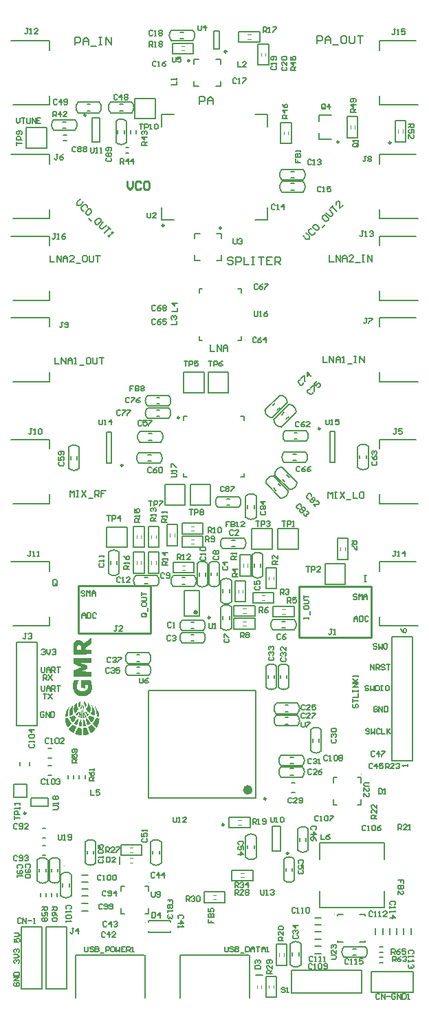
<source format=gto>
G04 Layer_Color=65535*
%FSLAX44Y44*%
%MOMM*%
G71*
G01*
G75*
%ADD80C,0.2500*%
%ADD81C,0.4000*%
%ADD83C,0.6000*%
%ADD86C,0.2000*%
%ADD100C,0.1500*%
%ADD101C,0.1000*%
%ADD102C,0.2540*%
%ADD103C,0.2032*%
G36*
X97338Y350109D02*
X98005Y349775D01*
X98561Y349553D01*
X99227Y349220D01*
X99449Y349109D01*
X99894Y348886D01*
X100560Y348664D01*
X101227Y348220D01*
X101338Y348109D01*
X101560Y347998D01*
X101783Y347664D01*
X101894Y347442D01*
Y347331D01*
Y347220D01*
X101783Y346887D01*
X101671Y346442D01*
X101560Y346331D01*
X101449Y345998D01*
X101227Y345554D01*
X100894Y344887D01*
X100783Y344776D01*
X100672Y344442D01*
X100449Y344109D01*
X100116Y343554D01*
X99783Y343109D01*
X99449Y342665D01*
X99116Y342332D01*
X98783Y342220D01*
X98672D01*
X98227Y342554D01*
X97894Y342776D01*
X97450Y343220D01*
X96894Y343776D01*
X96339Y344554D01*
X96228Y344665D01*
X96116Y344887D01*
X95783Y345331D01*
X95450Y345887D01*
X94894Y346887D01*
X94672Y347331D01*
X94561Y347775D01*
Y347887D01*
X94672Y348331D01*
X94894Y348886D01*
X95450Y349553D01*
X95561Y349664D01*
X95894Y349886D01*
X96339Y350109D01*
X96783Y350220D01*
X96894D01*
X97338Y350109D01*
D02*
G37*
G36*
X79896Y347887D02*
X78229Y345442D01*
X78118Y345220D01*
X77785Y344776D01*
X77341Y344109D01*
X76896Y343443D01*
X76785Y343331D01*
X76563Y342998D01*
X76230Y342665D01*
X76007Y342443D01*
X75563D01*
X75119Y342554D01*
X74563Y342998D01*
X74452Y343220D01*
X74008Y343665D01*
X73452Y344554D01*
X72786Y345665D01*
X71674Y347664D01*
X77341Y350442D01*
X79896Y347887D01*
D02*
G37*
G36*
X92783Y346776D02*
X93339Y346220D01*
X93894Y345442D01*
X97227Y340221D01*
X95561Y339332D01*
X95450D01*
X95117Y339110D01*
X94450Y338665D01*
X94339D01*
X94117Y338554D01*
X93894Y338443D01*
X93783D01*
X93672Y338554D01*
X93561Y338777D01*
X93339Y339110D01*
X93117Y339665D01*
X92894Y340332D01*
X92672Y341221D01*
X92339Y342332D01*
Y342443D01*
X92228Y342887D01*
X92006Y343443D01*
X91895Y344109D01*
X91672Y345554D01*
X91561Y346109D01*
Y346553D01*
Y346665D01*
X91672Y346776D01*
X91895Y346887D01*
X92117Y346998D01*
X92450D01*
X92783Y346776D01*
D02*
G37*
G36*
X82340Y346665D02*
X82451Y346442D01*
Y346220D01*
Y345776D01*
Y345109D01*
X82340Y344109D01*
X82007Y342887D01*
X81562Y341332D01*
Y341221D01*
X81451Y340998D01*
X81340Y340554D01*
X81229Y340221D01*
X80785Y339221D01*
X80562Y338888D01*
X80340Y338665D01*
X79785D01*
X79118Y338888D01*
X78674Y339221D01*
X78229Y339554D01*
X77007Y340443D01*
X79340Y343887D01*
X79451Y343998D01*
X79674Y344442D01*
X80118Y344998D01*
X80562Y345554D01*
X81118Y346109D01*
X81562Y346553D01*
X82007Y346776D01*
X82340Y346665D01*
D02*
G37*
G36*
X85229Y356219D02*
Y356108D01*
Y355886D01*
Y355552D01*
Y354997D01*
Y354886D01*
Y354775D01*
X85118Y354330D01*
Y353886D01*
X84895Y352664D01*
X84562Y351109D01*
Y350886D01*
X84451Y350442D01*
X84229Y349775D01*
X84007Y349109D01*
X83673Y348442D01*
X83340Y347998D01*
X82895Y347775D01*
X82673Y347887D01*
X82451Y348109D01*
X82340Y348331D01*
X82229Y348775D01*
X82340Y349331D01*
Y349553D01*
X82562Y350109D01*
X82895Y350997D01*
X83451Y352331D01*
X84451Y354997D01*
Y355108D01*
X84562Y355219D01*
X84784Y355664D01*
X85006Y356108D01*
X85229Y356330D01*
Y356219D01*
D02*
G37*
G36*
X89339Y355552D02*
X89450Y355441D01*
X89562Y355219D01*
X89673Y354775D01*
X89895Y354219D01*
X90228Y353442D01*
X90673Y352442D01*
X91228Y351109D01*
Y350997D01*
X91339Y350775D01*
X91672Y350109D01*
X92117Y349220D01*
X92228Y348886D01*
Y348664D01*
Y348553D01*
X92117Y348442D01*
X91895Y348220D01*
X91450Y347998D01*
X91339D01*
X91006Y347887D01*
X90339D01*
Y347998D01*
X90228Y348220D01*
X90117Y348442D01*
Y348886D01*
X90006Y349442D01*
X89784Y350109D01*
X89673Y350997D01*
Y351109D01*
X89562Y351442D01*
X89450Y351886D01*
X89339Y352442D01*
X89228Y353775D01*
X89117Y354330D01*
Y354886D01*
Y355108D01*
Y355441D01*
Y355664D01*
X89228D01*
X89339Y355552D01*
D02*
G37*
G36*
X86451Y357552D02*
Y357330D01*
X86562Y357108D01*
X86673Y356664D01*
Y355997D01*
X86784Y355219D01*
X86895Y353997D01*
Y352553D01*
Y352442D01*
Y351997D01*
Y351331D01*
Y350553D01*
X86784Y349775D01*
Y348998D01*
Y348331D01*
X86673Y347887D01*
Y347775D01*
X86451Y347442D01*
X86229Y347220D01*
X85784Y347109D01*
X85340D01*
X85118Y347220D01*
X84895Y347442D01*
Y347553D01*
X84784Y347887D01*
X84895Y348553D01*
X85006Y349553D01*
X85673Y354553D01*
Y354664D01*
X85784Y355108D01*
Y355664D01*
X85895Y356330D01*
X86006Y356886D01*
X86229Y357330D01*
X86340Y357663D01*
X86451Y357552D01*
D02*
G37*
G36*
X87673Y357663D02*
X87784Y357441D01*
X87895Y356997D01*
X88006Y356330D01*
X88228Y355552D01*
X88450Y354330D01*
X88784Y352886D01*
Y352664D01*
X88895Y352220D01*
X89006Y351442D01*
X89228Y350553D01*
X89339Y349664D01*
X89450Y348775D01*
X89562Y347998D01*
X89673Y347442D01*
X89450Y347331D01*
X89117Y347220D01*
X88450Y347109D01*
X88339D01*
X88117Y347220D01*
X87784Y347442D01*
X87673Y347887D01*
Y348109D01*
X87562Y348442D01*
Y348886D01*
Y349442D01*
X87451Y350331D01*
Y351331D01*
Y352664D01*
Y352775D01*
Y353108D01*
Y353442D01*
Y353997D01*
Y355219D01*
X87562Y356441D01*
Y356552D01*
Y356664D01*
Y357219D01*
Y357663D01*
X87673Y357775D01*
Y357663D01*
D02*
G37*
G36*
X77674Y337888D02*
X77785Y337777D01*
X78229Y337554D01*
X78785Y337221D01*
X79229Y336888D01*
X79340Y336777D01*
X79451Y336666D01*
X79674Y336443D01*
X79785Y336332D01*
X78341Y332666D01*
Y332555D01*
X78229Y332444D01*
X78007Y331777D01*
X77674Y330888D01*
X77341Y330000D01*
X76896Y328889D01*
X76563D01*
X76230Y329000D01*
X76118Y329111D01*
X75896Y329222D01*
X75452Y329444D01*
X74896Y329777D01*
X74785D01*
X74674Y330000D01*
X73896Y330444D01*
X72897Y331333D01*
X71786Y332333D01*
X71674Y332444D01*
X71563Y332555D01*
X71008Y333222D01*
X70452Y333888D01*
X70230Y334110D01*
Y334221D01*
X75452Y339221D01*
X77674Y337888D01*
D02*
G37*
G36*
X102671Y335110D02*
X102782Y334999D01*
X103116Y334666D01*
X103338Y334333D01*
X103560Y334110D01*
X103449Y333999D01*
X103338Y333777D01*
X103116Y333444D01*
X103005Y333333D01*
X102782Y333110D01*
X102338Y332555D01*
X101783Y331999D01*
X101671Y331888D01*
X101449Y331777D01*
X100783Y331111D01*
X99894Y330222D01*
X98894Y329444D01*
X98783D01*
X98672Y329333D01*
X98227Y329111D01*
X97672Y329000D01*
X97338D01*
X97227Y329111D01*
X97116Y329333D01*
X97005Y329555D01*
X96783Y329888D01*
X96561Y330333D01*
X96339Y330888D01*
X96005Y331666D01*
X95672Y332555D01*
Y332666D01*
X95450Y332999D01*
X95339Y333444D01*
X95117Y333999D01*
X94672Y335110D01*
X94561Y335666D01*
X94450Y335999D01*
X94561Y336221D01*
X94783Y336443D01*
X95117Y336777D01*
X95228Y336888D01*
X95450Y337110D01*
X95894Y337443D01*
X96450Y337888D01*
X98338Y339110D01*
X102671Y335110D01*
D02*
G37*
G36*
X83340Y335443D02*
X83673D01*
X84118Y335332D01*
X84451Y335221D01*
X85451Y334888D01*
X85784Y334666D01*
X86006Y334444D01*
X86117Y334221D01*
Y333999D01*
X86229Y333666D01*
Y333110D01*
X86340Y332444D01*
Y331555D01*
Y330444D01*
Y326000D01*
X83784Y326333D01*
X83562D01*
X83118Y326444D01*
X82340Y326555D01*
X81562Y326667D01*
X81340D01*
X80896Y326778D01*
X80340Y327000D01*
X79785Y327111D01*
X78229Y327667D01*
X79896Y331666D01*
Y331777D01*
X80118Y332110D01*
X80340Y332666D01*
X80562Y333222D01*
X81118Y334444D01*
X81451Y334888D01*
X81673Y335221D01*
X81784Y335332D01*
X82007Y335443D01*
X82562Y335555D01*
X83340Y335443D01*
D02*
G37*
G36*
X92450D02*
X92672Y335110D01*
X92894Y334777D01*
Y334666D01*
X93006Y334555D01*
X93117Y334110D01*
X93339Y333555D01*
X93672Y332777D01*
X94117Y331777D01*
X94561Y330444D01*
X95228Y328778D01*
Y328666D01*
Y328222D01*
X95005Y327667D01*
X94783Y327444D01*
X94450Y327222D01*
X94339D01*
X94117Y327000D01*
X93561Y326889D01*
X92894Y326667D01*
X92672D01*
X92228Y326555D01*
X91450Y326444D01*
X90673Y326333D01*
X88006Y326000D01*
Y330666D01*
Y330777D01*
Y331222D01*
Y331666D01*
Y332333D01*
Y333666D01*
Y334221D01*
X88117Y334555D01*
Y334666D01*
X88339Y334999D01*
X88673Y335221D01*
X89117Y335332D01*
X90339D01*
X91561Y335555D01*
X91672D01*
X92006Y335666D01*
X92450Y335443D01*
D02*
G37*
G36*
X85673Y345220D02*
X85895Y344665D01*
X86006Y343887D01*
X86117Y342776D01*
X86229Y341332D01*
Y341221D01*
Y340887D01*
Y340332D01*
Y339665D01*
Y338332D01*
Y337888D01*
Y337443D01*
Y337332D01*
X86006Y337110D01*
X85673Y336888D01*
X84895D01*
X84229Y336999D01*
X83451Y337221D01*
X83118Y337443D01*
X82895Y337777D01*
Y337999D01*
X82784Y338221D01*
X82895Y338665D01*
Y339221D01*
X83007Y339888D01*
X83229Y340776D01*
X83562Y341887D01*
Y341998D01*
X83673Y342220D01*
X83784Y342554D01*
X83895Y343109D01*
X84340Y344109D01*
X84784Y344998D01*
X85006Y345220D01*
X85229Y345442D01*
X85451D01*
X85673Y345220D01*
D02*
G37*
G36*
X89117Y345554D02*
X89339Y345109D01*
X89673Y344442D01*
X90117Y343443D01*
X90561Y342109D01*
Y341998D01*
X90784Y341554D01*
X90895Y340998D01*
X91117Y340332D01*
X91339Y339554D01*
X91561Y338888D01*
X91672Y338332D01*
X91784Y337999D01*
Y337888D01*
X91672Y337665D01*
X91450Y337443D01*
X90895Y337221D01*
X90784D01*
X90339Y337110D01*
X89673Y336999D01*
X89006Y336888D01*
X88895D01*
X88673Y336999D01*
X88339Y337221D01*
X88228Y337665D01*
Y337888D01*
X88117Y338110D01*
Y338443D01*
Y338999D01*
X88006Y339665D01*
Y340443D01*
Y341554D01*
Y341665D01*
Y341887D01*
Y342332D01*
Y342776D01*
X88117Y343887D01*
X88339Y344998D01*
X88450Y345331D01*
X88673Y345554D01*
X88784Y345665D01*
X89117Y345554D01*
D02*
G37*
G36*
X106115Y347109D02*
X106227D01*
X106671Y346998D01*
X107115Y346887D01*
X107560Y346776D01*
X107671D01*
X107893Y346665D01*
X108115Y346553D01*
X108226Y346331D01*
Y346109D01*
Y345776D01*
X108115Y345109D01*
Y344887D01*
X108004Y344442D01*
X107893Y343665D01*
X107671Y342776D01*
Y342665D01*
X107560Y342332D01*
X107449Y341887D01*
X107338Y341332D01*
X106893Y339776D01*
X106338Y338110D01*
Y337999D01*
X106115Y337777D01*
X105782Y336999D01*
X105227Y336221D01*
X105004Y335888D01*
X104782Y335777D01*
X104560Y335888D01*
X104338Y336110D01*
X103893Y336443D01*
X103782Y336554D01*
X103338Y336999D01*
X102782Y337443D01*
X102005Y338110D01*
X99783Y340443D01*
X100894Y341776D01*
X101005Y341887D01*
X101116Y342220D01*
X101449Y342665D01*
X101894Y343331D01*
X102005Y343554D01*
X102227Y343998D01*
X102671Y344554D01*
X103005Y345331D01*
Y345442D01*
X103116Y345554D01*
X103449Y346109D01*
X103782Y346665D01*
X104227Y347109D01*
X104338Y347220D01*
X104671Y347331D01*
X105227D01*
X106115Y347109D01*
D02*
G37*
G36*
X69786Y347220D02*
X70008Y346998D01*
X70452Y346553D01*
X70786Y345887D01*
X71230Y344998D01*
X71341Y344776D01*
X71563Y344331D01*
X71897Y343665D01*
X72341Y342887D01*
X72452Y342776D01*
X72674Y342443D01*
X72897Y341998D01*
X73230Y341665D01*
X73341Y341554D01*
X73674Y341221D01*
X73785Y340776D01*
X73896Y340443D01*
X73785Y340110D01*
X73674Y339999D01*
X73341Y339443D01*
X73119Y339110D01*
X72674Y338777D01*
X72230Y338332D01*
X71563Y337777D01*
X71452Y337665D01*
X71230Y337443D01*
X70786Y337221D01*
X70341Y336888D01*
X69897Y336554D01*
X69453Y336332D01*
X69008Y336221D01*
X68675Y336332D01*
X68564Y336554D01*
X68453Y336777D01*
X68230Y337221D01*
X68008Y337777D01*
X67675Y338443D01*
X67342Y339332D01*
X67008Y340443D01*
Y340554D01*
X66897Y340998D01*
X66675Y341554D01*
X66453Y342220D01*
X66119Y343887D01*
X66008Y344665D01*
X65897Y345442D01*
Y345554D01*
Y345998D01*
X66008Y346442D01*
X66119Y346776D01*
Y346887D01*
X66342Y346998D01*
X66564Y347109D01*
X68453D01*
X68675Y347220D01*
X69230Y347442D01*
X69564D01*
X69786Y347220D01*
D02*
G37*
G36*
X85006Y367885D02*
X85118Y367662D01*
X85229Y367329D01*
X85340Y366885D01*
X85229Y366329D01*
Y365551D01*
X85006Y364552D01*
Y364440D01*
X84895Y364329D01*
X84784Y363663D01*
X84562Y362774D01*
X84229Y361885D01*
X83784Y361107D01*
X83673Y360774D01*
X83451Y360663D01*
X83229Y360552D01*
X83007Y360663D01*
X82784Y360996D01*
X82562Y361441D01*
Y361552D01*
X82451Y361996D01*
X82229Y362663D01*
Y363441D01*
Y364218D01*
X82340Y365218D01*
X82673Y366107D01*
X83340Y366996D01*
X83451Y367107D01*
X83784Y367440D01*
X84229Y367774D01*
X84673Y367996D01*
X85006Y367885D01*
D02*
G37*
G36*
X87784Y363441D02*
X88006Y362885D01*
X88228Y362552D01*
X88450Y361996D01*
Y361885D01*
X88562Y361663D01*
X88784Y361330D01*
X89006Y360885D01*
X89339Y359996D01*
X89450Y359552D01*
X89562Y359219D01*
Y359108D01*
X89450Y358885D01*
X89228Y358663D01*
X88784Y358552D01*
X88673D01*
X88450Y358663D01*
X88117Y358997D01*
X87895Y359663D01*
X87784Y359885D01*
X87673Y360441D01*
X87562Y361330D01*
Y362552D01*
Y362663D01*
Y362774D01*
Y363107D01*
Y363552D01*
Y363663D01*
X87673D01*
X87784Y363441D01*
D02*
G37*
G36*
X86673Y363996D02*
X86784Y363663D01*
Y363218D01*
Y363107D01*
Y362996D01*
Y362330D01*
X86673Y361219D01*
X86451Y359885D01*
Y359774D01*
X86229Y359330D01*
X86006Y358885D01*
X85562Y358552D01*
X85118D01*
X84895Y358663D01*
X84784Y358885D01*
Y359108D01*
Y359330D01*
X84895Y359774D01*
X85006Y360663D01*
X85451Y361774D01*
Y361885D01*
X85562Y362107D01*
X85784Y362774D01*
X86117Y363552D01*
X86340Y363996D01*
X86451Y364218D01*
X86562D01*
X86673Y363996D01*
D02*
G37*
G36*
X89339Y368107D02*
X89895Y367774D01*
X90450Y367329D01*
X90561Y367218D01*
X90895Y366774D01*
X91339Y366218D01*
X91784Y365440D01*
Y365329D01*
X91895Y365218D01*
X92006Y364663D01*
X92117Y363996D01*
X92228Y363441D01*
Y363330D01*
X92117Y363107D01*
X92006Y362552D01*
X91784Y361774D01*
X91672Y361663D01*
X91339Y361219D01*
X91006Y360996D01*
X90895Y360885D01*
X90673Y360996D01*
X90561Y361219D01*
X90450Y361441D01*
X90339Y361774D01*
X90228Y362219D01*
X90006Y362885D01*
X89673Y363774D01*
X89450Y364774D01*
Y364885D01*
X89339Y365218D01*
X89228Y365774D01*
X89117Y366329D01*
X88784Y367551D01*
Y367996D01*
Y368218D01*
X88895D01*
X89339Y368107D01*
D02*
G37*
G36*
X98672Y445877D02*
Y445543D01*
X98783Y444988D01*
Y444766D01*
Y444321D01*
Y443543D01*
Y442543D01*
Y438988D01*
X94672Y436211D01*
X94450Y436100D01*
X94005Y435766D01*
X93450Y435322D01*
X92672Y434767D01*
X91895Y434100D01*
X91339Y433544D01*
X90895Y432878D01*
X90673Y432433D01*
Y432322D01*
Y432100D01*
X90895Y431767D01*
X91339Y431545D01*
X91450D01*
X91672Y431433D01*
X98783D01*
Y428656D01*
Y428545D01*
Y428101D01*
Y427434D01*
X98672Y426767D01*
Y426656D01*
X98561Y426323D01*
Y426101D01*
Y425878D01*
X98449D01*
Y425767D01*
X98227D01*
X97894Y425656D01*
X96894D01*
X96116Y425545D01*
X92783D01*
X91672Y425434D01*
X76007D01*
Y431656D01*
Y431767D01*
Y431878D01*
Y432545D01*
Y433433D01*
X76118Y434655D01*
X76341Y437100D01*
X76563Y438211D01*
X76785Y439211D01*
Y439322D01*
X76896Y439544D01*
X77118Y439988D01*
X77341Y440433D01*
X78229Y441432D01*
X78785Y441988D01*
X79451Y442321D01*
X79563Y442432D01*
X79896Y442543D01*
X80451Y442766D01*
X81118Y442988D01*
X81229D01*
X81562Y443099D01*
X82007Y443210D01*
X83007D01*
X83451Y443099D01*
X84451Y442877D01*
X85673Y442321D01*
X85784D01*
X85895Y442210D01*
X86562Y441766D01*
X87451Y441210D01*
X88117Y440544D01*
X88228Y440322D01*
X88450Y439988D01*
X88895Y439655D01*
X89228D01*
X89562Y439766D01*
X89784Y439877D01*
X90006Y440099D01*
X90450Y440322D01*
X91117Y440766D01*
X91895Y441321D01*
X93006Y442099D01*
X94339Y443099D01*
X97116Y445099D01*
X97338Y445210D01*
X97783Y445543D01*
X98227Y445877D01*
X98561Y445988D01*
X98672Y445877D01*
D02*
G37*
G36*
X98561Y414880D02*
X89228D01*
X87784Y414769D01*
X86784D01*
X86229Y414658D01*
X86006D01*
X85895Y414546D01*
X86006Y414435D01*
X86340Y414324D01*
X87006Y413991D01*
X87228Y413880D01*
X87673Y413658D01*
X88562Y413435D01*
X89673Y412991D01*
X93339Y411769D01*
X93228Y409658D01*
Y409547D01*
Y409436D01*
X93117Y408769D01*
X93006Y408103D01*
X92672Y407436D01*
X92561Y407325D01*
X92339Y407214D01*
X92006Y406992D01*
X91561Y406769D01*
X91006Y406547D01*
X90228Y406214D01*
X89339Y405881D01*
X85562Y404436D01*
X98561Y404103D01*
X98783Y398437D01*
X76007D01*
Y405325D01*
X86562Y409658D01*
X81340Y411880D01*
X76007Y413880D01*
Y420546D01*
X98783D01*
X98561Y414880D01*
D02*
G37*
G36*
X98449Y390438D02*
Y390327D01*
Y390216D01*
X98672Y389549D01*
X98783Y388660D01*
X99005Y387438D01*
X99116Y386216D01*
X99227Y384994D01*
X99116Y383883D01*
X99005Y382994D01*
Y382772D01*
X98894Y382550D01*
X98783Y382216D01*
X98561Y380994D01*
Y380883D01*
X98449Y380661D01*
X98338Y380328D01*
X98227Y379994D01*
X97672Y378883D01*
X97227Y378328D01*
X96672Y377661D01*
X96561Y377550D01*
X96339Y377439D01*
X96005Y377106D01*
X95561Y376772D01*
X94450Y375884D01*
X93117Y375106D01*
X93006D01*
X92672Y374995D01*
X92228Y374773D01*
X91561Y374662D01*
X90673Y374439D01*
X89784Y374217D01*
X88673Y374106D01*
X86895D01*
X86229Y374217D01*
X85451D01*
X83673Y374551D01*
X81784Y375106D01*
X81562Y375217D01*
X81118Y375439D01*
X80451Y375995D01*
X79563Y376661D01*
X78674Y377550D01*
X77674Y378772D01*
X76896Y380106D01*
X76230Y381661D01*
X76118Y381883D01*
X76007Y382439D01*
X75785Y383438D01*
X75674Y384661D01*
X75563Y386105D01*
X75674Y387771D01*
X75896Y389660D01*
X76452Y391549D01*
X77229Y394104D01*
X81562D01*
X82340Y393993D01*
X82451D01*
X82673Y393882D01*
X83007Y393771D01*
X83118Y393660D01*
X83007Y393549D01*
X82895Y393215D01*
X82673Y392771D01*
X81784Y391104D01*
X81673Y390993D01*
X81562Y390771D01*
X81340Y390327D01*
X81118Y389771D01*
X80674Y388438D01*
X80451Y386772D01*
Y386660D01*
Y386438D01*
Y385994D01*
Y385438D01*
X80674Y384105D01*
X81007Y383550D01*
X81340Y382883D01*
X81451Y382772D01*
X81673Y382550D01*
X82007Y382216D01*
X82451Y381772D01*
X83118Y381439D01*
X83895Y380994D01*
X84784Y380550D01*
X85784Y380328D01*
X85895D01*
X86229Y380217D01*
X88339D01*
X89228Y380328D01*
X90228Y380550D01*
X91117Y380883D01*
X91228D01*
X91339Y380994D01*
X92006Y381550D01*
X92783Y382216D01*
X93561Y383105D01*
Y383216D01*
X93672Y383327D01*
X94005Y384105D01*
X94339Y385105D01*
X94450Y386327D01*
Y386438D01*
Y386549D01*
Y386994D01*
X94339Y387549D01*
X94228Y387882D01*
X94117Y387994D01*
X93894Y388105D01*
X93339Y388216D01*
X92561Y388327D01*
X91895D01*
X91339Y388105D01*
X90895Y387882D01*
Y387771D01*
X90784Y387549D01*
X90673Y386994D01*
Y386549D01*
Y385994D01*
Y383883D01*
X86117Y384216D01*
Y393771D01*
X97561Y394104D01*
X98449Y390438D01*
D02*
G37*
G36*
X94450Y365774D02*
X94672Y365551D01*
X94894Y365218D01*
X95228Y364774D01*
X95561Y364218D01*
Y364107D01*
X95672Y363996D01*
X95894Y363663D01*
X96116Y363218D01*
X96672Y362107D01*
X97116Y360885D01*
Y360774D01*
X97227Y360552D01*
X97338Y359885D01*
X97450Y358997D01*
X97561Y358108D01*
Y357886D01*
X97450Y357441D01*
X97338Y356552D01*
X97116Y355330D01*
Y355219D01*
X97005Y355108D01*
X96783Y354553D01*
X96450Y353997D01*
X96228Y353553D01*
X96005Y353664D01*
X95783Y353886D01*
X95339Y354219D01*
X95228Y354330D01*
X94783Y354664D01*
X94339Y355108D01*
X93672Y355775D01*
X91561Y357886D01*
X92783Y360108D01*
Y360219D01*
X93006Y360552D01*
X93117Y360885D01*
X93339Y361441D01*
X93783Y362774D01*
X93894Y363441D01*
Y364107D01*
Y364218D01*
Y364440D01*
X93783Y364996D01*
X93894Y365663D01*
Y365885D01*
X94005Y365996D01*
X94117D01*
X94450Y365774D01*
D02*
G37*
G36*
X75674Y363107D02*
Y362996D01*
X75563Y362885D01*
Y362552D01*
X75452Y361996D01*
Y361441D01*
X75341Y360552D01*
Y359552D01*
Y358441D01*
Y358330D01*
Y357886D01*
Y357330D01*
Y356552D01*
X75452Y354886D01*
X75563Y353997D01*
X75674Y353219D01*
Y353108D01*
X75785Y352664D01*
X75896Y352108D01*
X75785Y351664D01*
X75674Y351553D01*
X75452Y351331D01*
X74896Y351109D01*
X74452Y350886D01*
X73896Y350664D01*
X73785D01*
X73341Y350442D01*
X72897Y350331D01*
X72341Y350109D01*
X71452Y349886D01*
X71341Y349997D01*
Y350220D01*
Y350664D01*
Y350775D01*
X71230Y351220D01*
Y351886D01*
Y352775D01*
Y352886D01*
Y353219D01*
Y353775D01*
X71341Y354441D01*
X71452Y355219D01*
X71563Y356108D01*
X72119Y357997D01*
Y358108D01*
X72230Y358441D01*
X72452Y358885D01*
X72786Y359441D01*
X73563Y360885D01*
X74563Y362219D01*
X74674Y362330D01*
X74785Y362441D01*
X75230Y362996D01*
X75452Y363218D01*
X75674Y363330D01*
Y363107D01*
D02*
G37*
G36*
X103227Y360996D02*
X103560Y360774D01*
X103893Y360330D01*
X104338Y359663D01*
X104449Y359552D01*
X104671Y359108D01*
X105115Y358552D01*
X105560Y357663D01*
X106004Y356664D01*
X106560Y355552D01*
X107560Y353108D01*
Y352997D01*
X107671Y352553D01*
X107893Y351997D01*
X108004Y351331D01*
X108115Y350553D01*
Y349886D01*
X108004Y349331D01*
X107671Y348886D01*
X107560D01*
X107115Y348775D01*
X106560D01*
X105893Y348886D01*
X105782D01*
X105560Y348998D01*
X105338Y349220D01*
X105115Y349775D01*
Y349997D01*
X105004Y350220D01*
Y350553D01*
X104893Y350997D01*
X104782Y351553D01*
Y352220D01*
X104671Y353108D01*
Y353219D01*
Y353442D01*
X104560Y353775D01*
Y354219D01*
X104449Y355219D01*
X104227Y356552D01*
Y356664D01*
X104116Y356886D01*
X104004Y357552D01*
X103671Y358441D01*
X103449Y359219D01*
X103338Y359441D01*
X103227Y359774D01*
X103005Y360330D01*
X102893Y360885D01*
Y361219D01*
X103116D01*
X103227Y360996D01*
D02*
G37*
G36*
X71008Y360774D02*
Y360441D01*
X70897Y359774D01*
X70675Y359330D01*
X70452Y358774D01*
X70341Y358663D01*
X70230Y358219D01*
X70119Y357441D01*
X69897Y356441D01*
Y356330D01*
X69786Y356219D01*
Y355886D01*
X69675Y355441D01*
X69564Y354441D01*
Y353219D01*
Y353108D01*
Y352775D01*
Y352220D01*
Y351664D01*
X69453Y350442D01*
X69341Y349886D01*
X69230Y349442D01*
X69119Y349331D01*
X68675Y349109D01*
X68008Y348886D01*
X67453Y348775D01*
X66453D01*
X66119Y348886D01*
X66008Y349109D01*
Y349220D01*
Y349553D01*
Y350109D01*
X66119Y350997D01*
Y351109D01*
X66231Y351442D01*
X66342Y351886D01*
X66453Y352553D01*
X66786Y353330D01*
X67008Y354219D01*
X67897Y356330D01*
Y356441D01*
X68119Y356775D01*
X68341Y357330D01*
X68675Y357997D01*
X69341Y359330D01*
X69786Y359996D01*
X70230Y360441D01*
X70341Y360552D01*
X70452Y360663D01*
X70675Y360774D01*
X70897Y360885D01*
X71008Y360774D01*
D02*
G37*
G36*
X90895Y355552D02*
X91339Y355219D01*
X91450Y355108D01*
X91672Y354886D01*
X92228Y354553D01*
X92783Y353997D01*
X92894Y353886D01*
X93006Y353664D01*
X93672Y352997D01*
X94339Y352220D01*
X94672Y351886D01*
X94783Y351553D01*
Y351442D01*
Y351220D01*
X94672Y350775D01*
X94228Y350331D01*
X94117Y350220D01*
X93783Y350109D01*
X93339Y349997D01*
X93117D01*
X93006Y350109D01*
X92783Y350553D01*
X92672Y350886D01*
X92450Y351331D01*
X92117Y351997D01*
X91784Y352775D01*
Y352886D01*
X91672Y353108D01*
X91450Y353553D01*
X91228Y353997D01*
X90895Y354997D01*
X90784Y355330D01*
X90673Y355664D01*
X90784D01*
X90895Y355552D01*
D02*
G37*
G36*
X80229Y365663D02*
Y365551D01*
Y365329D01*
X80340Y364774D01*
Y363885D01*
Y363663D01*
Y363218D01*
X80451Y362552D01*
X80674Y361774D01*
Y361552D01*
X80896Y361107D01*
X81118Y360441D01*
X81451Y359774D01*
X82562Y357997D01*
X80229Y355441D01*
X80007Y355219D01*
X79785Y354886D01*
X79229Y354219D01*
X78007Y352886D01*
X77341Y354553D01*
Y354664D01*
X77118Y354997D01*
X77007Y355552D01*
X76896Y356330D01*
X76785Y357219D01*
X76674Y358219D01*
Y359219D01*
X76896Y360441D01*
Y360552D01*
X77007Y360996D01*
X77229Y361552D01*
X77452Y362330D01*
X78341Y363885D01*
X78896Y364774D01*
X79563Y365440D01*
X79674Y365551D01*
X79896Y365663D01*
X80118Y365774D01*
X80229Y365663D01*
D02*
G37*
G36*
X99227Y362885D02*
X99338Y362774D01*
X99560Y362441D01*
X100005Y361774D01*
X100449Y360996D01*
X100894Y359996D01*
X101449Y358885D01*
X102005Y357552D01*
X102449Y356108D01*
Y355886D01*
X102560Y355441D01*
X102782Y354775D01*
X102893Y353997D01*
X103005Y352997D01*
Y352108D01*
X102893Y351220D01*
X102671Y350442D01*
X102449Y350331D01*
X102227Y350220D01*
X101894Y350109D01*
X101783D01*
X101449Y350220D01*
X100783Y350442D01*
X100005Y350886D01*
X98338Y351775D01*
X98227Y351886D01*
X98005Y351997D01*
X97783Y352108D01*
X97672Y352220D01*
X98561Y354553D01*
Y354664D01*
X98783Y355108D01*
X98894Y355775D01*
X99005Y356775D01*
X99116Y357997D01*
Y359330D01*
X98894Y360996D01*
X98561Y362885D01*
X98227Y364107D01*
X99227Y362885D01*
D02*
G37*
G36*
X83451Y355441D02*
X83340Y355219D01*
X83229Y354664D01*
X83118Y354553D01*
X83007Y354108D01*
X82673Y353442D01*
X82229Y352553D01*
Y352442D01*
X82118Y352220D01*
X81784Y351553D01*
X81340Y350775D01*
X81118Y350442D01*
X81007Y350220D01*
X80896D01*
X80674Y350109D01*
X80340Y350220D01*
X79896Y350553D01*
X79785Y350664D01*
X79563Y350997D01*
X79340Y351331D01*
Y351775D01*
Y351886D01*
X79563Y352220D01*
X80118Y352775D01*
X80451Y353219D01*
X81007Y353664D01*
X81118Y353886D01*
X81562Y354219D01*
X82118Y354664D01*
X82673Y355108D01*
X82784Y355219D01*
X83007Y355330D01*
X83229Y355552D01*
X83451D01*
Y355441D01*
D02*
G37*
%LPC*%
G36*
X83118Y436766D02*
X82673D01*
X82229Y436544D01*
X81673Y436322D01*
X81229Y435877D01*
X80785Y435211D01*
X80451Y434211D01*
X80340Y432989D01*
Y432767D01*
Y432433D01*
X80562Y431878D01*
X80785Y431545D01*
X80896D01*
X81229Y431433D01*
X85784D01*
Y433433D01*
Y433544D01*
Y433989D01*
Y434544D01*
X85673Y435100D01*
Y435211D01*
X85562Y435544D01*
X85340Y435877D01*
X85229Y436100D01*
X85118D01*
X84895Y436211D01*
X84229Y436544D01*
X84118D01*
X83895Y436655D01*
X83118Y436766D01*
D02*
G37*
%LPD*%
D80*
X261750Y216000D02*
G03*
X261750Y216000I-1250J0D01*
G01*
X17500Y230250D02*
G03*
X17500Y230250I-1250J0D01*
G01*
X91750Y1088000D02*
G03*
X91750Y1088000I-1250J0D01*
G01*
X380200Y702700D02*
G03*
X380200Y702700I-1250J0D01*
G01*
X467250Y1054000D02*
G03*
X467250Y1054000I-1250J0D01*
G01*
X403250Y1055000D02*
G03*
X403250Y1055000I-1250J0D01*
G01*
X244500Y470650D02*
G03*
X244500Y470650I-1250J0D01*
G01*
X258500Y949250D02*
G03*
X258500Y949250I-1250J0D01*
G01*
X264750Y1166000D02*
G03*
X264750Y1166000I-1250J0D01*
G01*
X219250Y1155000D02*
G03*
X219250Y1155000I-1250J0D01*
G01*
X137000Y657700D02*
G03*
X137000Y657700I-1250J0D01*
G01*
X206675Y716275D02*
G03*
X206675Y716275I-1250J0D01*
G01*
X313500Y248000D02*
G03*
X313500Y248000I-1250J0D01*
G01*
X341000Y181000D02*
G03*
X341000Y181000I-1250J0D01*
G01*
X187750Y952500D02*
G03*
X187750Y952500I-1250J0D01*
G01*
X142500Y1006747D02*
Y1000082D01*
X145832Y996750D01*
X149164Y1000082D01*
Y1006747D01*
X159161Y1005081D02*
X157495Y1006747D01*
X154163D01*
X152497Y1005081D01*
Y998416D01*
X154163Y996750D01*
X157495D01*
X159161Y998416D01*
X167492Y1006747D02*
X164160D01*
X162494Y1005081D01*
Y998416D01*
X164160Y996750D01*
X167492D01*
X169158Y998416D01*
Y1005081D01*
X167492Y1006747D01*
D81*
X227750Y477150D02*
G03*
X227750Y477150I-1000J0D01*
G01*
D83*
X294000Y259000D02*
G03*
X294000Y259000I-3000J0D01*
G01*
D86*
X443400Y35700D02*
X494500D01*
X443400Y10300D02*
Y35700D01*
X494500Y10300D02*
Y35700D01*
X443400Y10300D02*
X494500D01*
X453600Y539120D02*
X498050D01*
X453600Y460380D02*
X500590D01*
X453600D02*
Y471810D01*
Y527690D02*
Y539120D01*
X339000Y396000D02*
Y400000D01*
X331000Y396000D02*
Y400000D01*
X316000Y396000D02*
Y400000D01*
X324000Y396000D02*
Y400000D01*
X337000Y355000D02*
X341000D01*
X337000Y363000D02*
X341000D01*
X337000Y348000D02*
X341000D01*
X337000Y340000D02*
X341000D01*
X363000Y196000D02*
Y200000D01*
X355000Y196000D02*
Y200000D01*
X291000Y187000D02*
Y191000D01*
X299000Y187000D02*
Y191000D01*
X346000Y159000D02*
Y163000D01*
X338000Y159000D02*
Y163000D01*
X459500Y114000D02*
Y134500D01*
X379500Y114000D02*
Y134500D01*
X459500Y173500D02*
Y194000D01*
X379500Y173500D02*
Y194000D01*
Y114000D02*
X459500D01*
X379500Y194000D02*
X459500D01*
X133500Y168000D02*
Y177000D01*
X168500Y98000D02*
X195500D01*
X168500Y84000D02*
X195500D01*
X168500Y96500D02*
Y98000D01*
X195500Y96500D02*
Y98000D01*
X168500Y84000D02*
Y85500D01*
X195500Y84000D02*
Y85500D01*
X396500Y240500D02*
Y247050D01*
Y267950D02*
Y274500D01*
X430500Y240500D02*
Y247050D01*
Y267950D02*
Y274500D01*
X396500Y240500D02*
X400750D01*
X426250D02*
X430500D01*
X396500Y274500D02*
X400750D01*
X426250D02*
X430500D01*
X23750Y249000D02*
X44750D01*
X23750Y239000D02*
X44750D01*
Y249000D01*
X23750Y239000D02*
Y249000D01*
X19000Y250000D02*
Y266000D01*
X3000Y250000D02*
Y266000D01*
X19000D01*
X3000Y250000D02*
X19000D01*
X151550Y1083500D02*
X177000D01*
X151550Y1108500D02*
X177000D01*
X151550Y1101000D02*
Y1108500D01*
Y1083500D02*
Y1102350D01*
X177000Y1083500D02*
Y1108500D01*
X43000Y1047050D02*
Y1072500D01*
X18000Y1047050D02*
Y1072500D01*
Y1047050D02*
X25500D01*
X24150D02*
X43000D01*
X18000Y1072500D02*
X43000D01*
X453000Y66000D02*
X457000D01*
X453000Y59000D02*
X457000D01*
X453000Y46500D02*
X457000D01*
X453000Y53500D02*
X457000D01*
X69500Y273000D02*
Y277000D01*
X76500Y273000D02*
Y277000D01*
X35500Y128000D02*
Y132000D01*
X42500Y128000D02*
Y132000D01*
X140500Y1048500D02*
X144500D01*
X140500Y1041500D02*
X144500D01*
X153500Y1065500D02*
Y1069500D01*
X146500Y1065500D02*
Y1069500D01*
X64000Y1056500D02*
X68000D01*
X64000Y1063500D02*
X68000D01*
X1950Y860630D02*
X46400D01*
X-590Y939370D02*
X46400D01*
Y927940D02*
Y939370D01*
Y860630D02*
Y872060D01*
X453600Y1179370D02*
X498050D01*
X453600Y1100630D02*
X500590D01*
X453600D02*
Y1112060D01*
Y1167940D02*
Y1179370D01*
X420500Y56000D02*
X424500D01*
X420500Y64000D02*
X424500D01*
X465500Y81000D02*
Y89000D01*
X474500Y81000D02*
Y89000D01*
X492000Y81000D02*
Y89000D01*
X483000Y81000D02*
Y89000D01*
X373500Y93000D02*
X381500D01*
X373500Y102000D02*
X381500D01*
X373500Y67000D02*
X381500D01*
X373500Y58000D02*
X381500D01*
X101250Y180000D02*
Y184000D01*
X93250Y180000D02*
Y184000D01*
X45000Y277000D02*
X49000D01*
X45000Y289000D02*
X49000D01*
X45000Y298000D02*
X49000D01*
X45000Y310000D02*
X49000D01*
X71250Y140000D02*
Y144000D01*
X63250Y140000D02*
Y144000D01*
X86250Y154500D02*
X94250D01*
X86250Y145500D02*
X94250D01*
X86250Y119500D02*
X94250D01*
X86250Y110500D02*
X94250D01*
X38000Y200000D02*
X42000D01*
X38000Y212000D02*
X42000D01*
X42250Y158000D02*
Y162000D01*
X34250Y158000D02*
Y162000D01*
X131000Y1065500D02*
Y1069500D01*
X139000Y1065500D02*
Y1069500D01*
X63000Y1072000D02*
X67000D01*
X63000Y1080000D02*
X67000D01*
X99500Y1085000D02*
X108500D01*
X99500Y1055000D02*
X108500D01*
X99500D02*
Y1085000D01*
X108500Y1055000D02*
Y1085000D01*
X391850Y699700D02*
X397850D01*
X391850Y661700D02*
X397850D01*
X391850D02*
Y699700D01*
X397850Y661700D02*
Y699700D01*
X221000Y465000D02*
X225000D01*
X221000Y457000D02*
X225000D01*
X271000Y566000D02*
X275000D01*
X271000Y558000D02*
X275000D01*
X221000Y450000D02*
X225000D01*
X221000Y442000D02*
X225000D01*
X260500Y501150D02*
Y505150D01*
X268500Y501150D02*
Y505150D01*
X299000Y533000D02*
Y537000D01*
X307000Y533000D02*
Y537000D01*
X333000Y458000D02*
X337000D01*
X333000Y466000D02*
X337000D01*
X268500Y468650D02*
Y472650D01*
X260500Y468650D02*
Y472650D01*
X253500Y522150D02*
Y526150D01*
X245500Y522150D02*
Y526150D01*
X210000Y519650D02*
X214000D01*
X210000Y511650D02*
X214000D01*
X239000Y522000D02*
Y526000D01*
X231000Y522000D02*
Y526000D01*
X122000Y536000D02*
Y540000D01*
X130000Y536000D02*
Y540000D01*
X164000Y512000D02*
X168000D01*
X164000Y520000D02*
X168000D01*
X344000Y1010890D02*
X348000D01*
X344000Y1018890D02*
X348000D01*
X344000Y995890D02*
X348000D01*
X344000Y1003890D02*
X348000D01*
X208000Y1190000D02*
X212000D01*
X208000Y1182000D02*
X212000D01*
X133000Y1101500D02*
X137000D01*
X133000Y1093500D02*
X137000D01*
X93000D02*
X97000D01*
X93000Y1101500D02*
X97000D01*
X168850Y696700D02*
X172850D01*
X168850Y688700D02*
X172850D01*
X73000Y665000D02*
Y669000D01*
X81000Y665000D02*
Y669000D01*
X167850Y670700D02*
X171850D01*
X167850Y662700D02*
X171850D01*
X347850Y689700D02*
X351850D01*
X347850Y697700D02*
X351850D01*
X429000Y666000D02*
Y670000D01*
X437000Y666000D02*
Y670000D01*
X346850Y663700D02*
X350850D01*
X346850Y671700D02*
X350850D01*
X327414Y725757D02*
X330243Y728586D01*
X321757Y731414D02*
X324586Y734243D01*
X338264Y714457D02*
X341093Y717286D01*
X332607Y720114D02*
X335436Y722943D01*
X178525Y741025D02*
X182525D01*
X178525Y733025D02*
X182525D01*
X178525Y726025D02*
X182525D01*
X178525Y718025D02*
X182525D01*
X333607Y640286D02*
X336436Y637457D01*
X339264Y645943D02*
X342093Y643114D01*
X322757Y629586D02*
X325586Y626757D01*
X328414Y635243D02*
X331243Y632414D01*
X299000Y605000D02*
Y609000D01*
X291000Y605000D02*
Y609000D01*
X264850Y616700D02*
X268850D01*
X264850Y608700D02*
X268850D01*
X12300Y14400D02*
Y90600D01*
Y14400D02*
X37700D01*
X12300Y90600D02*
X37700D01*
Y14400D02*
Y90600D01*
X6300Y338000D02*
Y440100D01*
X31700D01*
Y338000D02*
Y440100D01*
X6300Y338000D02*
X31700D01*
X42300Y14650D02*
Y90850D01*
Y14650D02*
X67700D01*
X42300Y90850D02*
X67700D01*
Y14650D02*
Y90850D01*
X1950Y960630D02*
X46400D01*
X-590Y1039370D02*
X46400D01*
Y1027940D02*
Y1039370D01*
Y960630D02*
Y972060D01*
X453600Y839370D02*
X498050D01*
X453600Y760630D02*
X500590D01*
X453600D02*
Y772060D01*
Y827940D02*
Y839370D01*
Y1039370D02*
X498050D01*
X453600Y960630D02*
X500590D01*
X453600D02*
Y972060D01*
Y1027940D02*
Y1039370D01*
X1950Y760630D02*
X46400D01*
X-590Y839370D02*
X46400D01*
Y827940D02*
Y839370D01*
Y760630D02*
Y772060D01*
X1950Y610630D02*
X46400D01*
X-590Y689370D02*
X46400D01*
Y677940D02*
Y689370D01*
Y610630D02*
Y622060D01*
X1950Y460630D02*
X46400D01*
X-590Y539370D02*
X46400D01*
Y527940D02*
Y539370D01*
Y460630D02*
Y472060D01*
X1950Y1100630D02*
X46400D01*
X-590Y1179370D02*
X46400D01*
Y1167940D02*
Y1179370D01*
Y1100630D02*
Y1112060D01*
X453600Y939370D02*
X498050D01*
X453600Y860630D02*
X500590D01*
X453600D02*
Y872060D01*
Y927940D02*
Y939370D01*
X378500Y1080500D02*
Y1088250D01*
X393500D01*
X378500Y1058250D02*
Y1066000D01*
Y1058250D02*
X393500D01*
X493700Y295100D02*
Y447500D01*
X468300Y295100D02*
X493700D01*
X468300D02*
Y447500D01*
X493700D01*
X327500Y555000D02*
Y580000D01*
X352950Y561150D02*
Y580000D01*
Y555000D02*
Y562500D01*
X327500Y555000D02*
X352950D01*
X327500Y580000D02*
X352950D01*
X386000Y536500D02*
X411000D01*
X392150Y511050D02*
X411000D01*
X386000D02*
X393500D01*
X386000D02*
Y536500D01*
X411000Y511050D02*
Y536500D01*
X321500Y555000D02*
Y580000D01*
X296050Y555000D02*
Y573850D01*
Y572500D02*
Y580000D01*
X321500D01*
X296050Y555000D02*
X321500D01*
X142500Y557000D02*
Y582000D01*
X117050Y557000D02*
Y575850D01*
Y574500D02*
Y582000D01*
X142500D01*
X117050Y557000D02*
X142500D01*
X212000Y746500D02*
X237000D01*
X212000Y771950D02*
X230850D01*
X229500D02*
X237000D01*
Y746500D02*
Y771950D01*
X212000Y746500D02*
Y771950D01*
X242000Y746500D02*
X267000D01*
X242000Y771950D02*
X260850D01*
X259500D02*
X267000D01*
Y746500D02*
Y771950D01*
X242000Y746500D02*
Y771950D01*
X189000Y608500D02*
X214000D01*
X189000Y633950D02*
X207850D01*
X206500D02*
X214000D01*
Y608500D02*
Y633950D01*
X189000Y608500D02*
Y633950D01*
X220000Y608500D02*
X245000D01*
X220000Y633950D02*
X238850D01*
X237500D02*
X245000D01*
Y608500D02*
Y633950D01*
X220000Y608500D02*
Y633950D01*
X212750Y503650D02*
X231250D01*
X212750Y472650D02*
X231250D01*
X212750D02*
Y503650D01*
X231250Y472650D02*
Y503650D01*
X225750Y936600D02*
Y942750D01*
X231900D01*
X225750Y909750D02*
Y915900D01*
Y909750D02*
X231900D01*
X252600D02*
X258750D01*
Y915900D01*
Y936600D02*
Y942750D01*
X252600D02*
X258750D01*
X255500Y1169000D02*
Y1191000D01*
X249500Y1169000D02*
Y1191000D01*
Y1169000D02*
X255500D01*
X249500Y1191000D02*
X255500D01*
X224500Y1123500D02*
X230650D01*
X224500D02*
Y1129650D01*
X251350Y1123500D02*
X257500D01*
Y1129650D01*
Y1150350D02*
Y1156500D01*
X251350D02*
X257500D01*
X224500D02*
X230650D01*
X224500Y1150350D02*
Y1156500D01*
X116850Y660700D02*
Y698700D01*
X122850Y660700D02*
Y698700D01*
X116850D02*
X122850D01*
X116850Y660700D02*
X122850D01*
X211925Y643275D02*
X216425D01*
X211925D02*
Y647775D01*
X281925Y643275D02*
X286425D01*
Y647775D01*
Y713275D02*
Y717775D01*
X281925D02*
X286425D01*
X211925D02*
X216425D01*
X211925Y713275D02*
Y717775D01*
X428700Y71750D02*
X435750D01*
X401250D02*
X408300D01*
X428700Y106250D02*
X435750D01*
X401250D02*
X408300D01*
X435750Y71750D02*
Y73750D01*
Y104250D02*
Y106250D01*
X401250Y71750D02*
Y73750D01*
Y104250D02*
Y106250D01*
X49500Y128000D02*
Y132000D01*
X56500Y128000D02*
Y132000D01*
X448000Y81000D02*
Y89000D01*
X457000Y81000D02*
Y89000D01*
X373500Y84500D02*
X381500D01*
X373500Y75500D02*
X381500D01*
X86250Y128500D02*
X94250D01*
X86250Y137500D02*
X94250D01*
X38000Y179000D02*
X42000D01*
X38000Y191000D02*
X42000D01*
X49250Y158000D02*
Y162000D01*
X57250Y158000D02*
Y162000D01*
X301000Y249000D02*
Y381000D01*
X169000Y249000D02*
Y381000D01*
Y249000D02*
X301000D01*
X169000Y381000D02*
X301000D01*
X90500Y273000D02*
Y277000D01*
X83500Y273000D02*
Y277000D01*
X10000Y289000D02*
Y293000D01*
X22000Y289000D02*
Y293000D01*
X164250Y141050D02*
X168500D01*
X134500D02*
X138750D01*
X164250Y107050D02*
X168500D01*
X134500D02*
X138750D01*
X168500Y134500D02*
Y141050D01*
Y107050D02*
Y113600D01*
X134500Y134500D02*
Y141050D01*
Y107050D02*
Y113600D01*
X293000Y3500D02*
Y56000D01*
X207500D02*
X292500D01*
X207500Y3500D02*
Y56000D01*
X164500Y3500D02*
Y56000D01*
X79000D02*
X164000D01*
X79000Y3500D02*
Y56000D01*
X300500Y31000D02*
X309500D01*
X354000Y55000D02*
Y59000D01*
X346000Y55000D02*
Y59000D01*
X344430Y9690D02*
Y23000D01*
Y9690D02*
X345090Y9030D01*
X431450D01*
X344430Y23000D02*
Y36970D01*
X345090D02*
X431450D01*
Y9030D02*
Y36970D01*
X343000Y299000D02*
X347000D01*
X343000Y291000D02*
X347000D01*
X343000Y277000D02*
X347000D01*
X343000Y285000D02*
X347000D01*
X321000Y183500D02*
X331000D01*
X321000Y214500D02*
X331000D01*
Y183500D02*
Y214500D01*
X321000Y183500D02*
Y214500D01*
X371000Y318000D02*
Y322000D01*
X379000Y318000D02*
Y322000D01*
X345000Y256000D02*
X349000D01*
X345000Y268000D02*
X349000D01*
X231000Y874500D02*
X234850D01*
X279150D02*
X283000D01*
X231000Y811500D02*
X234850D01*
X279150D02*
X283000D01*
X231000Y869850D02*
Y874500D01*
Y811500D02*
Y816150D01*
X283000Y869850D02*
Y874500D01*
Y811500D02*
Y816150D01*
X315000Y959000D02*
Y974300D01*
X299700Y959000D02*
X315000D01*
Y1073700D02*
Y1089000D01*
X299700D02*
X315000D01*
X185000D02*
X200300D01*
X185000Y1073700D02*
Y1089000D01*
Y959000D02*
Y974300D01*
Y959000D02*
X200300D01*
X154000Y410000D02*
X158000D01*
X154000Y402000D02*
X158000D01*
X154000Y425000D02*
X158000D01*
X154000Y417000D02*
X158000D01*
X174000Y180000D02*
Y184000D01*
X182000Y180000D02*
Y184000D01*
X453600Y689370D02*
X498050D01*
X453600Y610630D02*
X500590D01*
X453600D02*
Y622060D01*
Y677940D02*
Y689370D01*
X245000Y805997D02*
Y798000D01*
X250332D01*
X252997D02*
Y805997D01*
X258329Y798000D01*
Y805997D01*
X260995Y798000D02*
Y803332D01*
X263661Y805997D01*
X266326Y803332D01*
Y798000D01*
Y801999D01*
X260995D01*
X231750Y1101250D02*
Y1111247D01*
X236748D01*
X238414Y1109581D01*
Y1106248D01*
X236748Y1104582D01*
X231750D01*
X241747Y1101250D02*
Y1107915D01*
X245079Y1111247D01*
X248411Y1107915D01*
Y1101250D01*
Y1106248D01*
X241747D01*
X272665Y912331D02*
X270998Y913997D01*
X267666D01*
X266000Y912331D01*
Y910665D01*
X267666Y908998D01*
X270998D01*
X272665Y907332D01*
Y905666D01*
X270998Y904000D01*
X267666D01*
X266000Y905666D01*
X275997Y904000D02*
Y913997D01*
X280995D01*
X282661Y912331D01*
Y908998D01*
X280995Y907332D01*
X275997D01*
X285994Y913997D02*
Y904000D01*
X292658D01*
X295990Y913997D02*
X299323D01*
X297656D01*
Y904000D01*
X295990D01*
X299323D01*
X304321Y913997D02*
X310986D01*
X307653D01*
Y904000D01*
X320982Y913997D02*
X314318D01*
Y904000D01*
X320982D01*
X314318Y908998D02*
X317650D01*
X324314Y904000D02*
Y913997D01*
X329313D01*
X330979Y912331D01*
Y908998D01*
X329313Y907332D01*
X324314D01*
X327647D02*
X330979Y904000D01*
X376000Y1175750D02*
Y1185747D01*
X380998D01*
X382664Y1184081D01*
Y1180748D01*
X380998Y1179082D01*
X376000D01*
X385997Y1175750D02*
Y1182414D01*
X389329Y1185747D01*
X392661Y1182414D01*
Y1175750D01*
Y1180748D01*
X385997D01*
X395994Y1174084D02*
X402658D01*
X410989Y1185747D02*
X407657D01*
X405990Y1184081D01*
Y1177416D01*
X407657Y1175750D01*
X410989D01*
X412655Y1177416D01*
Y1184081D01*
X410989Y1185747D01*
X415987D02*
Y1177416D01*
X417653Y1175750D01*
X420985D01*
X422652Y1177416D01*
Y1185747D01*
X425984D02*
X432648D01*
X429316D01*
Y1175750D01*
X78000Y1174000D02*
Y1183997D01*
X82998D01*
X84664Y1182331D01*
Y1178998D01*
X82998Y1177332D01*
X78000D01*
X87997Y1174000D02*
Y1180665D01*
X91329Y1183997D01*
X94661Y1180665D01*
Y1174000D01*
Y1178998D01*
X87997D01*
X97994Y1172334D02*
X104658D01*
X107990Y1183997D02*
X111323D01*
X109656D01*
Y1174000D01*
X107990D01*
X111323D01*
X116321D02*
Y1183997D01*
X122985Y1174000D01*
Y1183997D01*
D100*
X328500Y385000D02*
G03*
X341500Y385000I6500J6500D01*
G01*
Y411000D02*
G03*
X328500Y411000I-6500J-6500D01*
G01*
X326500D02*
G03*
X313500Y411000I-6500J-6500D01*
G01*
Y385000D02*
G03*
X326500Y385000I6500J6500D01*
G01*
X326000Y365500D02*
G03*
X326000Y352500I6500J-6500D01*
G01*
X352000D02*
G03*
X352000Y365500I-6500J6500D01*
G01*
Y337500D02*
G03*
X352000Y350500I-6500J6500D01*
G01*
X326000D02*
G03*
X326000Y337500I6500J-6500D01*
G01*
X352500Y185000D02*
G03*
X365500Y185000I6500J6500D01*
G01*
Y211000D02*
G03*
X352500Y211000I-6500J-6500D01*
G01*
X301500Y202000D02*
G03*
X288500Y202000I-6500J-6500D01*
G01*
Y176000D02*
G03*
X301500Y176000I6500J6500D01*
G01*
X335500Y148000D02*
G03*
X348500Y148000I6500J6500D01*
G01*
Y174000D02*
G03*
X335500Y174000I-6500J-6500D01*
G01*
X409500Y66500D02*
G03*
X409500Y53500I6500J-6500D01*
G01*
X435500D02*
G03*
X435500Y66500I-6500J6500D01*
G01*
X90750Y169000D02*
G03*
X103750Y169000I6500J6500D01*
G01*
Y195000D02*
G03*
X90750Y195000I-6500J-6500D01*
G01*
X60750Y129000D02*
G03*
X73750Y129000I6500J6500D01*
G01*
Y155000D02*
G03*
X60750Y155000I-6500J-6500D01*
G01*
X31750Y147000D02*
G03*
X44750Y147000I6500J6500D01*
G01*
Y173000D02*
G03*
X31750Y173000I-6500J-6500D01*
G01*
X141500Y1080500D02*
G03*
X128500Y1080500I-6500J-6500D01*
G01*
Y1054500D02*
G03*
X141500Y1054500I6500J6500D01*
G01*
X52000Y1082500D02*
G03*
X52000Y1069500I6500J-6500D01*
G01*
X78000D02*
G03*
X78000Y1082500I-6500J6500D01*
G01*
X236000Y454500D02*
G03*
X236000Y467500I-6500J6500D01*
G01*
X210000D02*
G03*
X210000Y454500I6500J-6500D01*
G01*
X286000Y555500D02*
G03*
X286000Y568500I-6500J6500D01*
G01*
X260000D02*
G03*
X260000Y555500I6500J-6500D01*
G01*
X236000Y439500D02*
G03*
X236000Y452500I-6500J6500D01*
G01*
X210000D02*
G03*
X210000Y439500I6500J-6500D01*
G01*
X271000Y516150D02*
G03*
X258000Y516150I-6500J-6500D01*
G01*
Y490150D02*
G03*
X271000Y490150I6500J6500D01*
G01*
X309500Y548000D02*
G03*
X296500Y548000I-6500J-6500D01*
G01*
Y522000D02*
G03*
X309500Y522000I6500J6500D01*
G01*
X322000Y468500D02*
G03*
X322000Y455500I6500J-6500D01*
G01*
X348000D02*
G03*
X348000Y468500I-6500J6500D01*
G01*
X258000Y457650D02*
G03*
X271000Y457650I6500J6500D01*
G01*
Y483650D02*
G03*
X258000Y483650I-6500J-6500D01*
G01*
X243000Y511150D02*
G03*
X256000Y511150I6500J6500D01*
G01*
Y537150D02*
G03*
X243000Y537150I-6500J-6500D01*
G01*
X225000Y509150D02*
G03*
X225000Y522150I-6500J6500D01*
G01*
X199000D02*
G03*
X199000Y509150I6500J-6500D01*
G01*
X228500Y511000D02*
G03*
X241500Y511000I6500J6500D01*
G01*
Y537000D02*
G03*
X228500Y537000I-6500J-6500D01*
G01*
X132500Y551000D02*
G03*
X119500Y551000I-6500J-6500D01*
G01*
Y525000D02*
G03*
X132500Y525000I6500J6500D01*
G01*
X153000Y522500D02*
G03*
X153000Y509500I6500J-6500D01*
G01*
X179000D02*
G03*
X179000Y522500I-6500J6500D01*
G01*
X333000Y1021390D02*
G03*
X333000Y1008390I6500J-6500D01*
G01*
X359000D02*
G03*
X359000Y1021390I-6500J6500D01*
G01*
X333000Y1006390D02*
G03*
X333000Y993390I6500J-6500D01*
G01*
X359000D02*
G03*
X359000Y1006390I-6500J6500D01*
G01*
X223000Y1179500D02*
G03*
X223000Y1192500I-6500J6500D01*
G01*
X197000D02*
G03*
X197000Y1179500I6500J-6500D01*
G01*
X148000Y1091000D02*
G03*
X148000Y1104000I-6500J6500D01*
G01*
X122000D02*
G03*
X122000Y1091000I6500J-6500D01*
G01*
X82000Y1104000D02*
G03*
X82000Y1091000I6500J-6500D01*
G01*
X108000D02*
G03*
X108000Y1104000I-6500J6500D01*
G01*
X183850Y686200D02*
G03*
X183850Y699200I-6500J6500D01*
G01*
X157850D02*
G03*
X157850Y686200I6500J-6500D01*
G01*
X83500Y680000D02*
G03*
X70500Y680000I-6500J-6500D01*
G01*
Y654000D02*
G03*
X83500Y654000I6500J6500D01*
G01*
X182850Y660200D02*
G03*
X182850Y673200I-6500J6500D01*
G01*
X156850D02*
G03*
X156850Y660200I6500J-6500D01*
G01*
X336850Y700200D02*
G03*
X336850Y687200I6500J-6500D01*
G01*
X362850D02*
G03*
X362850Y700200I-6500J6500D01*
G01*
X439500Y681000D02*
G03*
X426500Y681000I-6500J-6500D01*
G01*
Y655000D02*
G03*
X439500Y655000I6500J6500D01*
G01*
X335850Y674200D02*
G03*
X335850Y661200I6500J-6500D01*
G01*
X361850D02*
G03*
X361850Y674200I-6500J6500D01*
G01*
X312211Y725404D02*
G03*
X321404Y716211I9192J0D01*
G01*
X339789Y734596D02*
G03*
X330596Y743789I-9192J0D01*
G01*
X323061Y714104D02*
G03*
X332254Y704911I9192J0D01*
G01*
X350639Y723296D02*
G03*
X341446Y732489I-9192J0D01*
G01*
X193525Y730525D02*
G03*
X193525Y743525I-6500J6500D01*
G01*
X167525D02*
G03*
X167525Y730525I6500J-6500D01*
G01*
X193525Y715525D02*
G03*
X193525Y728525I-6500J6500D01*
G01*
X167525D02*
G03*
X167525Y715525I6500J-6500D01*
G01*
X333254Y655489D02*
G03*
X324061Y646296I0J-9192D01*
G01*
X342446Y627911D02*
G03*
X351639Y637104I0J9192D01*
G01*
X322404Y644789D02*
G03*
X313211Y635596I0J-9192D01*
G01*
X331596Y617211D02*
G03*
X340789Y626404I0J9192D01*
G01*
X288500Y594000D02*
G03*
X301500Y594000I6500J6500D01*
G01*
Y620000D02*
G03*
X288500Y620000I-6500J-6500D01*
G01*
X279850Y606200D02*
G03*
X279850Y619200I-6500J6500D01*
G01*
X253850D02*
G03*
X253850Y606200I6500J-6500D01*
G01*
X59750Y173000D02*
G03*
X46750Y173000I-6500J-6500D01*
G01*
Y147000D02*
G03*
X59750Y147000I6500J6500D01*
G01*
X343500Y44000D02*
G03*
X356500Y44000I6500J6500D01*
G01*
Y70000D02*
G03*
X343500Y70000I-6500J-6500D01*
G01*
X358000Y288500D02*
G03*
X358000Y301500I-6500J6500D01*
G01*
X332000D02*
G03*
X332000Y288500I6500J-6500D01*
G01*
Y287500D02*
G03*
X332000Y274500I6500J-6500D01*
G01*
X358000D02*
G03*
X358000Y287500I-6500J6500D01*
G01*
X381500Y333000D02*
G03*
X368500Y333000I-6500J-6500D01*
G01*
Y307000D02*
G03*
X381500Y307000I6500J6500D01*
G01*
X169000Y399500D02*
G03*
X169000Y412500I-6500J6500D01*
G01*
X143000D02*
G03*
X143000Y399500I6500J-6500D01*
G01*
X169000Y414500D02*
G03*
X169000Y427500I-6500J6500D01*
G01*
X143000D02*
G03*
X143000Y414500I6500J-6500D01*
G01*
X184500Y195000D02*
G03*
X171500Y195000I-6500J-6500D01*
G01*
Y169000D02*
G03*
X184500Y169000I6500J6500D01*
G01*
X328500Y385000D02*
Y411000D01*
X341500Y385000D02*
Y411000D01*
X326500Y385000D02*
Y411000D01*
X313500Y385000D02*
Y411000D01*
X326000Y365500D02*
X352000D01*
X326000Y352500D02*
X352000D01*
X326000Y337500D02*
X352000D01*
X326000Y350500D02*
X352000D01*
X268000Y225500D02*
X294000D01*
Y212500D02*
Y225500D01*
X268000Y212500D02*
X294000D01*
X268000D02*
Y222000D01*
Y225500D01*
X352500Y185000D02*
Y211000D01*
X365500Y185000D02*
Y211000D01*
X301500Y176000D02*
Y202000D01*
X288500Y176000D02*
Y202000D01*
X335500Y148000D02*
Y174000D01*
X348500Y148000D02*
Y174000D01*
X271500Y160500D02*
X297500D01*
Y147500D02*
Y160500D01*
X271500Y147500D02*
X297500D01*
X271500D02*
Y157000D01*
Y160500D01*
X134500Y191500D02*
X160500D01*
Y178500D02*
Y191500D01*
X134500Y178500D02*
X160500D01*
X134500D02*
Y188000D01*
Y191500D01*
X237000Y133500D02*
X263000D01*
Y120500D02*
Y133500D01*
X237000Y120500D02*
X263000D01*
X237000D02*
Y130000D01*
Y133500D01*
X331500Y1053000D02*
X335000D01*
X344500D01*
Y1079000D01*
X331500D02*
X344500D01*
X331500Y1053000D02*
Y1079000D01*
X303500Y1149500D02*
X307000D01*
X316500D01*
Y1175500D01*
X303500D02*
X316500D01*
X303500Y1149500D02*
Y1175500D01*
X409500Y66500D02*
X435500D01*
X409500Y53500D02*
X435500D01*
X90750Y169000D02*
Y195000D01*
X103750Y169000D02*
Y195000D01*
X60750Y129000D02*
Y155000D01*
X73750Y129000D02*
Y155000D01*
X31750Y147000D02*
Y173000D01*
X44750Y147000D02*
Y173000D01*
X141500Y1054500D02*
Y1080500D01*
X128500Y1054500D02*
Y1080500D01*
X52000Y1082500D02*
X78000D01*
X52000Y1069500D02*
X78000D01*
X210000Y454500D02*
X236000D01*
X210000Y467500D02*
X236000D01*
X260000Y555500D02*
X286000D01*
X260000Y568500D02*
X286000D01*
X210000Y439500D02*
X236000D01*
X210000Y452500D02*
X236000D01*
X271000Y490150D02*
Y516150D01*
X258000Y490150D02*
Y516150D01*
X309500Y522000D02*
Y548000D01*
X296500Y522000D02*
Y548000D01*
X322000Y468500D02*
X348000D01*
X322000Y455500D02*
X348000D01*
X258000Y457650D02*
Y483650D01*
X271000Y457650D02*
Y483650D01*
X243000Y511150D02*
Y537150D01*
X256000Y511150D02*
Y537150D01*
X199000Y509150D02*
X225000D01*
X199000Y522150D02*
X225000D01*
X228500Y511000D02*
Y537000D01*
X241500Y511000D02*
Y537000D01*
X132500Y525000D02*
Y551000D01*
X119500Y525000D02*
Y551000D01*
X153000Y522500D02*
X179000D01*
X153000Y509500D02*
X179000D01*
X333000Y1021390D02*
X359000D01*
X333000Y1008390D02*
X359000D01*
X333000Y1006390D02*
X359000D01*
X333000Y993390D02*
X359000D01*
X197000Y1179500D02*
X223000D01*
X197000Y1192500D02*
X223000D01*
X122000Y1091000D02*
X148000D01*
X122000Y1104000D02*
X148000D01*
X82000D02*
X108000D01*
X82000Y1091000D02*
X108000D01*
X157850Y686200D02*
X183850D01*
X157850Y699200D02*
X183850D01*
X83500Y654000D02*
Y680000D01*
X70500Y654000D02*
Y680000D01*
X156850Y660200D02*
X182850D01*
X156850Y673200D02*
X182850D01*
X336850Y700200D02*
X362850D01*
X336850Y687200D02*
X362850D01*
X439500Y655000D02*
Y681000D01*
X426500Y655000D02*
Y681000D01*
X335850Y674200D02*
X361850D01*
X335850Y661200D02*
X361850D01*
X312211Y725404D02*
X330596Y743789D01*
X321404Y716211D02*
X339789Y734596D01*
X323061Y714104D02*
X341446Y732489D01*
X332254Y704911D02*
X350639Y723296D01*
X167525Y730525D02*
X193525D01*
X167525Y743525D02*
X193525D01*
X167525Y715525D02*
X193525D01*
X167525Y728525D02*
X193525D01*
X333254Y655489D02*
X351639Y637104D01*
X324061Y646296D02*
X342446Y627911D01*
X322404Y644789D02*
X340789Y626404D01*
X313211Y635596D02*
X331596Y617211D01*
X288500Y594000D02*
Y620000D01*
X301500Y594000D02*
Y620000D01*
X253850Y606200D02*
X279850D01*
X253850Y619200D02*
X279850D01*
X294500Y522000D02*
Y548000D01*
X281500Y522000D02*
X294500D01*
X281500D02*
Y548000D01*
X291000D01*
X294500D01*
X326500Y506000D02*
Y532000D01*
X313500Y506000D02*
X326500D01*
X313500D02*
Y532000D01*
X323000D01*
X326500D01*
X297000Y488500D02*
X323000D01*
X297000D02*
Y501500D01*
X323000D01*
Y492000D02*
Y501500D01*
Y488500D02*
Y492000D01*
X275500Y490000D02*
Y516000D01*
X288500D01*
Y490000D02*
Y516000D01*
X279000Y490000D02*
X288500D01*
X275500D02*
X279000D01*
X322000Y484500D02*
X348000D01*
Y471500D02*
Y484500D01*
X322000Y471500D02*
X348000D01*
X322000D02*
Y481000D01*
Y484500D01*
X274000Y485500D02*
X300000D01*
Y472500D02*
Y485500D01*
X274000Y472500D02*
X300000D01*
X274000D02*
Y482000D01*
Y485500D01*
X401500Y542000D02*
Y568000D01*
X414500D01*
Y542000D02*
Y568000D01*
X405000Y542000D02*
X414500D01*
X401500D02*
X405000D01*
X274000Y469650D02*
X300000D01*
Y456650D02*
Y469650D01*
X274000Y456650D02*
X300000D01*
X274000D02*
Y466150D01*
Y469650D01*
X210000Y557500D02*
X236000D01*
X210000D02*
Y570500D01*
X236000D01*
Y561000D02*
Y570500D01*
Y557500D02*
Y561000D01*
X210000Y573500D02*
X236000D01*
X210000D02*
Y586500D01*
X236000D01*
Y577000D02*
Y586500D01*
Y573500D02*
Y577000D01*
X191500Y559000D02*
Y585000D01*
X204500D01*
Y559000D02*
Y585000D01*
X195000Y559000D02*
X204500D01*
X191500D02*
X195000D01*
X199000Y538500D02*
X225000D01*
Y525500D02*
Y538500D01*
X199000Y525500D02*
X225000D01*
X199000D02*
Y535000D01*
Y538500D01*
X168500Y557000D02*
Y583000D01*
X181500D01*
Y557000D02*
Y583000D01*
X172000Y557000D02*
X181500D01*
X168500D02*
X172000D01*
X168500Y525000D02*
Y551000D01*
X181500D01*
Y525000D02*
Y551000D01*
X172000Y525000D02*
X181500D01*
X168500D02*
X172000D01*
X150500Y557000D02*
Y583000D01*
X163500D01*
Y557000D02*
Y583000D01*
X154000Y557000D02*
X163500D01*
X150500D02*
X154000D01*
X150500Y525000D02*
Y551000D01*
X163500D01*
Y525000D02*
Y551000D01*
X154000Y525000D02*
X163500D01*
X150500D02*
X154000D01*
X280000Y1190500D02*
X306000D01*
Y1177500D02*
Y1190500D01*
X280000Y1177500D02*
X306000D01*
X280000D02*
Y1187000D01*
Y1190500D01*
X198000Y1176500D02*
X224000D01*
Y1163500D02*
Y1176500D01*
X198000Y1163500D02*
X224000D01*
X198000D02*
Y1173000D01*
Y1176500D01*
X413500Y1060250D02*
Y1086250D01*
X426500D01*
Y1060250D02*
Y1086250D01*
X417000Y1060250D02*
X426500D01*
X413500D02*
X417000D01*
X485500Y1055000D02*
Y1081000D01*
X472500Y1055000D02*
X485500D01*
X472500D02*
Y1081000D01*
X482000D01*
X485500D01*
X59750Y147000D02*
Y173000D01*
X46750Y147000D02*
Y173000D01*
X326500Y4000D02*
Y30000D01*
X313500Y4000D02*
X326500D01*
X313500D02*
Y30000D01*
X323000D01*
X326500D01*
X326189Y43674D02*
Y69674D01*
X339189D01*
Y43674D02*
Y69674D01*
X329689Y43674D02*
X339189D01*
X326189D02*
X329689D01*
X343500Y44000D02*
Y70000D01*
X356500Y44000D02*
Y70000D01*
X332000Y288500D02*
X358000D01*
X332000Y301500D02*
X358000D01*
X332000Y287500D02*
X358000D01*
X332000Y274500D02*
X358000D01*
X381500Y307000D02*
Y333000D01*
X368500Y307000D02*
Y333000D01*
X143000Y399500D02*
X169000D01*
X143000Y412500D02*
X169000D01*
X143000Y414500D02*
X169000D01*
X143000Y427500D02*
X169000D01*
X184500Y169000D02*
Y195000D01*
X171500Y169000D02*
Y195000D01*
X120332Y407915D02*
X119249Y408998D01*
X117083D01*
X116000Y407915D01*
Y403583D01*
X117083Y402500D01*
X119249D01*
X120332Y403583D01*
X122498Y407915D02*
X123581Y408998D01*
X125747D01*
X126830Y407915D01*
Y406832D01*
X125747Y405749D01*
X124664D01*
X125747D01*
X126830Y404666D01*
Y403583D01*
X125747Y402500D01*
X123581D01*
X122498Y403583D01*
X133328Y408998D02*
X128996D01*
Y405749D01*
X131162Y406832D01*
X132245D01*
X133328Y405749D01*
Y403583D01*
X132245Y402500D01*
X130079D01*
X128996Y403583D01*
X157500Y396498D02*
Y391083D01*
X158583Y390000D01*
X160749D01*
X161832Y391083D01*
Y396498D01*
X168330D02*
X166164Y395415D01*
X163998Y393249D01*
Y391083D01*
X165081Y390000D01*
X167247D01*
X168330Y391083D01*
Y392166D01*
X167247Y393249D01*
X163998D01*
X452000Y260498D02*
Y254000D01*
X455249D01*
X456332Y255083D01*
Y259415D01*
X455249Y260498D01*
X452000D01*
X458498Y254000D02*
X460664D01*
X459581D01*
Y260498D01*
X458498Y259415D01*
X102000Y270000D02*
X95502D01*
Y273249D01*
X96585Y274332D01*
X98751D01*
X99834Y273249D01*
Y270000D01*
Y272166D02*
X102000Y274332D01*
X95502Y280830D02*
X96585Y278664D01*
X98751Y276498D01*
X100917D01*
X102000Y277581D01*
Y279747D01*
X100917Y280830D01*
X99834D01*
X98751Y279747D01*
Y276498D01*
X102000Y282996D02*
Y285162D01*
Y284079D01*
X95502D01*
X96585Y282996D01*
X319000Y225498D02*
Y220083D01*
X320083Y219000D01*
X322249D01*
X323332Y220083D01*
Y225498D01*
X325498Y219000D02*
X327664D01*
X326581D01*
Y225498D01*
X325498Y224415D01*
X330913D02*
X331996Y225498D01*
X334162D01*
X335245Y224415D01*
Y220083D01*
X334162Y219000D01*
X331996D01*
X330913Y220083D01*
Y224415D01*
X173000Y108498D02*
Y102000D01*
X176249D01*
X177332Y103083D01*
Y107415D01*
X176249Y108498D01*
X173000D01*
X182747Y102000D02*
Y108498D01*
X179498Y105249D01*
X183830D01*
X482498Y143668D02*
Y148000D01*
X479249D01*
Y145834D01*
Y148000D01*
X476000D01*
X482498Y141502D02*
X476000D01*
Y138253D01*
X477083Y137170D01*
X478166D01*
X479249Y138253D01*
Y141502D01*
Y138253D01*
X480332Y137170D01*
X481415D01*
X482498Y138253D01*
Y141502D01*
X476000Y130672D02*
Y135004D01*
X480332Y130672D01*
X481415D01*
X482498Y131755D01*
Y133921D01*
X481415Y135004D01*
X440498Y268000D02*
X435083D01*
X434000Y266917D01*
Y264751D01*
X435083Y263668D01*
X440498D01*
X434000Y257170D02*
Y261502D01*
X438332Y257170D01*
X439415D01*
X440498Y258253D01*
Y260419D01*
X439415Y261502D01*
X434000Y250672D02*
Y255004D01*
X438332Y250672D01*
X439415D01*
X440498Y251755D01*
Y253921D01*
X439415Y255004D01*
X57500Y203998D02*
Y198583D01*
X58583Y197500D01*
X60749D01*
X61832Y198583D01*
Y203998D01*
X63998Y197500D02*
X66164D01*
X65081D01*
Y203998D01*
X63998Y202915D01*
X69413Y198583D02*
X70496Y197500D01*
X72662D01*
X73745Y198583D01*
Y202915D01*
X72662Y203998D01*
X70496D01*
X69413Y202915D01*
Y201832D01*
X70496Y200749D01*
X73745D01*
X51002Y235000D02*
X56417D01*
X57500Y236083D01*
Y238249D01*
X56417Y239332D01*
X51002D01*
X57500Y241498D02*
Y243664D01*
Y242581D01*
X51002D01*
X52085Y241498D01*
Y246913D02*
X51002Y247996D01*
Y250162D01*
X52085Y251245D01*
X53168D01*
X54251Y250162D01*
X55334Y251245D01*
X56417D01*
X57500Y250162D01*
Y247996D01*
X56417Y246913D01*
X55334D01*
X54251Y247996D01*
X53168Y246913D01*
X52085D01*
X54251Y247996D02*
Y250162D01*
X3502Y222500D02*
Y226832D01*
Y224666D01*
X10000D01*
Y228998D02*
X3502D01*
Y232247D01*
X4585Y233330D01*
X6751D01*
X7834Y232247D01*
Y228998D01*
X10000Y235496D02*
Y237662D01*
Y236579D01*
X3502D01*
X4585Y235496D01*
X10000Y240911D02*
Y243077D01*
Y241994D01*
X3502D01*
X4585Y240911D01*
X157500Y1077248D02*
X161832D01*
X159666D01*
Y1070750D01*
X163998D02*
Y1077248D01*
X167247D01*
X168330Y1076165D01*
Y1073999D01*
X167247Y1072916D01*
X163998D01*
X170496Y1070750D02*
X172662D01*
X171579D01*
Y1077248D01*
X170496Y1076165D01*
X175911D02*
X176994Y1077248D01*
X179160D01*
X180243Y1076165D01*
Y1071833D01*
X179160Y1070750D01*
X176994D01*
X175911Y1071833D01*
Y1076165D01*
X6502Y1051000D02*
Y1055332D01*
Y1053166D01*
X13000D01*
Y1057498D02*
X6502D01*
Y1060747D01*
X7585Y1061830D01*
X9751D01*
X10834Y1060747D01*
Y1057498D01*
X11917Y1063996D02*
X13000Y1065079D01*
Y1067245D01*
X11917Y1068328D01*
X7585D01*
X6502Y1067245D01*
Y1065079D01*
X7585Y1063996D01*
X8668D01*
X9751Y1065079D01*
Y1068328D01*
X336832Y15415D02*
X335749Y16498D01*
X333583D01*
X332500Y15415D01*
Y14332D01*
X333583Y13249D01*
X335749D01*
X336832Y12166D01*
Y11083D01*
X335749Y10000D01*
X333583D01*
X332500Y11083D01*
X338998Y10000D02*
X341164D01*
X340081D01*
Y16498D01*
X338998Y15415D01*
X468000Y57000D02*
Y63498D01*
X471249D01*
X472332Y62415D01*
Y60249D01*
X471249Y59166D01*
X468000D01*
X470166D02*
X472332Y57000D01*
X478830Y63498D02*
X476664Y62415D01*
X474498Y60249D01*
Y58083D01*
X475581Y57000D01*
X477747D01*
X478830Y58083D01*
Y59166D01*
X477747Y60249D01*
X474498D01*
X485328Y63498D02*
X480996D01*
Y60249D01*
X483162Y61332D01*
X484245D01*
X485328Y60249D01*
Y58083D01*
X484245Y57000D01*
X482079D01*
X480996Y58083D01*
X469000Y48000D02*
Y54498D01*
X472249D01*
X473332Y53415D01*
Y51249D01*
X472249Y50166D01*
X469000D01*
X471166D02*
X473332Y48000D01*
X479830Y54498D02*
X477664Y53415D01*
X475498Y51249D01*
Y49083D01*
X476581Y48000D01*
X478747D01*
X479830Y49083D01*
Y50166D01*
X478747Y51249D01*
X475498D01*
X481996Y53415D02*
X483079Y54498D01*
X485245D01*
X486328Y53415D01*
Y52332D01*
X485245Y51249D01*
X484162D01*
X485245D01*
X486328Y50166D01*
Y49083D01*
X485245Y48000D01*
X483079D01*
X481996Y49083D01*
X81000Y292000D02*
X74502D01*
Y295249D01*
X75585Y296332D01*
X77751D01*
X78834Y295249D01*
Y292000D01*
Y294166D02*
X81000Y296332D01*
X74502Y302830D02*
Y298498D01*
X77751D01*
X76668Y300664D01*
Y301747D01*
X77751Y302830D01*
X79917D01*
X81000Y301747D01*
Y299581D01*
X79917Y298498D01*
Y304996D02*
X81000Y306079D01*
Y308245D01*
X79917Y309328D01*
X75585D01*
X74502Y308245D01*
Y306079D01*
X75585Y304996D01*
X76668D01*
X77751Y306079D01*
Y309328D01*
X37500Y115000D02*
X43998D01*
Y111751D01*
X42915Y110668D01*
X40749D01*
X39666Y111751D01*
Y115000D01*
Y112834D02*
X37500Y110668D01*
X43998Y104170D02*
Y108502D01*
X40749D01*
X41832Y106336D01*
Y105253D01*
X40749Y104170D01*
X38583D01*
X37500Y105253D01*
Y107419D01*
X38583Y108502D01*
X42915Y102004D02*
X43998Y100921D01*
Y98755D01*
X42915Y97672D01*
X41832D01*
X40749Y98755D01*
X39666Y97672D01*
X38583D01*
X37500Y98755D01*
Y100921D01*
X38583Y102004D01*
X39666D01*
X40749Y100921D01*
X41832Y102004D01*
X42915D01*
X40749Y100921D02*
Y98755D01*
X340000Y1084000D02*
X333502D01*
Y1087249D01*
X334585Y1088332D01*
X336751D01*
X337834Y1087249D01*
Y1084000D01*
Y1086166D02*
X340000Y1088332D01*
Y1093747D02*
X333502D01*
X336751Y1090498D01*
Y1094830D01*
X333502Y1101328D02*
X334585Y1099162D01*
X336751Y1096996D01*
X338917D01*
X340000Y1098079D01*
Y1100245D01*
X338917Y1101328D01*
X337834D01*
X336751Y1100245D01*
Y1096996D01*
X350250Y1142750D02*
X343752D01*
Y1145999D01*
X344835Y1147082D01*
X347001D01*
X348084Y1145999D01*
Y1142750D01*
Y1144916D02*
X350250Y1147082D01*
Y1152497D02*
X343752D01*
X347001Y1149248D01*
Y1153580D01*
X343752Y1160078D02*
Y1155746D01*
X347001D01*
X345918Y1157912D01*
Y1158995D01*
X347001Y1160078D01*
X349167D01*
X350250Y1158995D01*
Y1156829D01*
X349167Y1155746D01*
X134000Y1028000D02*
Y1034498D01*
X137249D01*
X138332Y1033415D01*
Y1031249D01*
X137249Y1030166D01*
X134000D01*
X136166D02*
X138332Y1028000D01*
X143747D02*
Y1034498D01*
X140498Y1031249D01*
X144830D01*
X150245Y1028000D02*
Y1034498D01*
X146996Y1031249D01*
X151328D01*
X167000Y1051000D02*
X160502D01*
Y1054249D01*
X161585Y1055332D01*
X163751D01*
X164834Y1054249D01*
Y1051000D01*
Y1053166D02*
X167000Y1055332D01*
Y1060747D02*
X160502D01*
X163751Y1057498D01*
Y1061830D01*
X161585Y1063996D02*
X160502Y1065079D01*
Y1067245D01*
X161585Y1068328D01*
X162668D01*
X163751Y1067245D01*
Y1066162D01*
Y1067245D01*
X164834Y1068328D01*
X165917D01*
X167000Y1067245D01*
Y1065079D01*
X165917Y1063996D01*
X51000Y1086000D02*
Y1092498D01*
X54249D01*
X55332Y1091415D01*
Y1089249D01*
X54249Y1088166D01*
X51000D01*
X53166D02*
X55332Y1086000D01*
X60747D02*
Y1092498D01*
X57498Y1089249D01*
X61830D01*
X68328Y1086000D02*
X63996D01*
X68328Y1090332D01*
Y1091415D01*
X67245Y1092498D01*
X65079D01*
X63996Y1091415D01*
X97500Y258998D02*
Y252500D01*
X101832D01*
X108330Y258998D02*
X103998D01*
Y255749D01*
X106164Y256832D01*
X107247D01*
X108330Y255749D01*
Y253583D01*
X107247Y252500D01*
X105081D01*
X103998Y253583D01*
X54332Y942498D02*
X52166D01*
X53249D01*
Y937083D01*
X52166Y936000D01*
X51083D01*
X50000Y937083D01*
X56498Y936000D02*
X58664D01*
X57581D01*
Y942498D01*
X56498Y941415D01*
X66245Y942498D02*
X64079Y941415D01*
X61913Y939249D01*
Y937083D01*
X62996Y936000D01*
X65162D01*
X66245Y937083D01*
Y938166D01*
X65162Y939249D01*
X61913D01*
X472832Y1193498D02*
X470666D01*
X471749D01*
Y1188083D01*
X470666Y1187000D01*
X469583D01*
X468500Y1188083D01*
X474998Y1187000D02*
X477164D01*
X476081D01*
Y1193498D01*
X474998Y1192415D01*
X484745Y1193498D02*
X480413D01*
Y1190249D01*
X482579Y1191332D01*
X483662D01*
X484745Y1190249D01*
Y1188083D01*
X483662Y1187000D01*
X481496D01*
X480413Y1188083D01*
X415332Y50415D02*
X414249Y51498D01*
X412083D01*
X411000Y50415D01*
Y46083D01*
X412083Y45000D01*
X414249D01*
X415332Y46083D01*
X417498Y45000D02*
X419664D01*
X418581D01*
Y51498D01*
X417498Y50415D01*
X422913Y45000D02*
X425079D01*
X423996D01*
Y51498D01*
X422913Y50415D01*
X432660Y51498D02*
X428328D01*
Y48249D01*
X430494Y49332D01*
X431577D01*
X432660Y48249D01*
Y46083D01*
X431577Y45000D01*
X429411D01*
X428328Y46083D01*
X471665Y117918D02*
X472748Y119001D01*
Y121167D01*
X471665Y122250D01*
X467333D01*
X466250Y121167D01*
Y119001D01*
X467333Y117918D01*
X466250Y115752D02*
Y113586D01*
Y114669D01*
X472748D01*
X471665Y115752D01*
X466250Y110337D02*
Y108171D01*
Y109254D01*
X472748D01*
X471665Y110337D01*
X466250Y101673D02*
X472748D01*
X469499Y104922D01*
Y100590D01*
X494165Y57418D02*
X495248Y58501D01*
Y60667D01*
X494165Y61750D01*
X489833D01*
X488750Y60667D01*
Y58501D01*
X489833Y57418D01*
X488750Y55252D02*
Y53086D01*
Y54169D01*
X495248D01*
X494165Y55252D01*
X488750Y49837D02*
Y47671D01*
Y48754D01*
X495248D01*
X494165Y49837D01*
Y44422D02*
X495248Y43339D01*
Y41173D01*
X494165Y40090D01*
X493082D01*
X491999Y41173D01*
Y42256D01*
Y41173D01*
X490916Y40090D01*
X489833D01*
X488750Y41173D01*
Y43339D01*
X489833Y44422D01*
X349582Y113415D02*
X348499Y114498D01*
X346333D01*
X345250Y113415D01*
Y109083D01*
X346333Y108000D01*
X348499D01*
X349582Y109083D01*
X351748Y108000D02*
X353914D01*
X352831D01*
Y114498D01*
X351748Y113415D01*
X357163Y108000D02*
X359329D01*
X358246D01*
Y114498D01*
X357163Y113415D01*
X362578D02*
X363661Y114498D01*
X365827D01*
X366910Y113415D01*
Y109083D01*
X365827Y108000D01*
X363661D01*
X362578Y109083D01*
Y113415D01*
X370332Y44415D02*
X369249Y45498D01*
X367083D01*
X366000Y44415D01*
Y40083D01*
X367083Y39000D01*
X369249D01*
X370332Y40083D01*
X372498Y39000D02*
X374664D01*
X373581D01*
Y45498D01*
X372498Y44415D01*
X377913D02*
X378996Y45498D01*
X381162D01*
X382245Y44415D01*
Y40083D01*
X381162Y39000D01*
X378996D01*
X377913Y40083D01*
Y44415D01*
X384411Y40083D02*
X385494Y39000D01*
X387660D01*
X388743Y40083D01*
Y44415D01*
X387660Y45498D01*
X385494D01*
X384411Y44415D01*
Y43332D01*
X385494Y42249D01*
X388743D01*
X389332Y300415D02*
X388249Y301498D01*
X386083D01*
X385000Y300415D01*
Y296083D01*
X386083Y295000D01*
X388249D01*
X389332Y296083D01*
X391498Y295000D02*
X393664D01*
X392581D01*
Y301498D01*
X391498Y300415D01*
X396913D02*
X397996Y301498D01*
X400162D01*
X401245Y300415D01*
Y296083D01*
X400162Y295000D01*
X397996D01*
X396913Y296083D01*
Y300415D01*
X403411D02*
X404494Y301498D01*
X406660D01*
X407743Y300415D01*
Y299332D01*
X406660Y298249D01*
X407743Y297166D01*
Y296083D01*
X406660Y295000D01*
X404494D01*
X403411Y296083D01*
Y297166D01*
X404494Y298249D01*
X403411Y299332D01*
Y300415D01*
X404494Y298249D02*
X406660D01*
X378082Y226165D02*
X376999Y227248D01*
X374833D01*
X373750Y226165D01*
Y221833D01*
X374833Y220750D01*
X376999D01*
X378082Y221833D01*
X380248Y220750D02*
X382414D01*
X381331D01*
Y227248D01*
X380248Y226165D01*
X385663D02*
X386746Y227248D01*
X388912D01*
X389995Y226165D01*
Y221833D01*
X388912Y220750D01*
X386746D01*
X385663Y221833D01*
Y226165D01*
X392161Y227248D02*
X396493D01*
Y226165D01*
X392161Y221833D01*
Y220750D01*
X107585Y173332D02*
X106502Y172249D01*
Y170083D01*
X107585Y169000D01*
X111917D01*
X113000Y170083D01*
Y172249D01*
X111917Y173332D01*
X113000Y175498D02*
Y177664D01*
Y176581D01*
X106502D01*
X107585Y175498D01*
Y180913D02*
X106502Y181996D01*
Y184162D01*
X107585Y185245D01*
X111917D01*
X113000Y184162D01*
Y181996D01*
X111917Y180913D01*
X107585D01*
X106502Y191743D02*
Y187411D01*
X109751D01*
X108668Y189577D01*
Y190660D01*
X109751Y191743D01*
X111917D01*
X113000Y190660D01*
Y188494D01*
X111917Y187411D01*
X22585Y315332D02*
X21502Y314249D01*
Y312083D01*
X22585Y311000D01*
X26917D01*
X28000Y312083D01*
Y314249D01*
X26917Y315332D01*
X28000Y317498D02*
Y319664D01*
Y318581D01*
X21502D01*
X22585Y317498D01*
Y322913D02*
X21502Y323996D01*
Y326162D01*
X22585Y327245D01*
X26917D01*
X28000Y326162D01*
Y323996D01*
X26917Y322913D01*
X22585D01*
X28000Y332660D02*
X21502D01*
X24751Y329411D01*
Y333743D01*
X41332Y271415D02*
X40249Y272498D01*
X38083D01*
X37000Y271415D01*
Y267083D01*
X38083Y266000D01*
X40249D01*
X41332Y267083D01*
X43498Y266000D02*
X45664D01*
X44581D01*
Y272498D01*
X43498Y271415D01*
X48913D02*
X49996Y272498D01*
X52162D01*
X53245Y271415D01*
Y267083D01*
X52162Y266000D01*
X49996D01*
X48913Y267083D01*
Y271415D01*
X55411D02*
X56494Y272498D01*
X58660D01*
X59743Y271415D01*
Y270332D01*
X58660Y269249D01*
X57577D01*
X58660D01*
X59743Y268166D01*
Y267083D01*
X58660Y266000D01*
X56494D01*
X55411Y267083D01*
X46332Y321415D02*
X45249Y322498D01*
X43083D01*
X42000Y321415D01*
Y317083D01*
X43083Y316000D01*
X45249D01*
X46332Y317083D01*
X48498Y316000D02*
X50664D01*
X49581D01*
Y322498D01*
X48498Y321415D01*
X53913D02*
X54996Y322498D01*
X57162D01*
X58245Y321415D01*
Y317083D01*
X57162Y316000D01*
X54996D01*
X53913Y317083D01*
Y321415D01*
X64743Y316000D02*
X60411D01*
X64743Y320332D01*
Y321415D01*
X63660Y322498D01*
X61494D01*
X60411Y321415D01*
X72415Y112668D02*
X73498Y113751D01*
Y115917D01*
X72415Y117000D01*
X68083D01*
X67000Y115917D01*
Y113751D01*
X68083Y112668D01*
X67000Y110502D02*
Y108336D01*
Y109419D01*
X73498D01*
X72415Y110502D01*
Y105087D02*
X73498Y104004D01*
Y101838D01*
X72415Y100755D01*
X68083D01*
X67000Y101838D01*
Y104004D01*
X68083Y105087D01*
X72415D01*
X67000Y98589D02*
Y96423D01*
Y97506D01*
X73498D01*
X72415Y98589D01*
X110332Y153415D02*
X109249Y154498D01*
X107083D01*
X106000Y153415D01*
Y149083D01*
X107083Y148000D01*
X109249D01*
X110332Y149083D01*
X112498Y148000D02*
X114664D01*
X113581D01*
Y154498D01*
X112498Y153415D01*
X117913D02*
X118996Y154498D01*
X121162D01*
X122245Y153415D01*
Y149083D01*
X121162Y148000D01*
X118996D01*
X117913Y149083D01*
Y153415D01*
X124411D02*
X125494Y154498D01*
X127660D01*
X128743Y153415D01*
Y149083D01*
X127660Y148000D01*
X125494D01*
X124411Y149083D01*
Y153415D01*
X111832Y117915D02*
X110749Y118998D01*
X108583D01*
X107500Y117915D01*
Y113583D01*
X108583Y112500D01*
X110749D01*
X111832Y113583D01*
X113998D02*
X115081Y112500D01*
X117247D01*
X118330Y113583D01*
Y117915D01*
X117247Y118998D01*
X115081D01*
X113998Y117915D01*
Y116832D01*
X115081Y115749D01*
X118330D01*
X120496Y113583D02*
X121579Y112500D01*
X123745D01*
X124828Y113583D01*
Y117915D01*
X123745Y118998D01*
X121579D01*
X120496Y117915D01*
Y116832D01*
X121579Y115749D01*
X124828D01*
X7332Y216415D02*
X6249Y217498D01*
X4083D01*
X3000Y216415D01*
Y212083D01*
X4083Y211000D01*
X6249D01*
X7332Y212083D01*
X9498D02*
X10581Y211000D01*
X12747D01*
X13830Y212083D01*
Y216415D01*
X12747Y217498D01*
X10581D01*
X9498Y216415D01*
Y215332D01*
X10581Y214249D01*
X13830D01*
X20328Y211000D02*
X15996D01*
X20328Y215332D01*
Y216415D01*
X19245Y217498D01*
X17079D01*
X15996Y216415D01*
X12415Y162668D02*
X13498Y163751D01*
Y165917D01*
X12415Y167000D01*
X8083D01*
X7000Y165917D01*
Y163751D01*
X8083Y162668D01*
Y160502D02*
X7000Y159419D01*
Y157253D01*
X8083Y156170D01*
X12415D01*
X13498Y157253D01*
Y159419D01*
X12415Y160502D01*
X11332D01*
X10249Y159419D01*
Y156170D01*
X7000Y154004D02*
Y151838D01*
Y152921D01*
X13498D01*
X12415Y154004D01*
X117585Y1035332D02*
X116502Y1034249D01*
Y1032083D01*
X117585Y1031000D01*
X121917D01*
X123000Y1032083D01*
Y1034249D01*
X121917Y1035332D01*
X117585Y1037498D02*
X116502Y1038581D01*
Y1040747D01*
X117585Y1041830D01*
X118668D01*
X119751Y1040747D01*
X120834Y1041830D01*
X121917D01*
X123000Y1040747D01*
Y1038581D01*
X121917Y1037498D01*
X120834D01*
X119751Y1038581D01*
X118668Y1037498D01*
X117585D01*
X119751Y1038581D02*
Y1040747D01*
X121917Y1043996D02*
X123000Y1045079D01*
Y1047245D01*
X121917Y1048328D01*
X117585D01*
X116502Y1047245D01*
Y1045079D01*
X117585Y1043996D01*
X118668D01*
X119751Y1045079D01*
Y1048328D01*
X79332Y1048415D02*
X78249Y1049498D01*
X76083D01*
X75000Y1048415D01*
Y1044083D01*
X76083Y1043000D01*
X78249D01*
X79332Y1044083D01*
X81498Y1048415D02*
X82581Y1049498D01*
X84747D01*
X85830Y1048415D01*
Y1047332D01*
X84747Y1046249D01*
X85830Y1045166D01*
Y1044083D01*
X84747Y1043000D01*
X82581D01*
X81498Y1044083D01*
Y1045166D01*
X82581Y1046249D01*
X81498Y1047332D01*
Y1048415D01*
X82581Y1046249D02*
X84747D01*
X87996Y1048415D02*
X89079Y1049498D01*
X91245D01*
X92328Y1048415D01*
Y1047332D01*
X91245Y1046249D01*
X92328Y1045166D01*
Y1044083D01*
X91245Y1043000D01*
X89079D01*
X87996Y1044083D01*
Y1045166D01*
X89079Y1046249D01*
X87996Y1047332D01*
Y1048415D01*
X89079Y1046249D02*
X91245D01*
X97250Y1048248D02*
Y1042833D01*
X98333Y1041750D01*
X100499D01*
X101582Y1042833D01*
Y1048248D01*
X103748Y1041750D02*
X105914D01*
X104831D01*
Y1048248D01*
X103748Y1047165D01*
X109163Y1041750D02*
X111329D01*
X110246D01*
Y1048248D01*
X109163Y1047165D01*
X386850Y714198D02*
Y708783D01*
X387933Y707700D01*
X390099D01*
X391182Y708783D01*
Y714198D01*
X393348Y707700D02*
X395514D01*
X394431D01*
Y714198D01*
X393348Y713115D01*
X403095Y714198D02*
X398763D01*
Y710949D01*
X400929Y712032D01*
X402012D01*
X403095Y710949D01*
Y708783D01*
X402012Y707700D01*
X399846D01*
X398763Y708783D01*
X196832Y463765D02*
X195749Y464848D01*
X193583D01*
X192500Y463765D01*
Y459433D01*
X193583Y458350D01*
X195749D01*
X196832Y459433D01*
X198998Y458350D02*
X201164D01*
X200081D01*
Y464848D01*
X198998Y463765D01*
X273332Y577415D02*
X272249Y578498D01*
X270083D01*
X269000Y577415D01*
Y573083D01*
X270083Y572000D01*
X272249D01*
X273332Y573083D01*
X279830Y572000D02*
X275498D01*
X279830Y576332D01*
Y577415D01*
X278747Y578498D01*
X276581D01*
X275498Y577415D01*
X195832Y447765D02*
X194749Y448848D01*
X192583D01*
X191500Y447765D01*
Y443433D01*
X192583Y442350D01*
X194749D01*
X195832Y443433D01*
X197998Y447765D02*
X199081Y448848D01*
X201247D01*
X202330Y447765D01*
Y446682D01*
X201247Y445599D01*
X200164D01*
X201247D01*
X202330Y444516D01*
Y443433D01*
X201247Y442350D01*
X199081D01*
X197998Y443433D01*
X260835Y533332D02*
X259752Y532249D01*
Y530083D01*
X260835Y529000D01*
X265167D01*
X266250Y530083D01*
Y532249D01*
X265167Y533332D01*
X266250Y538747D02*
X259752D01*
X263001Y535498D01*
Y539830D01*
X300585Y509332D02*
X299502Y508249D01*
Y506083D01*
X300585Y505000D01*
X304917D01*
X306000Y506083D01*
Y508249D01*
X304917Y509332D01*
X299502Y515830D02*
Y511498D01*
X302751D01*
X301668Y513664D01*
Y514747D01*
X302751Y515830D01*
X304917D01*
X306000Y514747D01*
Y512581D01*
X304917Y511498D01*
X331332Y449415D02*
X330249Y450498D01*
X328083D01*
X327000Y449415D01*
Y445083D01*
X328083Y444000D01*
X330249D01*
X331332Y445083D01*
X337830Y450498D02*
X335664Y449415D01*
X333498Y447249D01*
Y445083D01*
X334581Y444000D01*
X336747D01*
X337830Y445083D01*
Y446166D01*
X336747Y447249D01*
X333498D01*
X262585Y444332D02*
X261502Y443249D01*
Y441083D01*
X262585Y440000D01*
X266917D01*
X268000Y441083D01*
Y443249D01*
X266917Y444332D01*
X261502Y446498D02*
Y450830D01*
X262585D01*
X266917Y446498D01*
X268000D01*
X249585Y546332D02*
X248502Y545249D01*
Y543083D01*
X249585Y542000D01*
X253917D01*
X255000Y543083D01*
Y545249D01*
X253917Y546332D01*
X249585Y548498D02*
X248502Y549581D01*
Y551747D01*
X249585Y552830D01*
X250668D01*
X251751Y551747D01*
X252834Y552830D01*
X253917D01*
X255000Y551747D01*
Y549581D01*
X253917Y548498D01*
X252834D01*
X251751Y549581D01*
X250668Y548498D01*
X249585D01*
X251751Y549581D02*
Y551747D01*
X188332Y524415D02*
X187249Y525498D01*
X185083D01*
X184000Y524415D01*
Y520083D01*
X185083Y519000D01*
X187249D01*
X188332Y520083D01*
X190498D02*
X191581Y519000D01*
X193747D01*
X194830Y520083D01*
Y524415D01*
X193747Y525498D01*
X191581D01*
X190498Y524415D01*
Y523332D01*
X191581Y522249D01*
X194830D01*
X233585Y545332D02*
X232502Y544249D01*
Y542083D01*
X233585Y541000D01*
X237917D01*
X239000Y542083D01*
Y544249D01*
X237917Y545332D01*
X239000Y547498D02*
Y549664D01*
Y548581D01*
X232502D01*
X233585Y547498D01*
Y552913D02*
X232502Y553996D01*
Y556162D01*
X233585Y557245D01*
X237917D01*
X239000Y556162D01*
Y553996D01*
X237917Y552913D01*
X233585D01*
X108585Y537332D02*
X107502Y536249D01*
Y534083D01*
X108585Y533000D01*
X112917D01*
X114000Y534083D01*
Y536249D01*
X112917Y537332D01*
X114000Y539498D02*
Y541664D01*
Y540581D01*
X107502D01*
X108585Y539498D01*
X114000Y544913D02*
Y547079D01*
Y545996D01*
X107502D01*
X108585Y544913D01*
X134332Y519415D02*
X133249Y520498D01*
X131083D01*
X130000Y519415D01*
Y515083D01*
X131083Y514000D01*
X133249D01*
X134332Y515083D01*
X136498Y514000D02*
X138664D01*
X137581D01*
Y520498D01*
X136498Y519415D01*
X146245Y514000D02*
X141913D01*
X146245Y518332D01*
Y519415D01*
X145162Y520498D01*
X142996D01*
X141913Y519415D01*
X369082Y1032415D02*
X367999Y1033498D01*
X365833D01*
X364750Y1032415D01*
Y1028083D01*
X365833Y1027000D01*
X367999D01*
X369082Y1028083D01*
X371248Y1027000D02*
X373414D01*
X372331D01*
Y1033498D01*
X371248Y1032415D01*
X376663D02*
X377746Y1033498D01*
X379912D01*
X380995Y1032415D01*
Y1031332D01*
X379912Y1030249D01*
X378829D01*
X379912D01*
X380995Y1029166D01*
Y1028083D01*
X379912Y1027000D01*
X377746D01*
X376663Y1028083D01*
X324832Y977415D02*
X323749Y978498D01*
X321583D01*
X320500Y977415D01*
Y973083D01*
X321583Y972000D01*
X323749D01*
X324832Y973083D01*
X326998Y972000D02*
X329164D01*
X328081D01*
Y978498D01*
X326998Y977415D01*
X335662Y972000D02*
Y978498D01*
X332413Y975249D01*
X336745D01*
X381082Y999165D02*
X379999Y1000248D01*
X377833D01*
X376750Y999165D01*
Y994833D01*
X377833Y993750D01*
X379999D01*
X381082Y994833D01*
X383248Y993750D02*
X385414D01*
X384331D01*
Y1000248D01*
X383248Y999165D01*
X392995Y1000248D02*
X388663D01*
Y996999D01*
X390829Y998082D01*
X391912D01*
X392995Y996999D01*
Y994833D01*
X391912Y993750D01*
X389746D01*
X388663Y994833D01*
X178332Y1153415D02*
X177249Y1154498D01*
X175083D01*
X174000Y1153415D01*
Y1149083D01*
X175083Y1148000D01*
X177249D01*
X178332Y1149083D01*
X180498Y1148000D02*
X182664D01*
X181581D01*
Y1154498D01*
X180498Y1153415D01*
X190245Y1154498D02*
X188079Y1153415D01*
X185913Y1151249D01*
Y1149083D01*
X186996Y1148000D01*
X189162D01*
X190245Y1149083D01*
Y1150166D01*
X189162Y1151249D01*
X185913D01*
X277332Y1132415D02*
X276249Y1133498D01*
X274083D01*
X273000Y1132415D01*
Y1128083D01*
X274083Y1127000D01*
X276249D01*
X277332Y1128083D01*
X279498Y1127000D02*
X281664D01*
X280581D01*
Y1133498D01*
X279498Y1132415D01*
X284913Y1133498D02*
X289245D01*
Y1132415D01*
X284913Y1128083D01*
Y1127000D01*
X173832Y1191165D02*
X172749Y1192248D01*
X170583D01*
X169500Y1191165D01*
Y1186833D01*
X170583Y1185750D01*
X172749D01*
X173832Y1186833D01*
X175998Y1185750D02*
X178164D01*
X177081D01*
Y1192248D01*
X175998Y1191165D01*
X181413D02*
X182496Y1192248D01*
X184662D01*
X185745Y1191165D01*
Y1190082D01*
X184662Y1188999D01*
X185745Y1187916D01*
Y1186833D01*
X184662Y1185750D01*
X182496D01*
X181413Y1186833D01*
Y1187916D01*
X182496Y1188999D01*
X181413Y1190082D01*
Y1191165D01*
X182496Y1188999D02*
X184662D01*
X320835Y1148082D02*
X319752Y1146999D01*
Y1144833D01*
X320835Y1143750D01*
X325167D01*
X326250Y1144833D01*
Y1146999D01*
X325167Y1148082D01*
X326250Y1150248D02*
Y1152414D01*
Y1151331D01*
X319752D01*
X320835Y1150248D01*
X325167Y1155663D02*
X326250Y1156746D01*
Y1158912D01*
X325167Y1159995D01*
X320835D01*
X319752Y1158912D01*
Y1156746D01*
X320835Y1155663D01*
X321918D01*
X323001Y1156746D01*
Y1159995D01*
X333835Y1147082D02*
X332752Y1145999D01*
Y1143833D01*
X333835Y1142750D01*
X338167D01*
X339250Y1143833D01*
Y1145999D01*
X338167Y1147082D01*
X339250Y1153580D02*
Y1149248D01*
X334918Y1153580D01*
X333835D01*
X332752Y1152497D01*
Y1150331D01*
X333835Y1149248D01*
Y1155746D02*
X332752Y1156829D01*
Y1158995D01*
X333835Y1160078D01*
X338167D01*
X339250Y1158995D01*
Y1156829D01*
X338167Y1155746D01*
X333835D01*
X361332Y362415D02*
X360249Y363498D01*
X358083D01*
X357000Y362415D01*
Y358083D01*
X358083Y357000D01*
X360249D01*
X361332Y358083D01*
X367830Y357000D02*
X363498D01*
X367830Y361332D01*
Y362415D01*
X366747Y363498D01*
X364581D01*
X363498Y362415D01*
X374328Y363498D02*
X369996D01*
Y360249D01*
X372162Y361332D01*
X373245D01*
X374328Y360249D01*
Y358083D01*
X373245Y357000D01*
X371079D01*
X369996Y358083D01*
X369332Y283415D02*
X368249Y284498D01*
X366083D01*
X365000Y283415D01*
Y279083D01*
X366083Y278000D01*
X368249D01*
X369332Y279083D01*
X375830Y278000D02*
X371498D01*
X375830Y282332D01*
Y283415D01*
X374747Y284498D01*
X372581D01*
X371498Y283415D01*
X382328Y284498D02*
X380162Y283415D01*
X377996Y281249D01*
Y279083D01*
X379079Y278000D01*
X381245D01*
X382328Y279083D01*
Y280166D01*
X381245Y281249D01*
X377996D01*
X361332Y352415D02*
X360249Y353498D01*
X358083D01*
X357000Y352415D01*
Y348083D01*
X358083Y347000D01*
X360249D01*
X361332Y348083D01*
X367830Y347000D02*
X363498D01*
X367830Y351332D01*
Y352415D01*
X366747Y353498D01*
X364581D01*
X363498Y352415D01*
X369996Y353498D02*
X374328D01*
Y352415D01*
X369996Y348083D01*
Y347000D01*
X345332Y248165D02*
X344249Y249248D01*
X342083D01*
X341000Y248165D01*
Y243833D01*
X342083Y242750D01*
X344249D01*
X345332Y243833D01*
X351830Y242750D02*
X347498D01*
X351830Y247082D01*
Y248165D01*
X350747Y249248D01*
X348581D01*
X347498Y248165D01*
X353996Y243833D02*
X355079Y242750D01*
X357245D01*
X358328Y243833D01*
Y248165D01*
X357245Y249248D01*
X355079D01*
X353996Y248165D01*
Y247082D01*
X355079Y245999D01*
X358328D01*
X394585Y321332D02*
X393502Y320249D01*
Y318083D01*
X394585Y317000D01*
X398917D01*
X400000Y318083D01*
Y320249D01*
X398917Y321332D01*
X394585Y323498D02*
X393502Y324581D01*
Y326747D01*
X394585Y327830D01*
X395668D01*
X396751Y326747D01*
Y325664D01*
Y326747D01*
X397834Y327830D01*
X398917D01*
X400000Y326747D01*
Y324581D01*
X398917Y323498D01*
X394585Y329996D02*
X393502Y331079D01*
Y333245D01*
X394585Y334328D01*
X398917D01*
X400000Y333245D01*
Y331079D01*
X398917Y329996D01*
X394585D01*
X369332Y296415D02*
X368249Y297498D01*
X366083D01*
X365000Y296415D01*
Y292083D01*
X366083Y291000D01*
X368249D01*
X369332Y292083D01*
X371498Y296415D02*
X372581Y297498D01*
X374747D01*
X375830Y296415D01*
Y295332D01*
X374747Y294249D01*
X373664D01*
X374747D01*
X375830Y293166D01*
Y292083D01*
X374747Y291000D01*
X372581D01*
X371498Y292083D01*
X377996Y291000D02*
X380162D01*
X379079D01*
Y297498D01*
X377996Y296415D01*
X332585Y421332D02*
X331502Y420249D01*
Y418083D01*
X332585Y417000D01*
X336917D01*
X338000Y418083D01*
Y420249D01*
X336917Y421332D01*
X332585Y423498D02*
X331502Y424581D01*
Y426747D01*
X332585Y427830D01*
X333668D01*
X334751Y426747D01*
Y425664D01*
Y426747D01*
X335834Y427830D01*
X336917D01*
X338000Y426747D01*
Y424581D01*
X336917Y423498D01*
X338000Y434328D02*
Y429996D01*
X333668Y434328D01*
X332585D01*
X331502Y433245D01*
Y431079D01*
X332585Y429996D01*
X317585Y422332D02*
X316502Y421249D01*
Y419083D01*
X317585Y418000D01*
X321917D01*
X323000Y419083D01*
Y421249D01*
X321917Y422332D01*
X317585Y424498D02*
X316502Y425581D01*
Y427747D01*
X317585Y428830D01*
X318668D01*
X319751Y427747D01*
Y426664D01*
Y427747D01*
X320834Y428830D01*
X321917D01*
X323000Y427747D01*
Y425581D01*
X321917Y424498D01*
X317585Y430996D02*
X316502Y432079D01*
Y434245D01*
X317585Y435328D01*
X318668D01*
X319751Y434245D01*
Y433162D01*
Y434245D01*
X320834Y435328D01*
X321917D01*
X323000Y434245D01*
Y432079D01*
X321917Y430996D01*
X347585Y80332D02*
X346502Y79249D01*
Y77083D01*
X347585Y76000D01*
X351917D01*
X353000Y77083D01*
Y79249D01*
X351917Y80332D01*
X347585Y82498D02*
X346502Y83581D01*
Y85747D01*
X347585Y86830D01*
X348668D01*
X349751Y85747D01*
Y84664D01*
Y85747D01*
X350834Y86830D01*
X351917D01*
X353000Y85747D01*
Y83581D01*
X351917Y82498D01*
X353000Y92245D02*
X346502D01*
X349751Y88996D01*
Y93328D01*
X122332Y420915D02*
X121249Y421998D01*
X119083D01*
X118000Y420915D01*
Y416583D01*
X119083Y415500D01*
X121249D01*
X122332Y416583D01*
X124498Y420915D02*
X125581Y421998D01*
X127747D01*
X128830Y420915D01*
Y419832D01*
X127747Y418749D01*
X126664D01*
X127747D01*
X128830Y417666D01*
Y416583D01*
X127747Y415500D01*
X125581D01*
X124498Y416583D01*
X130996Y421998D02*
X135328D01*
Y420915D01*
X130996Y416583D01*
Y415500D01*
X210415Y100668D02*
X211498Y101751D01*
Y103917D01*
X210415Y105000D01*
X206083D01*
X205000Y103917D01*
Y101751D01*
X206083Y100668D01*
X205000Y95253D02*
X211498D01*
X208249Y98502D01*
Y94170D01*
X205000Y92004D02*
Y89838D01*
Y90921D01*
X211498D01*
X210415Y92004D01*
X115332Y83415D02*
X114249Y84498D01*
X112083D01*
X111000Y83415D01*
Y79083D01*
X112083Y78000D01*
X114249D01*
X115332Y79083D01*
X120747Y78000D02*
Y84498D01*
X117498Y81249D01*
X121830D01*
X128328Y78000D02*
X123996D01*
X128328Y82332D01*
Y83415D01*
X127245Y84498D01*
X125079D01*
X123996Y83415D01*
X117332Y96415D02*
X116249Y97498D01*
X114083D01*
X113000Y96415D01*
Y92083D01*
X114083Y91000D01*
X116249D01*
X117332Y92083D01*
X122747Y91000D02*
Y97498D01*
X119498Y94249D01*
X123830D01*
X125996Y96415D02*
X127079Y97498D01*
X129245D01*
X130328Y96415D01*
Y95332D01*
X129245Y94249D01*
X128162D01*
X129245D01*
X130328Y93166D01*
Y92083D01*
X129245Y91000D01*
X127079D01*
X125996Y92083D01*
X176332Y156415D02*
X175249Y157498D01*
X173083D01*
X172000Y156415D01*
Y152083D01*
X173083Y151000D01*
X175249D01*
X176332Y152083D01*
X181747Y151000D02*
Y157498D01*
X178498Y154249D01*
X182830D01*
X188245Y151000D02*
Y157498D01*
X184996Y154249D01*
X189328D01*
X374165Y209918D02*
X375248Y211001D01*
Y213167D01*
X374165Y214250D01*
X369833D01*
X368750Y213167D01*
Y211001D01*
X369833Y209918D01*
X368750Y204503D02*
X375248D01*
X371999Y207752D01*
Y203420D01*
X375248Y196922D02*
X374165Y199088D01*
X371999Y201254D01*
X369833D01*
X368750Y200171D01*
Y198005D01*
X369833Y196922D01*
X370916D01*
X371999Y198005D01*
Y201254D01*
X130332Y1112415D02*
X129249Y1113498D01*
X127083D01*
X126000Y1112415D01*
Y1108083D01*
X127083Y1107000D01*
X129249D01*
X130332Y1108083D01*
X135747Y1107000D02*
Y1113498D01*
X132498Y1110249D01*
X136830D01*
X138996Y1112415D02*
X140079Y1113498D01*
X142245D01*
X143328Y1112415D01*
Y1111332D01*
X142245Y1110249D01*
X143328Y1109166D01*
Y1108083D01*
X142245Y1107000D01*
X140079D01*
X138996Y1108083D01*
Y1109166D01*
X140079Y1110249D01*
X138996Y1111332D01*
Y1112415D01*
X140079Y1110249D02*
X142245D01*
X56082Y1106415D02*
X54999Y1107498D01*
X52833D01*
X51750Y1106415D01*
Y1102083D01*
X52833Y1101000D01*
X54999D01*
X56082Y1102083D01*
X61497Y1101000D02*
Y1107498D01*
X58248Y1104249D01*
X62580D01*
X64746Y1102083D02*
X65829Y1101000D01*
X67995D01*
X69078Y1102083D01*
Y1106415D01*
X67995Y1107498D01*
X65829D01*
X64746Y1106415D01*
Y1105332D01*
X65829Y1104249D01*
X69078D01*
X161585Y199332D02*
X160502Y198249D01*
Y196083D01*
X161585Y195000D01*
X165917D01*
X167000Y196083D01*
Y198249D01*
X165917Y199332D01*
X160502Y205830D02*
Y201498D01*
X163751D01*
X162668Y203664D01*
Y204747D01*
X163751Y205830D01*
X165917D01*
X167000Y204747D01*
Y202581D01*
X165917Y201498D01*
X167000Y207996D02*
Y210162D01*
Y209079D01*
X160502D01*
X161585Y207996D01*
X358415Y168668D02*
X359498Y169751D01*
Y171917D01*
X358415Y173000D01*
X354083D01*
X353000Y171917D01*
Y169751D01*
X354083Y168668D01*
X359498Y162170D02*
Y166502D01*
X356249D01*
X357332Y164336D01*
Y163253D01*
X356249Y162170D01*
X354083D01*
X353000Y163253D01*
Y165419D01*
X354083Y166502D01*
X358415Y160004D02*
X359498Y158921D01*
Y156755D01*
X358415Y155672D01*
X357332D01*
X356249Y156755D01*
Y157838D01*
Y156755D01*
X355166Y155672D01*
X354083D01*
X353000Y156755D01*
Y158921D01*
X354083Y160004D01*
X284415Y191668D02*
X285498Y192751D01*
Y194917D01*
X284415Y196000D01*
X280083D01*
X279000Y194917D01*
Y192751D01*
X280083Y191668D01*
X285498Y185170D02*
Y189502D01*
X282249D01*
X283332Y187336D01*
Y186253D01*
X282249Y185170D01*
X280083D01*
X279000Y186253D01*
Y188419D01*
X280083Y189502D01*
X279000Y179755D02*
X285498D01*
X282249Y183004D01*
Y178672D01*
X160160Y712017D02*
X159077Y713100D01*
X156911D01*
X155828Y712017D01*
Y707685D01*
X156911Y706602D01*
X159077D01*
X160160Y707685D01*
X166658Y713100D02*
X162326D01*
Y709851D01*
X164492Y710934D01*
X165575D01*
X166658Y709851D01*
Y707685D01*
X165575Y706602D01*
X163409D01*
X162326Y707685D01*
X168824Y713100D02*
X173156D01*
Y712017D01*
X168824Y707685D01*
Y706602D01*
X59085Y661832D02*
X58002Y660749D01*
Y658583D01*
X59085Y657500D01*
X63417D01*
X64500Y658583D01*
Y660749D01*
X63417Y661832D01*
X58002Y668330D02*
Y663998D01*
X61251D01*
X60168Y666164D01*
Y667247D01*
X61251Y668330D01*
X63417D01*
X64500Y667247D01*
Y665081D01*
X63417Y663998D01*
Y670496D02*
X64500Y671579D01*
Y673745D01*
X63417Y674828D01*
X59085D01*
X58002Y673745D01*
Y671579D01*
X59085Y670496D01*
X60168D01*
X61251Y671579D01*
Y674828D01*
X172582Y654165D02*
X171499Y655248D01*
X169333D01*
X168250Y654165D01*
Y649833D01*
X169333Y648750D01*
X171499D01*
X172582Y649833D01*
X179080Y655248D02*
X176914Y654165D01*
X174748Y651999D01*
Y649833D01*
X175831Y648750D01*
X177997D01*
X179080Y649833D01*
Y650916D01*
X177997Y651999D01*
X174748D01*
X181246Y654165D02*
X182329Y655248D01*
X184495D01*
X185578Y654165D01*
Y649833D01*
X184495Y648750D01*
X182329D01*
X181246Y649833D01*
Y654165D01*
X354332Y710415D02*
X353249Y711498D01*
X351083D01*
X350000Y710415D01*
Y706083D01*
X351083Y705000D01*
X353249D01*
X354332Y706083D01*
X360830Y711498D02*
X358664Y710415D01*
X356498Y708249D01*
Y706083D01*
X357581Y705000D01*
X359747D01*
X360830Y706083D01*
Y707166D01*
X359747Y708249D01*
X356498D01*
X367328Y705000D02*
X362996D01*
X367328Y709332D01*
Y710415D01*
X366245Y711498D01*
X364079D01*
X362996Y710415D01*
X444585Y662332D02*
X443502Y661249D01*
Y659083D01*
X444585Y658000D01*
X448917D01*
X450000Y659083D01*
Y661249D01*
X448917Y662332D01*
X443502Y668830D02*
X444585Y666664D01*
X446751Y664498D01*
X448917D01*
X450000Y665581D01*
Y667747D01*
X448917Y668830D01*
X447834D01*
X446751Y667747D01*
Y664498D01*
X444585Y670996D02*
X443502Y672079D01*
Y674245D01*
X444585Y675328D01*
X445668D01*
X446751Y674245D01*
Y673162D01*
Y674245D01*
X447834Y675328D01*
X448917D01*
X450000Y674245D01*
Y672079D01*
X448917Y670996D01*
X301332Y813915D02*
X300249Y814998D01*
X298083D01*
X297000Y813915D01*
Y809583D01*
X298083Y808500D01*
X300249D01*
X301332Y809583D01*
X307830Y814998D02*
X305664Y813915D01*
X303498Y811749D01*
Y809583D01*
X304581Y808500D01*
X306747D01*
X307830Y809583D01*
Y810666D01*
X306747Y811749D01*
X303498D01*
X313245Y808500D02*
Y814998D01*
X309996Y811749D01*
X314328D01*
X177432Y836265D02*
X176349Y837348D01*
X174183D01*
X173100Y836265D01*
Y831933D01*
X174183Y830850D01*
X176349D01*
X177432Y831933D01*
X183930Y837348D02*
X181764Y836265D01*
X179598Y834099D01*
Y831933D01*
X180681Y830850D01*
X182847D01*
X183930Y831933D01*
Y833016D01*
X182847Y834099D01*
X179598D01*
X190428Y837348D02*
X186096D01*
Y834099D01*
X188262Y835182D01*
X189345D01*
X190428Y834099D01*
Y831933D01*
X189345Y830850D01*
X187179D01*
X186096Y831933D01*
X355332Y655415D02*
X354249Y656498D01*
X352083D01*
X351000Y655415D01*
Y651083D01*
X352083Y650000D01*
X354249D01*
X355332Y651083D01*
X361830Y656498D02*
X359664Y655415D01*
X357498Y653249D01*
Y651083D01*
X358581Y650000D01*
X360747D01*
X361830Y651083D01*
Y652166D01*
X360747Y653249D01*
X357498D01*
X368328Y656498D02*
X366162Y655415D01*
X363996Y653249D01*
Y651083D01*
X365079Y650000D01*
X367245D01*
X368328Y651083D01*
Y652166D01*
X367245Y653249D01*
X363996D01*
X303162Y879657D02*
X302079Y880740D01*
X299913D01*
X298830Y879657D01*
Y875325D01*
X299913Y874242D01*
X302079D01*
X303162Y875325D01*
X309660Y880740D02*
X307494Y879657D01*
X305328Y877491D01*
Y875325D01*
X306411Y874242D01*
X308577D01*
X309660Y875325D01*
Y876408D01*
X308577Y877491D01*
X305328D01*
X311826Y880740D02*
X316158D01*
Y879657D01*
X311826Y875325D01*
Y874242D01*
X177432Y853265D02*
X176349Y854348D01*
X174183D01*
X173100Y853265D01*
Y848933D01*
X174183Y847850D01*
X176349D01*
X177432Y848933D01*
X183930Y854348D02*
X181764Y853265D01*
X179598Y851099D01*
Y848933D01*
X180681Y847850D01*
X182847D01*
X183930Y848933D01*
Y850016D01*
X182847Y851099D01*
X179598D01*
X186096Y853265D02*
X187179Y854348D01*
X189345D01*
X190428Y853265D01*
Y852182D01*
X189345Y851099D01*
X190428Y850016D01*
Y848933D01*
X189345Y847850D01*
X187179D01*
X186096Y848933D01*
Y850016D01*
X187179Y851099D01*
X186096Y852182D01*
Y853265D01*
X187179Y851099D02*
X189345D01*
X356234Y762642D02*
X354703D01*
X353171Y761111D01*
Y759579D01*
X356234Y756516D01*
X357766D01*
X359297Y758047D01*
Y759579D01*
X357000Y764939D02*
X360063Y768003D01*
X360829Y767237D01*
Y761111D01*
X361595Y760345D01*
X368487Y767237D02*
X363892Y771832D01*
X363892Y767237D01*
X366955Y770300D01*
X367734Y750892D02*
X366203D01*
X364671Y749361D01*
Y747829D01*
X367734Y744766D01*
X369266D01*
X370797Y746297D01*
Y747829D01*
X368500Y753189D02*
X371563Y756253D01*
X372329Y755487D01*
Y749361D01*
X373095Y748595D01*
X376158Y760847D02*
X373095Y757784D01*
X375392Y755487D01*
X376158Y757784D01*
X376924Y758550D01*
X378455D01*
X379987Y757018D01*
Y755487D01*
X378455Y753955D01*
X376924D01*
X145182Y740115D02*
X144099Y741198D01*
X141933D01*
X140850Y740115D01*
Y735783D01*
X141933Y734700D01*
X144099D01*
X145182Y735783D01*
X147348Y741198D02*
X151680D01*
Y740115D01*
X147348Y735783D01*
Y734700D01*
X158178Y741198D02*
X156012Y740115D01*
X153846Y737949D01*
Y735783D01*
X154929Y734700D01*
X157095D01*
X158178Y735783D01*
Y736866D01*
X157095Y737949D01*
X153846D01*
X134082Y724665D02*
X132999Y725748D01*
X130833D01*
X129750Y724665D01*
Y720333D01*
X130833Y719250D01*
X132999D01*
X134082Y720333D01*
X136248Y725748D02*
X140580D01*
Y724665D01*
X136248Y720333D01*
Y719250D01*
X142746Y725748D02*
X147078D01*
Y724665D01*
X142746Y720333D01*
Y719250D01*
X369392Y619766D02*
Y621297D01*
X367860Y622829D01*
X366329D01*
X363266Y619766D01*
Y618234D01*
X364797Y616703D01*
X366329D01*
X370924Y618234D02*
X372455D01*
X373987Y616703D01*
Y615171D01*
X373221Y614405D01*
X371689D01*
X371689Y612874D01*
X370924Y612108D01*
X369392D01*
X367860Y613639D01*
Y615171D01*
X368626Y615937D01*
X370158D01*
Y617468D01*
X370924Y618234D01*
X370158Y615937D02*
X371689Y614405D01*
X374753Y606747D02*
X371689Y609811D01*
X377816D01*
X378582Y610576D01*
Y612108D01*
X377050Y613639D01*
X375518D01*
X356892Y607516D02*
Y609047D01*
X355360Y610579D01*
X353829D01*
X350766Y607516D01*
Y605984D01*
X352297Y604453D01*
X353829D01*
X358424Y605984D02*
X359955D01*
X361487Y604453D01*
Y602921D01*
X360721Y602155D01*
X359189D01*
X359189Y600624D01*
X358424Y599858D01*
X356892D01*
X355360Y601390D01*
Y602921D01*
X356126Y603687D01*
X357658D01*
Y605218D01*
X358424Y605984D01*
X357658Y603687D02*
X359189Y602155D01*
X363018Y601390D02*
X364550D01*
X366082Y599858D01*
Y598326D01*
X365316Y597561D01*
X363784D01*
X363018Y598326D01*
X363784Y597561D01*
Y596029D01*
X363018Y595263D01*
X361487D01*
X359955Y596795D01*
Y598326D01*
X307585Y601332D02*
X306502Y600249D01*
Y598083D01*
X307585Y597000D01*
X311917D01*
X313000Y598083D01*
Y600249D01*
X311917Y601332D01*
X307585Y603498D02*
X306502Y604581D01*
Y606747D01*
X307585Y607830D01*
X308668D01*
X309751Y606747D01*
X310834Y607830D01*
X311917D01*
X313000Y606747D01*
Y604581D01*
X311917Y603498D01*
X310834D01*
X309751Y604581D01*
X308668Y603498D01*
X307585D01*
X309751Y604581D02*
Y606747D01*
X313000Y613245D02*
X306502D01*
X309751Y609996D01*
Y614328D01*
X261582Y630915D02*
X260499Y631998D01*
X258333D01*
X257250Y630915D01*
Y626583D01*
X258333Y625500D01*
X260499D01*
X261582Y626583D01*
X263748Y630915D02*
X264831Y631998D01*
X266997D01*
X268080Y630915D01*
Y629832D01*
X266997Y628749D01*
X268080Y627666D01*
Y626583D01*
X266997Y625500D01*
X264831D01*
X263748Y626583D01*
Y627666D01*
X264831Y628749D01*
X263748Y629832D01*
Y630915D01*
X264831Y628749D02*
X266997D01*
X270246Y631998D02*
X274578D01*
Y630915D01*
X270246Y626583D01*
Y625500D01*
X11832Y100415D02*
X10749Y101498D01*
X8583D01*
X7500Y100415D01*
Y96083D01*
X8583Y95000D01*
X10749D01*
X11832Y96083D01*
X13998Y95000D02*
Y101498D01*
X18330Y95000D01*
Y101498D01*
X20496Y98249D02*
X24828D01*
X26994Y95000D02*
X29160D01*
X28077D01*
Y101498D01*
X26994Y100415D01*
X453332Y7415D02*
X452249Y8498D01*
X450083D01*
X449000Y7415D01*
Y3083D01*
X450083Y2000D01*
X452249D01*
X453332Y3083D01*
X455498Y2000D02*
Y8498D01*
X459830Y2000D01*
Y8498D01*
X461996Y5249D02*
X466328D01*
X472826Y7415D02*
X471743Y8498D01*
X469577D01*
X468494Y7415D01*
Y3083D01*
X469577Y2000D01*
X471743D01*
X472826Y3083D01*
Y5249D01*
X470660D01*
X474992Y2000D02*
Y8498D01*
X479324Y2000D01*
Y8498D01*
X481489D02*
Y2000D01*
X484739D01*
X485821Y3083D01*
Y7415D01*
X484739Y8498D01*
X481489D01*
X487987Y2000D02*
X490153D01*
X489070D01*
Y8498D01*
X487987Y7415D01*
X117000Y176498D02*
Y170000D01*
X120249D01*
X121332Y171083D01*
Y175415D01*
X120249Y176498D01*
X117000D01*
X127830Y170000D02*
X123498D01*
X127830Y174332D01*
Y175415D01*
X126747Y176498D01*
X124581D01*
X123498Y175415D01*
X300002Y39000D02*
X306500D01*
Y42249D01*
X305417Y43332D01*
X301085D01*
X300002Y42249D01*
Y39000D01*
X301085Y45498D02*
X300002Y46581D01*
Y48747D01*
X301085Y49830D01*
X302168D01*
X303251Y48747D01*
Y47664D01*
Y48747D01*
X304334Y49830D01*
X305417D01*
X306500Y48747D01*
Y46581D01*
X305417Y45498D01*
X349502Y1034332D02*
Y1030000D01*
X352751D01*
Y1032166D01*
Y1030000D01*
X356000D01*
X349502Y1036498D02*
X356000D01*
Y1039747D01*
X354917Y1040830D01*
X353834D01*
X352751Y1039747D01*
Y1036498D01*
Y1039747D01*
X351668Y1040830D01*
X350585D01*
X349502Y1039747D01*
Y1036498D01*
X356000Y1042996D02*
Y1045162D01*
Y1044079D01*
X349502D01*
X350585Y1042996D01*
X198498Y119668D02*
Y124000D01*
X195249D01*
Y121834D01*
Y124000D01*
X192000D01*
X198498Y117502D02*
X192000D01*
Y114253D01*
X193083Y113170D01*
X194166D01*
X195249Y114253D01*
Y117502D01*
Y114253D01*
X196332Y113170D01*
X197415D01*
X198498Y114253D01*
Y117502D01*
X192000Y111004D02*
Y108838D01*
Y109921D01*
X198498D01*
X197415Y111004D01*
Y105589D02*
X198498Y104506D01*
Y102340D01*
X197415Y101257D01*
X196332D01*
X195249Y102340D01*
Y103423D01*
Y102340D01*
X194166Y101257D01*
X193083D01*
X192000Y102340D01*
Y104506D01*
X193083Y105589D01*
X242502Y100332D02*
Y96000D01*
X245751D01*
Y98166D01*
Y96000D01*
X249000D01*
X242502Y102498D02*
X249000D01*
Y105747D01*
X247917Y106830D01*
X246834D01*
X245751Y105747D01*
Y102498D01*
Y105747D01*
X244668Y106830D01*
X243585D01*
X242502Y105747D01*
Y102498D01*
Y113328D02*
Y108996D01*
X245751D01*
X244668Y111162D01*
Y112245D01*
X245751Y113328D01*
X247917D01*
X249000Y112245D01*
Y110079D01*
X247917Y108996D01*
X150332Y755498D02*
X146000D01*
Y752249D01*
X148166D01*
X146000D01*
Y749000D01*
X152498Y755498D02*
Y749000D01*
X155747D01*
X156830Y750083D01*
Y751166D01*
X155747Y752249D01*
X152498D01*
X155747D01*
X156830Y753332D01*
Y754415D01*
X155747Y755498D01*
X152498D01*
X158996Y754415D02*
X160079Y755498D01*
X162245D01*
X163328Y754415D01*
Y753332D01*
X162245Y752249D01*
X163328Y751166D01*
Y750083D01*
X162245Y749000D01*
X160079D01*
X158996Y750083D01*
Y751166D01*
X160079Y752249D01*
X158996Y753332D01*
Y754415D01*
X160079Y752249D02*
X162245D01*
X268482Y588798D02*
X264150D01*
Y585549D01*
X266316D01*
X264150D01*
Y582300D01*
X270648Y588798D02*
Y582300D01*
X273897D01*
X274980Y583383D01*
Y584466D01*
X273897Y585549D01*
X270648D01*
X273897D01*
X274980Y586632D01*
Y587715D01*
X273897Y588798D01*
X270648D01*
X277146Y582300D02*
X279312D01*
X278229D01*
Y588798D01*
X277146Y587715D01*
X286893Y582300D02*
X282561D01*
X286893Y586632D01*
Y587715D01*
X285810Y588798D01*
X283644D01*
X282561Y587715D01*
X394582Y456498D02*
X392416D01*
X393499D01*
Y451083D01*
X392416Y450000D01*
X391333D01*
X390250Y451083D01*
X396748Y450000D02*
X398914D01*
X397831D01*
Y456498D01*
X396748Y455415D01*
X130332Y460498D02*
X128166D01*
X129249D01*
Y455083D01*
X128166Y454000D01*
X127083D01*
X126000Y455083D01*
X136830Y454000D02*
X132498D01*
X136830Y458332D01*
Y459415D01*
X135747Y460498D01*
X133581D01*
X132498Y459415D01*
X18332Y451248D02*
X16166D01*
X17249D01*
Y445833D01*
X16166Y444750D01*
X15083D01*
X14000Y445833D01*
X20498Y450165D02*
X21581Y451248D01*
X23747D01*
X24830Y450165D01*
Y449082D01*
X23747Y447999D01*
X22664D01*
X23747D01*
X24830Y446916D01*
Y445833D01*
X23747Y444750D01*
X21581D01*
X20498Y445833D01*
X76832Y88998D02*
X74666D01*
X75749D01*
Y83583D01*
X74666Y82500D01*
X73583D01*
X72500Y83583D01*
X82247Y82500D02*
Y88998D01*
X78998Y85749D01*
X83330D01*
X474332Y702498D02*
X472166D01*
X473249D01*
Y697083D01*
X472166Y696000D01*
X471083D01*
X470000Y697083D01*
X480830Y702498D02*
X476498D01*
Y699249D01*
X478664Y700332D01*
X479747D01*
X480830Y699249D01*
Y697083D01*
X479747Y696000D01*
X477581D01*
X476498Y697083D01*
X57332Y1039748D02*
X55166D01*
X56249D01*
Y1034333D01*
X55166Y1033250D01*
X54083D01*
X53000Y1034333D01*
X63830Y1039748D02*
X61664Y1038665D01*
X59498Y1036499D01*
Y1034333D01*
X60581Y1033250D01*
X62747D01*
X63830Y1034333D01*
Y1035416D01*
X62747Y1036499D01*
X59498D01*
X437832Y838498D02*
X435666D01*
X436749D01*
Y833083D01*
X435666Y832000D01*
X434583D01*
X433500Y833083D01*
X439998Y838498D02*
X444330D01*
Y837415D01*
X439998Y833083D01*
Y832000D01*
X436832Y1037498D02*
X434666D01*
X435749D01*
Y1032083D01*
X434666Y1031000D01*
X433583D01*
X432500Y1032083D01*
X438998Y1036415D02*
X440081Y1037498D01*
X442247D01*
X443330Y1036415D01*
Y1035332D01*
X442247Y1034249D01*
X443330Y1033166D01*
Y1032083D01*
X442247Y1031000D01*
X440081D01*
X438998Y1032083D01*
Y1033166D01*
X440081Y1034249D01*
X438998Y1035332D01*
Y1036415D01*
X440081Y1034249D02*
X442247D01*
X63457Y833498D02*
X61291D01*
X62374D01*
Y828083D01*
X61291Y827000D01*
X60208D01*
X59125Y828083D01*
X65623D02*
X66706Y827000D01*
X68872D01*
X69955Y828083D01*
Y832415D01*
X68872Y833498D01*
X66706D01*
X65623Y832415D01*
Y831332D01*
X66706Y830249D01*
X69955D01*
X25332Y702498D02*
X23166D01*
X24249D01*
Y697083D01*
X23166Y696000D01*
X22083D01*
X21000Y697083D01*
X27498Y696000D02*
X29664D01*
X28581D01*
Y702498D01*
X27498Y701415D01*
X32913D02*
X33996Y702498D01*
X36162D01*
X37245Y701415D01*
Y697083D01*
X36162Y696000D01*
X33996D01*
X32913Y697083D01*
Y701415D01*
X24332Y552498D02*
X22166D01*
X23249D01*
Y547083D01*
X22166Y546000D01*
X21083D01*
X20000Y547083D01*
X26498Y546000D02*
X28664D01*
X27581D01*
Y552498D01*
X26498Y551415D01*
X31913Y546000D02*
X34079D01*
X32996D01*
Y552498D01*
X31913Y551415D01*
X20457Y1194498D02*
X18291D01*
X19374D01*
Y1189083D01*
X18291Y1188000D01*
X17208D01*
X16125Y1189083D01*
X22623Y1188000D02*
X24789D01*
X23706D01*
Y1194498D01*
X22623Y1193415D01*
X32370Y1188000D02*
X28038D01*
X32370Y1192332D01*
Y1193415D01*
X31287Y1194498D01*
X29121D01*
X28038Y1193415D01*
X433332Y945498D02*
X431166D01*
X432249D01*
Y940083D01*
X431166Y939000D01*
X430083D01*
X429000Y940083D01*
X435498Y939000D02*
X437664D01*
X436581D01*
Y945498D01*
X435498Y944415D01*
X440913D02*
X441996Y945498D01*
X444162D01*
X445245Y944415D01*
Y943332D01*
X444162Y942249D01*
X443079D01*
X444162D01*
X445245Y941166D01*
Y940083D01*
X444162Y939000D01*
X441996D01*
X440913Y940083D01*
X473332Y552498D02*
X471166D01*
X472249D01*
Y547083D01*
X471166Y546000D01*
X470083D01*
X469000Y547083D01*
X475498Y546000D02*
X477664D01*
X476581D01*
Y552498D01*
X475498Y551415D01*
X484162Y546000D02*
Y552498D01*
X480913Y549249D01*
X485245D01*
X196502Y1124900D02*
X203000D01*
Y1129232D01*
Y1131398D02*
Y1133564D01*
Y1132481D01*
X196502D01*
X197585Y1131398D01*
X278500Y1153748D02*
Y1147250D01*
X282832D01*
X289330D02*
X284998D01*
X289330Y1151582D01*
Y1152665D01*
X288247Y1153748D01*
X286081D01*
X284998Y1152665D01*
X196502Y830500D02*
X203000D01*
Y834832D01*
X197585Y836998D02*
X196502Y838081D01*
Y840247D01*
X197585Y841330D01*
X198668D01*
X199751Y840247D01*
Y839164D01*
Y840247D01*
X200834Y841330D01*
X201917D01*
X203000Y840247D01*
Y838081D01*
X201917Y836998D01*
X197752Y847000D02*
X204250D01*
Y851332D01*
Y856747D02*
X197752D01*
X201001Y853498D01*
Y857830D01*
X425917Y1053082D02*
X421585D01*
X420502Y1051999D01*
Y1049833D01*
X421585Y1048750D01*
X425917D01*
X427000Y1049833D01*
Y1051999D01*
X424834Y1050916D02*
X427000Y1053082D01*
Y1051999D02*
X425917Y1053082D01*
X427000Y1055248D02*
Y1057414D01*
Y1056331D01*
X420502D01*
X421585Y1055248D01*
X386332Y1096333D02*
Y1100665D01*
X385249Y1101748D01*
X383083D01*
X382000Y1100665D01*
Y1096333D01*
X383083Y1095250D01*
X385249D01*
X384166Y1097416D02*
X386332Y1095250D01*
X385249D02*
X386332Y1096333D01*
X391747Y1095250D02*
Y1101748D01*
X388498Y1098499D01*
X392830D01*
X277000Y542000D02*
X270502D01*
Y545249D01*
X271585Y546332D01*
X273751D01*
X274834Y545249D01*
Y542000D01*
Y544166D02*
X277000Y546332D01*
Y548498D02*
Y550664D01*
Y549581D01*
X270502D01*
X271585Y548498D01*
X327500Y536250D02*
X321002D01*
Y539499D01*
X322085Y540582D01*
X324251D01*
X325334Y539499D01*
Y536250D01*
Y538416D02*
X327500Y540582D01*
Y547080D02*
Y542748D01*
X323168Y547080D01*
X322085D01*
X321002Y545997D01*
Y543831D01*
X322085Y542748D01*
X331000Y499000D02*
Y505498D01*
X334249D01*
X335332Y504415D01*
Y502249D01*
X334249Y501166D01*
X331000D01*
X333166D02*
X335332Y499000D01*
X337498Y504415D02*
X338581Y505498D01*
X340747D01*
X341830Y504415D01*
Y503332D01*
X340747Y502249D01*
X339664D01*
X340747D01*
X341830Y501166D01*
Y500083D01*
X340747Y499000D01*
X338581D01*
X337498Y500083D01*
X278500Y520500D02*
X272002D01*
Y523749D01*
X273085Y524832D01*
X275251D01*
X276334Y523749D01*
Y520500D01*
Y522666D02*
X278500Y524832D01*
Y530247D02*
X272002D01*
X275251Y526998D01*
Y531330D01*
X340000Y489000D02*
Y495498D01*
X343249D01*
X344332Y494415D01*
Y492249D01*
X343249Y491166D01*
X340000D01*
X342166D02*
X344332Y489000D01*
X350830Y495498D02*
X346498D01*
Y492249D01*
X348664Y493332D01*
X349747D01*
X350830Y492249D01*
Y490083D01*
X349747Y489000D01*
X347581D01*
X346498Y490083D01*
X305000Y476850D02*
Y483348D01*
X308249D01*
X309332Y482265D01*
Y480099D01*
X308249Y479016D01*
X305000D01*
X307166D02*
X309332Y476850D01*
X315830Y483348D02*
X313664Y482265D01*
X311498Y480099D01*
Y477933D01*
X312581Y476850D01*
X314747D01*
X315830Y477933D01*
Y479016D01*
X314747Y480099D01*
X311498D01*
X419000Y565000D02*
X425498D01*
Y561751D01*
X424415Y560668D01*
X422249D01*
X421166Y561751D01*
Y565000D01*
Y562834D02*
X419000Y560668D01*
X425498Y558502D02*
Y554170D01*
X424415D01*
X420083Y558502D01*
X419000D01*
X282000Y446000D02*
Y452498D01*
X285249D01*
X286332Y451415D01*
Y449249D01*
X285249Y448166D01*
X282000D01*
X284166D02*
X286332Y446000D01*
X288498Y451415D02*
X289581Y452498D01*
X291747D01*
X292830Y451415D01*
Y450332D01*
X291747Y449249D01*
X292830Y448166D01*
Y447083D01*
X291747Y446000D01*
X289581D01*
X288498Y447083D01*
Y448166D01*
X289581Y449249D01*
X288498Y450332D01*
Y451415D01*
X289581Y449249D02*
X291747D01*
X239000Y564000D02*
Y570498D01*
X242249D01*
X243332Y569415D01*
Y567249D01*
X242249Y566166D01*
X239000D01*
X241166D02*
X243332Y564000D01*
X245498Y565083D02*
X246581Y564000D01*
X248747D01*
X249830Y565083D01*
Y569415D01*
X248747Y570498D01*
X246581D01*
X245498Y569415D01*
Y568332D01*
X246581Y567249D01*
X249830D01*
X242000Y575000D02*
Y581498D01*
X245249D01*
X246332Y580415D01*
Y578249D01*
X245249Y577166D01*
X242000D01*
X244166D02*
X246332Y575000D01*
X248498D02*
X250664D01*
X249581D01*
Y581498D01*
X248498Y580415D01*
X253913D02*
X254996Y581498D01*
X257162D01*
X258245Y580415D01*
Y576083D01*
X257162Y575000D01*
X254996D01*
X253913Y576083D01*
Y580415D01*
X191500Y587500D02*
X185002D01*
Y590749D01*
X186085Y591832D01*
X188251D01*
X189334Y590749D01*
Y587500D01*
Y589666D02*
X191500Y591832D01*
Y593998D02*
Y596164D01*
Y595081D01*
X185002D01*
X186085Y593998D01*
X191500Y599413D02*
Y601579D01*
Y600496D01*
X185002D01*
X186085Y599413D01*
X204000Y542000D02*
Y548498D01*
X207249D01*
X208332Y547415D01*
Y545249D01*
X207249Y544166D01*
X204000D01*
X206166D02*
X208332Y542000D01*
X210498D02*
X212664D01*
X211581D01*
Y548498D01*
X210498Y547415D01*
X220245Y542000D02*
X215913D01*
X220245Y546332D01*
Y547415D01*
X219162Y548498D01*
X216996D01*
X215913Y547415D01*
X178000Y589000D02*
X171502D01*
Y592249D01*
X172585Y593332D01*
X174751D01*
X175834Y592249D01*
Y589000D01*
Y591166D02*
X178000Y593332D01*
Y595498D02*
Y597664D01*
Y596581D01*
X171502D01*
X172585Y595498D01*
Y600913D02*
X171502Y601996D01*
Y604162D01*
X172585Y605245D01*
X173668D01*
X174751Y604162D01*
Y603079D01*
Y604162D01*
X175834Y605245D01*
X176917D01*
X178000Y604162D01*
Y601996D01*
X176917Y600913D01*
X192000Y535000D02*
X185502D01*
Y538249D01*
X186585Y539332D01*
X188751D01*
X189834Y538249D01*
Y535000D01*
Y537166D02*
X192000Y539332D01*
Y541498D02*
Y543664D01*
Y542581D01*
X185502D01*
X186585Y541498D01*
X192000Y550162D02*
X185502D01*
X188751Y546913D01*
Y551245D01*
X158000Y588000D02*
X151502D01*
Y591249D01*
X152585Y592332D01*
X154751D01*
X155834Y591249D01*
Y588000D01*
Y590166D02*
X158000Y592332D01*
Y594498D02*
Y596664D01*
Y595581D01*
X151502D01*
X152585Y594498D01*
X151502Y604245D02*
Y599913D01*
X154751D01*
X153668Y602079D01*
Y603162D01*
X154751Y604245D01*
X156917D01*
X158000Y603162D01*
Y600996D01*
X156917Y599913D01*
X145000Y530000D02*
X138502D01*
Y533249D01*
X139585Y534332D01*
X141751D01*
X142834Y533249D01*
Y530000D01*
Y532166D02*
X145000Y534332D01*
Y536498D02*
Y538664D01*
Y537581D01*
X138502D01*
X139585Y536498D01*
X138502Y546245D02*
X139585Y544079D01*
X141751Y541913D01*
X143917D01*
X145000Y542996D01*
Y545162D01*
X143917Y546245D01*
X142834D01*
X141751Y545162D01*
Y541913D01*
X309750Y1189500D02*
Y1195998D01*
X312999D01*
X314082Y1194915D01*
Y1192749D01*
X312999Y1191666D01*
X309750D01*
X311916D02*
X314082Y1189500D01*
X316248D02*
X318414D01*
X317331D01*
Y1195998D01*
X316248Y1194915D01*
X321663Y1195998D02*
X325995D01*
Y1194915D01*
X321663Y1190583D01*
Y1189500D01*
X169750Y1172250D02*
Y1178748D01*
X172999D01*
X174082Y1177665D01*
Y1175499D01*
X172999Y1174416D01*
X169750D01*
X171916D02*
X174082Y1172250D01*
X176248D02*
X178414D01*
X177331D01*
Y1178748D01*
X176248Y1177665D01*
X181663D02*
X182746Y1178748D01*
X184912D01*
X185995Y1177665D01*
Y1176582D01*
X184912Y1175499D01*
X185995Y1174416D01*
Y1173333D01*
X184912Y1172250D01*
X182746D01*
X181663Y1173333D01*
Y1174416D01*
X182746Y1175499D01*
X181663Y1176582D01*
Y1177665D01*
X182746Y1175499D02*
X184912D01*
X297000Y217000D02*
Y223498D01*
X300249D01*
X301332Y222415D01*
Y220249D01*
X300249Y219166D01*
X297000D01*
X299166D02*
X301332Y217000D01*
X303498D02*
X305664D01*
X304581D01*
Y223498D01*
X303498Y222415D01*
X308913Y218083D02*
X309996Y217000D01*
X312162D01*
X313245Y218083D01*
Y222415D01*
X312162Y223498D01*
X309996D01*
X308913Y222415D01*
Y221332D01*
X309996Y220249D01*
X313245D01*
X335000Y74000D02*
X328502D01*
Y77249D01*
X329585Y78332D01*
X331751D01*
X332834Y77249D01*
Y74000D01*
Y76166D02*
X335000Y78332D01*
Y84830D02*
Y80498D01*
X330668Y84830D01*
X329585D01*
X328502Y83747D01*
Y81581D01*
X329585Y80498D01*
Y86996D02*
X328502Y88079D01*
Y90245D01*
X329585Y91328D01*
X333917D01*
X335000Y90245D01*
Y88079D01*
X333917Y86996D01*
X329585D01*
X476000Y210000D02*
Y216498D01*
X479249D01*
X480332Y215415D01*
Y213249D01*
X479249Y212166D01*
X476000D01*
X478166D02*
X480332Y210000D01*
X486830D02*
X482498D01*
X486830Y214332D01*
Y215415D01*
X485747Y216498D01*
X483581D01*
X482498Y215415D01*
X488996Y210000D02*
X491162D01*
X490079D01*
Y216498D01*
X488996Y215415D01*
X449500Y223500D02*
X443002D01*
Y226749D01*
X444085Y227832D01*
X446251D01*
X447334Y226749D01*
Y223500D01*
Y225666D02*
X449500Y227832D01*
Y234330D02*
Y229998D01*
X445168Y234330D01*
X444085D01*
X443002Y233247D01*
Y231081D01*
X444085Y229998D01*
X449500Y240828D02*
Y236496D01*
X445168Y240828D01*
X444085D01*
X443002Y239745D01*
Y237579D01*
X444085Y236496D01*
X460500Y285000D02*
Y291498D01*
X463749D01*
X464832Y290415D01*
Y288249D01*
X463749Y287166D01*
X460500D01*
X462666D02*
X464832Y285000D01*
X471330D02*
X466998D01*
X471330Y289332D01*
Y290415D01*
X470247Y291498D01*
X468081D01*
X466998Y290415D01*
X473496D02*
X474579Y291498D01*
X476745D01*
X477828Y290415D01*
Y289332D01*
X476745Y288249D01*
X475662D01*
X476745D01*
X477828Y287166D01*
Y286083D01*
X476745Y285000D01*
X474579D01*
X473496Y286083D01*
X116000Y182000D02*
Y188498D01*
X119249D01*
X120332Y187415D01*
Y185249D01*
X119249Y184166D01*
X116000D01*
X118166D02*
X120332Y182000D01*
X126830D02*
X122498D01*
X126830Y186332D01*
Y187415D01*
X125747Y188498D01*
X123581D01*
X122498Y187415D01*
X128996Y188498D02*
X133328D01*
Y187415D01*
X128996Y183083D01*
Y182000D01*
X275000Y130000D02*
Y136498D01*
X278249D01*
X279332Y135415D01*
Y133249D01*
X278249Y132166D01*
X275000D01*
X277166D02*
X279332Y130000D01*
X285830D02*
X281498D01*
X285830Y134332D01*
Y135415D01*
X284747Y136498D01*
X282581D01*
X281498Y135415D01*
X287996D02*
X289079Y136498D01*
X291245D01*
X292328Y135415D01*
Y134332D01*
X291245Y133249D01*
X292328Y132166D01*
Y131083D01*
X291245Y130000D01*
X289079D01*
X287996Y131083D01*
Y132166D01*
X289079Y133249D01*
X287996Y134332D01*
Y135415D01*
X289079Y133249D02*
X291245D01*
X320750Y32750D02*
X314252D01*
Y35999D01*
X315335Y37082D01*
X317501D01*
X318584Y35999D01*
Y32750D01*
Y34916D02*
X320750Y37082D01*
Y43580D02*
Y39248D01*
X316418Y43580D01*
X315335D01*
X314252Y42497D01*
Y40331D01*
X315335Y39248D01*
X319667Y45746D02*
X320750Y46829D01*
Y48995D01*
X319667Y50078D01*
X315335D01*
X314252Y48995D01*
Y46829D01*
X315335Y45746D01*
X316418D01*
X317501Y46829D01*
Y50078D01*
X215000Y122000D02*
Y128498D01*
X218249D01*
X219332Y127415D01*
Y125249D01*
X218249Y124166D01*
X215000D01*
X217166D02*
X219332Y122000D01*
X221498Y127415D02*
X222581Y128498D01*
X224747D01*
X225830Y127415D01*
Y126332D01*
X224747Y125249D01*
X223664D01*
X224747D01*
X225830Y124166D01*
Y123083D01*
X224747Y122000D01*
X222581D01*
X221498Y123083D01*
X227996Y127415D02*
X229079Y128498D01*
X231245D01*
X232328Y127415D01*
Y123083D01*
X231245Y122000D01*
X229079D01*
X227996Y123083D01*
Y127415D01*
X275000Y139000D02*
Y145498D01*
X278249D01*
X279332Y144415D01*
Y142249D01*
X278249Y141166D01*
X275000D01*
X277166D02*
X279332Y139000D01*
X281498Y144415D02*
X282581Y145498D01*
X284747D01*
X285830Y144415D01*
Y143332D01*
X284747Y142249D01*
X283664D01*
X284747D01*
X285830Y141166D01*
Y140083D01*
X284747Y139000D01*
X282581D01*
X281498Y140083D01*
X291245Y139000D02*
Y145498D01*
X287996Y142249D01*
X292328D01*
X424000Y1091250D02*
X417502D01*
Y1094499D01*
X418585Y1095582D01*
X420751D01*
X421834Y1094499D01*
Y1091250D01*
Y1093416D02*
X424000Y1095582D01*
Y1100997D02*
X417502D01*
X420751Y1097748D01*
Y1102080D01*
X422917Y1104246D02*
X424000Y1105329D01*
Y1107495D01*
X422917Y1108578D01*
X418585D01*
X417502Y1107495D01*
Y1105329D01*
X418585Y1104246D01*
X419668D01*
X420751Y1105329D01*
Y1108578D01*
X489000Y1077000D02*
X495498D01*
Y1073751D01*
X494415Y1072668D01*
X492249D01*
X491166Y1073751D01*
Y1077000D01*
Y1074834D02*
X489000Y1072668D01*
X495498Y1066170D02*
Y1070502D01*
X492249D01*
X493332Y1068336D01*
Y1067253D01*
X492249Y1066170D01*
X490083D01*
X489000Y1067253D01*
Y1069419D01*
X490083Y1070502D01*
X489000Y1059672D02*
Y1064004D01*
X493332Y1059672D01*
X494415D01*
X495498Y1060755D01*
Y1062921D01*
X494415Y1064004D01*
X421335Y364332D02*
X420252Y363249D01*
Y361083D01*
X421335Y360000D01*
X422418D01*
X423501Y361083D01*
Y363249D01*
X424584Y364332D01*
X425667D01*
X426750Y363249D01*
Y361083D01*
X425667Y360000D01*
X420252Y366498D02*
Y370830D01*
Y368664D01*
X426750D01*
X420252Y372996D02*
X426750D01*
Y377328D01*
X420252Y379494D02*
Y381660D01*
Y380577D01*
X426750D01*
Y379494D01*
Y381660D01*
Y384909D02*
X420252D01*
X426750Y389241D01*
X420252D01*
Y391407D02*
X426750D01*
X424584D01*
X420252Y395738D01*
X423501Y392490D01*
X426750Y395738D01*
Y397904D02*
Y400070D01*
Y398987D01*
X420252D01*
X421335Y397904D01*
X333000Y589498D02*
X337332D01*
X335166D01*
Y583000D01*
X339498D02*
Y589498D01*
X342747D01*
X343830Y588415D01*
Y586249D01*
X342747Y585166D01*
X339498D01*
X345996Y583000D02*
X348162D01*
X347079D01*
Y589498D01*
X345996Y588415D01*
X363000Y533498D02*
X367332D01*
X365166D01*
Y527000D01*
X369498D02*
Y533498D01*
X372747D01*
X373830Y532415D01*
Y530249D01*
X372747Y529166D01*
X369498D01*
X380328Y527000D02*
X375996D01*
X380328Y531332D01*
Y532415D01*
X379245Y533498D01*
X377079D01*
X375996Y532415D01*
X301000Y589498D02*
X305332D01*
X303166D01*
Y583000D01*
X307498D02*
Y589498D01*
X310747D01*
X311830Y588415D01*
Y586249D01*
X310747Y585166D01*
X307498D01*
X313996Y588415D02*
X315079Y589498D01*
X317245D01*
X318328Y588415D01*
Y587332D01*
X317245Y586249D01*
X316162D01*
X317245D01*
X318328Y585166D01*
Y584083D01*
X317245Y583000D01*
X315079D01*
X313996Y584083D01*
X117474Y596006D02*
X121806D01*
X119640D01*
Y589508D01*
X123972D02*
Y596006D01*
X127221D01*
X128304Y594923D01*
Y592757D01*
X127221Y591674D01*
X123972D01*
X133719Y589508D02*
Y596006D01*
X130470Y592757D01*
X134802D01*
X212470Y785998D02*
X216802D01*
X214636D01*
Y779500D01*
X218968D02*
Y785998D01*
X222217D01*
X223300Y784915D01*
Y782749D01*
X222217Y781666D01*
X218968D01*
X229798Y785998D02*
X225466D01*
Y782749D01*
X227632Y783832D01*
X228715D01*
X229798Y782749D01*
Y780583D01*
X228715Y779500D01*
X226549D01*
X225466Y780583D01*
X242442Y785998D02*
X246774D01*
X244608D01*
Y779500D01*
X248940D02*
Y785998D01*
X252189D01*
X253272Y784915D01*
Y782749D01*
X252189Y781666D01*
X248940D01*
X259770Y785998D02*
X257604Y784915D01*
X255438Y782749D01*
Y780583D01*
X256521Y779500D01*
X258687D01*
X259770Y780583D01*
Y781666D01*
X258687Y782749D01*
X255438D01*
X169000Y614248D02*
X173332D01*
X171166D01*
Y607750D01*
X175498D02*
Y614248D01*
X178747D01*
X179830Y613165D01*
Y610999D01*
X178747Y609916D01*
X175498D01*
X181996Y614248D02*
X186328D01*
Y613165D01*
X181996Y608833D01*
Y607750D01*
X219000Y603498D02*
X223332D01*
X221166D01*
Y597000D01*
X225498D02*
Y603498D01*
X228747D01*
X229830Y602415D01*
Y600249D01*
X228747Y599166D01*
X225498D01*
X231996Y602415D02*
X233079Y603498D01*
X235245D01*
X236328Y602415D01*
Y601332D01*
X235245Y600249D01*
X236328Y599166D01*
Y598083D01*
X235245Y597000D01*
X233079D01*
X231996Y598083D01*
Y599166D01*
X233079Y600249D01*
X231996Y601332D01*
Y602415D01*
X233079Y600249D02*
X235245D01*
X243000Y463748D02*
Y458333D01*
X244083Y457250D01*
X246249D01*
X247332Y458333D01*
Y463748D01*
X249498Y457250D02*
X251664D01*
X250581D01*
Y463748D01*
X249498Y462665D01*
X167250Y967998D02*
Y962583D01*
X168333Y961500D01*
X170499D01*
X171582Y962583D01*
Y967998D01*
X178080Y961500D02*
X173748D01*
X178080Y965832D01*
Y966915D01*
X176997Y967998D01*
X174831D01*
X173748Y966915D01*
X273250Y936248D02*
Y930833D01*
X274333Y929750D01*
X276499D01*
X277582Y930833D01*
Y936248D01*
X279748Y935165D02*
X280831Y936248D01*
X282997D01*
X284080Y935165D01*
Y934082D01*
X282997Y932999D01*
X281914D01*
X282997D01*
X284080Y931916D01*
Y930833D01*
X282997Y929750D01*
X280831D01*
X279748Y930833D01*
X229500Y1198498D02*
Y1193083D01*
X230583Y1192000D01*
X232749D01*
X233832Y1193083D01*
Y1198498D01*
X239247Y1192000D02*
Y1198498D01*
X235998Y1195249D01*
X240330D01*
X198000Y1159498D02*
Y1154083D01*
X199083Y1153000D01*
X201249D01*
X202332Y1154083D01*
Y1159498D01*
X208830D02*
X204498D01*
Y1156249D01*
X206664Y1157332D01*
X207747D01*
X208830Y1156249D01*
Y1154083D01*
X207747Y1153000D01*
X205581D01*
X204498Y1154083D01*
X357000Y342498D02*
Y337083D01*
X358083Y336000D01*
X360249D01*
X361332Y337083D01*
Y342498D01*
X363498D02*
X367830D01*
Y341415D01*
X363498Y337083D01*
Y336000D01*
X172500Y133998D02*
Y128583D01*
X173583Y127500D01*
X175749D01*
X176832Y128583D01*
Y133998D01*
X178998Y128583D02*
X180081Y127500D01*
X182247D01*
X183330Y128583D01*
Y132915D01*
X182247Y133998D01*
X180081D01*
X178998Y132915D01*
Y131832D01*
X180081Y130749D01*
X183330D01*
X199000Y225498D02*
Y220083D01*
X200083Y219000D01*
X202249D01*
X203332Y220083D01*
Y225498D01*
X205498Y219000D02*
X207664D01*
X206581D01*
Y225498D01*
X205498Y224415D01*
X215245Y219000D02*
X210913D01*
X215245Y223332D01*
Y224415D01*
X214162Y225498D01*
X211996D01*
X210913Y224415D01*
X307000Y136498D02*
Y131083D01*
X308083Y130000D01*
X310249D01*
X311332Y131083D01*
Y136498D01*
X313498Y130000D02*
X315664D01*
X314581D01*
Y136498D01*
X313498Y135415D01*
X318913D02*
X319996Y136498D01*
X322162D01*
X323245Y135415D01*
Y134332D01*
X322162Y133249D01*
X321079D01*
X322162D01*
X323245Y132166D01*
Y131083D01*
X322162Y130000D01*
X319996D01*
X318913Y131083D01*
X107850Y714198D02*
Y708783D01*
X108933Y707700D01*
X111099D01*
X112182Y708783D01*
Y714198D01*
X114348Y707700D02*
X116514D01*
X115431D01*
Y714198D01*
X114348Y713115D01*
X123012Y707700D02*
Y714198D01*
X119763Y710949D01*
X124095D01*
X299100Y847348D02*
Y841933D01*
X300183Y840850D01*
X302349D01*
X303432Y841933D01*
Y847348D01*
X305598Y840850D02*
X307764D01*
X306681D01*
Y847348D01*
X305598Y846265D01*
X315345Y847348D02*
X313179Y846265D01*
X311013Y844099D01*
Y841933D01*
X312096Y840850D01*
X314262D01*
X315345Y841933D01*
Y843016D01*
X314262Y844099D01*
X311013D01*
X197002Y643250D02*
X202417D01*
X203500Y644333D01*
Y646499D01*
X202417Y647582D01*
X197002D01*
X203500Y649748D02*
Y651914D01*
Y650831D01*
X197002D01*
X198085Y649748D01*
X197002Y655163D02*
Y659495D01*
X198085D01*
X202417Y655163D01*
X203500D01*
X262500Y66498D02*
Y61083D01*
X263583Y60000D01*
X265749D01*
X266832Y61083D01*
Y66498D01*
X273330Y65415D02*
X272247Y66498D01*
X270081D01*
X268998Y65415D01*
Y64332D01*
X270081Y63249D01*
X272247D01*
X273330Y62166D01*
Y61083D01*
X272247Y60000D01*
X270081D01*
X268998Y61083D01*
X275496Y66498D02*
Y60000D01*
X278745D01*
X279828Y61083D01*
Y62166D01*
X278745Y63249D01*
X275496D01*
X278745D01*
X279828Y64332D01*
Y65415D01*
X278745Y66498D01*
X275496D01*
X281994Y58917D02*
X286326D01*
X288492Y66498D02*
Y60000D01*
X291741D01*
X292824Y61083D01*
Y65415D01*
X291741Y66498D01*
X288492D01*
X294989Y60000D02*
Y64332D01*
X297155Y66498D01*
X299321Y64332D01*
Y60000D01*
Y63249D01*
X294989D01*
X301487Y66498D02*
X305819D01*
X303653D01*
Y60000D01*
X307985D02*
Y64332D01*
X310151Y66498D01*
X312317Y64332D01*
Y60000D01*
Y63249D01*
X307985D01*
X314483Y60000D02*
X316649D01*
X315566D01*
Y66498D01*
X314483Y65415D01*
X90000Y66498D02*
Y61083D01*
X91083Y60000D01*
X93249D01*
X94332Y61083D01*
Y66498D01*
X100830Y65415D02*
X99747Y66498D01*
X97581D01*
X96498Y65415D01*
Y64332D01*
X97581Y63249D01*
X99747D01*
X100830Y62166D01*
Y61083D01*
X99747Y60000D01*
X97581D01*
X96498Y61083D01*
X102996Y66498D02*
Y60000D01*
X106245D01*
X107328Y61083D01*
Y62166D01*
X106245Y63249D01*
X102996D01*
X106245D01*
X107328Y64332D01*
Y65415D01*
X106245Y66498D01*
X102996D01*
X109494Y58917D02*
X113826D01*
X115992Y60000D02*
Y66498D01*
X119241D01*
X120324Y65415D01*
Y63249D01*
X119241Y62166D01*
X115992D01*
X125738Y66498D02*
X123573D01*
X122490Y65415D01*
Y61083D01*
X123573Y60000D01*
X125738D01*
X126821Y61083D01*
Y65415D01*
X125738Y66498D01*
X128987D02*
Y60000D01*
X131153Y62166D01*
X133319Y60000D01*
Y66498D01*
X139817D02*
X135485D01*
Y60000D01*
X139817D01*
X135485Y63249D02*
X137651D01*
X141983Y60000D02*
Y66498D01*
X145232D01*
X146315Y65415D01*
Y63249D01*
X145232Y62166D01*
X141983D01*
X144149D02*
X146315Y60000D01*
X148481D02*
X150647D01*
X149564D01*
Y66498D01*
X148481Y65415D01*
X393502Y51250D02*
X398917D01*
X400000Y52333D01*
Y54499D01*
X398917Y55582D01*
X393502D01*
X400000Y62080D02*
Y57748D01*
X395668Y62080D01*
X394585D01*
X393502Y60997D01*
Y58831D01*
X394585Y57748D01*
Y64246D02*
X393502Y65329D01*
Y67495D01*
X394585Y68578D01*
X395668D01*
X396751Y67495D01*
Y66412D01*
Y67495D01*
X397834Y68578D01*
X398917D01*
X400000Y67495D01*
Y65329D01*
X398917Y64246D01*
X50000Y115000D02*
X56498D01*
Y111751D01*
X55415Y110668D01*
X53249D01*
X52166Y111751D01*
Y115000D01*
Y112834D02*
X50000Y110668D01*
X56498Y104170D02*
X55415Y106336D01*
X53249Y108502D01*
X51083D01*
X50000Y107419D01*
Y105253D01*
X51083Y104170D01*
X52166D01*
X53249Y105253D01*
Y108502D01*
X55415Y102004D02*
X56498Y100921D01*
Y98755D01*
X55415Y97672D01*
X51083D01*
X50000Y98755D01*
Y100921D01*
X51083Y102004D01*
X55415D01*
X381000Y204498D02*
Y198000D01*
X385332D01*
X391830Y204498D02*
X389664Y203415D01*
X387498Y201249D01*
Y199083D01*
X388581Y198000D01*
X390747D01*
X391830Y199083D01*
Y200166D01*
X390747Y201249D01*
X387498D01*
X444832Y108665D02*
X443749Y109748D01*
X441583D01*
X440500Y108665D01*
Y104333D01*
X441583Y103250D01*
X443749D01*
X444832Y104333D01*
X446998Y103250D02*
X449164D01*
X448081D01*
Y109748D01*
X446998Y108665D01*
X452413Y103250D02*
X454579D01*
X453496D01*
Y109748D01*
X452413Y108665D01*
X462160Y103250D02*
X457828D01*
X462160Y107582D01*
Y108665D01*
X461077Y109748D01*
X458911D01*
X457828Y108665D01*
X371332Y53415D02*
X370249Y54498D01*
X368083D01*
X367000Y53415D01*
Y49083D01*
X368083Y48000D01*
X370249D01*
X371332Y49083D01*
X373498Y48000D02*
X375664D01*
X374581D01*
Y54498D01*
X373498Y53415D01*
X378913Y48000D02*
X381079D01*
X379996D01*
Y54498D01*
X378913Y53415D01*
X384328Y48000D02*
X386494D01*
X385411D01*
Y54498D01*
X384328Y53415D01*
X436332Y214415D02*
X435249Y215498D01*
X433083D01*
X432000Y214415D01*
Y210083D01*
X433083Y209000D01*
X435249D01*
X436332Y210083D01*
X438498Y209000D02*
X440664D01*
X439581D01*
Y215498D01*
X438498Y214415D01*
X443913D02*
X444996Y215498D01*
X447162D01*
X448245Y214415D01*
Y210083D01*
X447162Y209000D01*
X444996D01*
X443913Y210083D01*
Y214415D01*
X454743Y215498D02*
X452577Y214415D01*
X450411Y212249D01*
Y210083D01*
X451494Y209000D01*
X453660D01*
X454743Y210083D01*
Y211166D01*
X453660Y212249D01*
X450411D01*
X116582Y133915D02*
X115499Y134998D01*
X113333D01*
X112250Y133915D01*
Y129583D01*
X113333Y128500D01*
X115499D01*
X116582Y129583D01*
X118748D02*
X119831Y128500D01*
X121997D01*
X123080Y129583D01*
Y133915D01*
X121997Y134998D01*
X119831D01*
X118748Y133915D01*
Y132832D01*
X119831Y131749D01*
X123080D01*
X128495Y128500D02*
Y134998D01*
X125246Y131749D01*
X129578D01*
X7332Y177415D02*
X6249Y178498D01*
X4083D01*
X3000Y177415D01*
Y173083D01*
X4083Y172000D01*
X6249D01*
X7332Y173083D01*
X9498D02*
X10581Y172000D01*
X12747D01*
X13830Y173083D01*
Y177415D01*
X12747Y178498D01*
X10581D01*
X9498Y177415D01*
Y176332D01*
X10581Y175249D01*
X13830D01*
X15996Y177415D02*
X17079Y178498D01*
X19245D01*
X20328Y177415D01*
Y176332D01*
X19245Y175249D01*
X18162D01*
X19245D01*
X20328Y174166D01*
Y173083D01*
X19245Y172000D01*
X17079D01*
X15996Y173083D01*
X22415Y163668D02*
X23498Y164751D01*
Y166917D01*
X22415Y168000D01*
X18083D01*
X17000Y166917D01*
Y164751D01*
X18083Y163668D01*
Y161502D02*
X17000Y160419D01*
Y158253D01*
X18083Y157170D01*
X22415D01*
X23498Y158253D01*
Y160419D01*
X22415Y161502D01*
X21332D01*
X20249Y160419D01*
Y157170D01*
X22415Y155004D02*
X23498Y153921D01*
Y151755D01*
X22415Y150672D01*
X18083D01*
X17000Y151755D01*
Y153921D01*
X18083Y155004D01*
X22415D01*
X444582Y290415D02*
X443499Y291498D01*
X441333D01*
X440250Y290415D01*
Y286083D01*
X441333Y285000D01*
X443499D01*
X444582Y286083D01*
X449997Y285000D02*
Y291498D01*
X446748Y288249D01*
X451080D01*
X457578Y291498D02*
X453246D01*
Y288249D01*
X455412Y289332D01*
X456495D01*
X457578Y288249D01*
Y286083D01*
X456495Y285000D01*
X454329D01*
X453246Y286083D01*
X447332Y305415D02*
X446249Y306498D01*
X444083D01*
X443000Y305415D01*
Y301083D01*
X444083Y300000D01*
X446249D01*
X447332Y301083D01*
X452747Y300000D02*
Y306498D01*
X449498Y303249D01*
X453830D01*
X455996Y306498D02*
X460328D01*
Y305415D01*
X455996Y301083D01*
Y300000D01*
X440832Y333165D02*
X439749Y334248D01*
X437583D01*
X436500Y333165D01*
Y332082D01*
X437583Y330999D01*
X439749D01*
X440832Y329916D01*
Y328833D01*
X439749Y327750D01*
X437583D01*
X436500Y328833D01*
X442998Y334248D02*
Y327750D01*
X445164Y329916D01*
X447330Y327750D01*
Y334248D01*
X453828Y333165D02*
X452745Y334248D01*
X450579D01*
X449496Y333165D01*
Y328833D01*
X450579Y327750D01*
X452745D01*
X453828Y328833D01*
X455994Y334248D02*
Y327750D01*
X460326D01*
X462492Y334248D02*
Y327750D01*
Y329916D01*
X466824Y334248D01*
X463575Y330999D01*
X466824Y327750D01*
X450332Y360415D02*
X449249Y361498D01*
X447083D01*
X446000Y360415D01*
Y356083D01*
X447083Y355000D01*
X449249D01*
X450332Y356083D01*
Y358249D01*
X448166D01*
X452498Y355000D02*
Y361498D01*
X456830Y355000D01*
Y361498D01*
X458996D02*
Y355000D01*
X462245D01*
X463328Y356083D01*
Y360415D01*
X462245Y361498D01*
X458996D01*
X439832Y386165D02*
X438749Y387248D01*
X436583D01*
X435500Y386165D01*
Y385082D01*
X436583Y383999D01*
X438749D01*
X439832Y382916D01*
Y381833D01*
X438749Y380750D01*
X436583D01*
X435500Y381833D01*
X441998Y387248D02*
Y380750D01*
X444164Y382916D01*
X446330Y380750D01*
Y387248D01*
X448496D02*
Y380750D01*
X451745D01*
X452828Y381833D01*
Y386165D01*
X451745Y387248D01*
X448496D01*
X454994D02*
X457160D01*
X456077D01*
Y380750D01*
X454994D01*
X457160D01*
X463658Y387248D02*
X461492D01*
X460409Y386165D01*
Y381833D01*
X461492Y380750D01*
X463658D01*
X464741Y381833D01*
Y386165D01*
X463658Y387248D01*
X442250Y406500D02*
Y412998D01*
X446582Y406500D01*
Y412998D01*
X448748Y406500D02*
Y412998D01*
X451997D01*
X453080Y411915D01*
Y409749D01*
X451997Y408666D01*
X448748D01*
X450914D02*
X453080Y406500D01*
X459578Y411915D02*
X458495Y412998D01*
X456329D01*
X455246Y411915D01*
Y410832D01*
X456329Y409749D01*
X458495D01*
X459578Y408666D01*
Y407583D01*
X458495Y406500D01*
X456329D01*
X455246Y407583D01*
X461744Y412998D02*
X466076D01*
X463910D01*
Y406500D01*
X449832Y437665D02*
X448749Y438748D01*
X446583D01*
X445500Y437665D01*
Y436582D01*
X446583Y435499D01*
X448749D01*
X449832Y434416D01*
Y433333D01*
X448749Y432250D01*
X446583D01*
X445500Y433333D01*
X451998Y438748D02*
Y432250D01*
X454164Y434416D01*
X456330Y432250D01*
Y438748D01*
X461745D02*
X459579D01*
X458496Y437665D01*
Y433333D01*
X459579Y432250D01*
X461745D01*
X462828Y433333D01*
Y437665D01*
X461745Y438748D01*
X5750Y1084248D02*
Y1079916D01*
X7916Y1077750D01*
X10082Y1079916D01*
Y1084248D01*
X12248D02*
X16580D01*
X14414D01*
Y1077750D01*
X18746Y1084248D02*
Y1078833D01*
X19829Y1077750D01*
X21995D01*
X23078Y1078833D01*
Y1084248D01*
X25244Y1077750D02*
Y1084248D01*
X29576Y1077750D01*
Y1084248D01*
X36074D02*
X31742D01*
Y1077750D01*
X36074D01*
X31742Y1080999D02*
X33908D01*
X359752Y469000D02*
Y471166D01*
Y470083D01*
X366250D01*
Y469000D01*
Y471166D01*
X367333Y474415D02*
Y478747D01*
X359752Y484162D02*
Y481996D01*
X360835Y480913D01*
X365167D01*
X366250Y481996D01*
Y484162D01*
X365167Y485245D01*
X360835D01*
X359752Y484162D01*
Y487411D02*
X365167D01*
X366250Y488494D01*
Y490660D01*
X365167Y491743D01*
X359752D01*
Y493909D02*
Y498241D01*
Y496075D01*
X366250D01*
X425332Y498415D02*
X424249Y499498D01*
X422083D01*
X421000Y498415D01*
Y497332D01*
X422083Y496249D01*
X424249D01*
X425332Y495166D01*
Y494083D01*
X424249Y493000D01*
X422083D01*
X421000Y494083D01*
X427498Y493000D02*
Y499498D01*
X429664Y497332D01*
X431830Y499498D01*
Y493000D01*
X433996D02*
Y497332D01*
X436162Y499498D01*
X438328Y497332D01*
Y493000D01*
Y496249D01*
X433996D01*
X422000Y466000D02*
Y470332D01*
X424166Y472498D01*
X426332Y470332D01*
Y466000D01*
Y469249D01*
X422000D01*
X428498Y472498D02*
Y466000D01*
X431747D01*
X432830Y467083D01*
Y471415D01*
X431747Y472498D01*
X428498D01*
X439328Y471415D02*
X438245Y472498D01*
X436079D01*
X434996Y471415D01*
Y467083D01*
X436079Y466000D01*
X438245D01*
X439328Y467083D01*
X165417Y476082D02*
X161085D01*
X160002Y474999D01*
Y472833D01*
X161085Y471750D01*
X165417D01*
X166500Y472833D01*
Y474999D01*
X164334Y473916D02*
X166500Y476082D01*
Y474999D02*
X165417Y476082D01*
X167583Y478248D02*
Y482580D01*
X160002Y487995D02*
Y485829D01*
X161085Y484746D01*
X165417D01*
X166500Y485829D01*
Y487995D01*
X165417Y489078D01*
X161085D01*
X160002Y487995D01*
Y491244D02*
X165417D01*
X166500Y492327D01*
Y494493D01*
X165417Y495576D01*
X160002D01*
Y497742D02*
Y502074D01*
Y499908D01*
X166500D01*
X87000Y470000D02*
Y474332D01*
X89166Y476498D01*
X91332Y474332D01*
Y470000D01*
Y473249D01*
X87000D01*
X93498Y476498D02*
Y470000D01*
X96747D01*
X97830Y471083D01*
Y475415D01*
X96747Y476498D01*
X93498D01*
X104328Y475415D02*
X103245Y476498D01*
X101079D01*
X99996Y475415D01*
Y471083D01*
X101079Y470000D01*
X103245D01*
X104328Y471083D01*
X90332Y502415D02*
X89249Y503498D01*
X87083D01*
X86000Y502415D01*
Y501332D01*
X87083Y500249D01*
X89249D01*
X90332Y499166D01*
Y498083D01*
X89249Y497000D01*
X87083D01*
X86000Y498083D01*
X92498Y497000D02*
Y503498D01*
X94664Y501332D01*
X96830Y503498D01*
Y497000D01*
X98996D02*
Y501332D01*
X101162Y503498D01*
X103328Y501332D01*
Y497000D01*
Y500249D01*
X98996D01*
X434250Y522747D02*
X436916D01*
X435583D01*
Y514750D01*
X434250D01*
X436916D01*
X56082Y510833D02*
Y516165D01*
X54749Y517497D01*
X52083D01*
X50750Y516165D01*
Y510833D01*
X52083Y509500D01*
X54749D01*
X53416Y512166D02*
X56082Y509500D01*
X54749D02*
X56082Y510833D01*
X390000Y617000D02*
Y624997D01*
X392666Y622332D01*
X395332Y624997D01*
Y617000D01*
X397997Y624997D02*
X400663D01*
X399330D01*
Y617000D01*
X397997D01*
X400663D01*
X404662Y624997D02*
X409994Y617000D01*
Y624997D02*
X404662Y617000D01*
X412659Y615667D02*
X417991D01*
X420657Y624997D02*
Y617000D01*
X425988D01*
X432653Y624997D02*
X429987D01*
X428654Y623665D01*
Y618333D01*
X429987Y617000D01*
X432653D01*
X433986Y618333D01*
Y623665D01*
X432653Y624997D01*
X72000Y619000D02*
Y626997D01*
X74666Y624332D01*
X77332Y626997D01*
Y619000D01*
X79997Y626997D02*
X82663D01*
X81330D01*
Y619000D01*
X79997D01*
X82663D01*
X86662Y626997D02*
X91994Y619000D01*
Y626997D02*
X86662Y619000D01*
X94659Y617667D02*
X99991D01*
X102657Y619000D02*
Y626997D01*
X106656D01*
X107988Y625664D01*
Y622999D01*
X106656Y621666D01*
X102657D01*
X105323D02*
X107988Y619000D01*
X115986Y626997D02*
X110654D01*
Y622999D01*
X113320D01*
X110654D01*
Y619000D01*
X391750Y915997D02*
Y908000D01*
X397082D01*
X399747D02*
Y915997D01*
X405079Y908000D01*
Y915997D01*
X407745Y908000D02*
Y913332D01*
X410411Y915997D01*
X413076Y913332D01*
Y908000D01*
Y911999D01*
X407745D01*
X421074Y908000D02*
X415742D01*
X421074Y913332D01*
Y914665D01*
X419741Y915997D01*
X417075D01*
X415742Y914665D01*
X423740Y906667D02*
X429071D01*
X431737Y915997D02*
X434403D01*
X433070D01*
Y908000D01*
X431737D01*
X434403D01*
X438402D02*
Y915997D01*
X443733Y908000D01*
Y915997D01*
X383500Y791747D02*
Y783750D01*
X388832D01*
X391497D02*
Y791747D01*
X396829Y783750D01*
Y791747D01*
X399495Y783750D02*
Y789082D01*
X402161Y791747D01*
X404826Y789082D01*
Y783750D01*
Y787749D01*
X399495D01*
X407492Y783750D02*
X410158D01*
X408825D01*
Y791747D01*
X407492Y790415D01*
X414157Y782417D02*
X419488D01*
X422154Y791747D02*
X424820D01*
X423487D01*
Y783750D01*
X422154D01*
X424820D01*
X428819D02*
Y791747D01*
X434150Y783750D01*
Y791747D01*
X53500Y790247D02*
Y782250D01*
X58832D01*
X61497D02*
Y790247D01*
X66829Y782250D01*
Y790247D01*
X69495Y782250D02*
Y787582D01*
X72161Y790247D01*
X74826Y787582D01*
Y782250D01*
Y786249D01*
X69495D01*
X77492Y782250D02*
X80158D01*
X78825D01*
Y790247D01*
X77492Y788914D01*
X84157Y780917D02*
X89488D01*
X96153Y790247D02*
X93487D01*
X92154Y788914D01*
Y783583D01*
X93487Y782250D01*
X96153D01*
X97486Y783583D01*
Y788914D01*
X96153Y790247D01*
X100152D02*
Y783583D01*
X101484Y782250D01*
X104150D01*
X105483Y783583D01*
Y790247D01*
X108149D02*
X113481D01*
X110815D01*
Y782250D01*
X47750Y915747D02*
Y907750D01*
X53082D01*
X55747D02*
Y915747D01*
X61079Y907750D01*
Y915747D01*
X63745Y907750D02*
Y913082D01*
X66411Y915747D01*
X69076Y913082D01*
Y907750D01*
Y911749D01*
X63745D01*
X77074Y907750D02*
X71742D01*
X77074Y913082D01*
Y914415D01*
X75741Y915747D01*
X73075D01*
X71742Y914415D01*
X79740Y906417D02*
X85071D01*
X91736Y915747D02*
X89070D01*
X87737Y914415D01*
Y909083D01*
X89070Y907750D01*
X91736D01*
X93069Y909083D01*
Y914415D01*
X91736Y915747D01*
X95735D02*
Y909083D01*
X97067Y907750D01*
X99733D01*
X101066Y909083D01*
Y915747D01*
X103732D02*
X109064D01*
X106398D01*
Y907750D01*
X359095Y939655D02*
X362865Y935885D01*
X366635D01*
Y939655D01*
X362865Y943425D01*
X369463Y948138D02*
X367578D01*
X365692Y946253D01*
X365692Y944368D01*
X369463Y940598D01*
X371348D01*
X373233Y942483D01*
X373232Y944368D01*
X373233Y953793D02*
X371348Y951908D01*
X371348Y950023D01*
X375117Y946253D01*
X377003D01*
X378888Y948138D01*
X378888Y950023D01*
X375117Y953793D01*
X373233D01*
X382658Y950023D02*
X386428Y953793D01*
X384543Y965103D02*
X382658Y963218D01*
X382658Y961333D01*
X386428Y957563D01*
X388313D01*
X390198Y959448D01*
X390198Y961333D01*
X386428Y965103D01*
X384543D01*
X387370Y967930D02*
X392083Y963218D01*
X393968D01*
X395853Y965103D01*
Y966988D01*
X391140Y971700D01*
X393025Y973585D02*
X396795Y977355D01*
X394910Y975470D01*
X400565Y969815D01*
X408105Y977355D02*
X404335Y973585D01*
Y981125D01*
X403393Y982068D01*
X401508D01*
X399623Y980183D01*
Y978298D01*
X84655Y984905D02*
X80885Y981135D01*
Y977365D01*
X84655D01*
X88425Y981135D01*
X93138Y974538D02*
Y976423D01*
X91253Y978307D01*
X89368Y978307D01*
X85597Y974538D01*
Y972653D01*
X87483Y970768D01*
X89368Y970768D01*
X98793Y970768D02*
X96908Y972653D01*
X95023Y972653D01*
X91253Y968883D01*
Y966997D01*
X93138Y965112D01*
X95023Y965112D01*
X98793Y968883D01*
Y970768D01*
X95023Y961342D02*
X98793Y957572D01*
X110103Y959457D02*
X108218Y961342D01*
X106333Y961342D01*
X102563Y957572D01*
Y955687D01*
X104448Y953802D01*
X106333Y953802D01*
X110103Y957572D01*
Y959457D01*
X112930Y956630D02*
X108218Y951917D01*
Y950032D01*
X110103Y948147D01*
X111988D01*
X116700Y952860D01*
X118585Y950975D02*
X122355Y947205D01*
X120470Y949090D01*
X114815Y943435D01*
X118585Y939665D02*
X120470Y937780D01*
X119528Y938722D01*
X125183Y944377D01*
X123298D01*
X37000Y430665D02*
X38083Y431748D01*
X40249D01*
X41332Y430665D01*
Y429582D01*
X40249Y428499D01*
X39166D01*
X40249D01*
X41332Y427416D01*
Y426333D01*
X40249Y425250D01*
X38083D01*
X37000Y426333D01*
X43498Y431748D02*
Y427416D01*
X45664Y425250D01*
X47830Y427416D01*
Y431748D01*
X49996Y430665D02*
X51079Y431748D01*
X53245D01*
X54328Y430665D01*
Y429582D01*
X53245Y428499D01*
X52162D01*
X53245D01*
X54328Y427416D01*
Y426333D01*
X53245Y425250D01*
X51079D01*
X49996Y426333D01*
X40082Y353665D02*
X38999Y354748D01*
X36833D01*
X35750Y353665D01*
Y349333D01*
X36833Y348250D01*
X38999D01*
X40082Y349333D01*
Y351499D01*
X37916D01*
X42248Y348250D02*
Y354748D01*
X46580Y348250D01*
Y354748D01*
X48746D02*
Y348250D01*
X51995D01*
X53078Y349333D01*
Y353665D01*
X51995Y354748D01*
X48746D01*
X36500Y386998D02*
Y381583D01*
X37583Y380500D01*
X39749D01*
X40832Y381583D01*
Y386998D01*
X42998Y380500D02*
Y384832D01*
X45164Y386998D01*
X47330Y384832D01*
Y380500D01*
Y383749D01*
X42998D01*
X49496Y380500D02*
Y386998D01*
X52745D01*
X53828Y385915D01*
Y383749D01*
X52745Y382666D01*
X49496D01*
X51662D02*
X53828Y380500D01*
X55994Y386998D02*
X60326D01*
X58160D01*
Y380500D01*
X39000Y377248D02*
X43332D01*
X41166D01*
Y370750D01*
X45498Y377248D02*
X49830Y370750D01*
Y377248D02*
X45498Y370750D01*
X39000Y393750D02*
Y400248D01*
X42249D01*
X43332Y399165D01*
Y396999D01*
X42249Y395916D01*
X39000D01*
X41166D02*
X43332Y393750D01*
X45498Y400248D02*
X49830Y393750D01*
Y400248D02*
X45498Y393750D01*
X36500Y409998D02*
Y404583D01*
X37583Y403500D01*
X39749D01*
X40832Y404583D01*
Y409998D01*
X42998Y403500D02*
Y407832D01*
X45164Y409998D01*
X47330Y407832D01*
Y403500D01*
Y406749D01*
X42998D01*
X49496Y403500D02*
Y409998D01*
X52745D01*
X53828Y408915D01*
Y406749D01*
X52745Y405666D01*
X49496D01*
X51662D02*
X53828Y403500D01*
X55994Y409998D02*
X60326D01*
X58160D01*
Y403500D01*
X4085Y22082D02*
X3002Y20999D01*
Y18833D01*
X4085Y17750D01*
X8417D01*
X9500Y18833D01*
Y20999D01*
X8417Y22082D01*
X6251D01*
Y19916D01*
X9500Y24248D02*
X3002D01*
X9500Y28580D01*
X3002D01*
Y30746D02*
X9500D01*
Y33995D01*
X8417Y35078D01*
X4085D01*
X3002Y33995D01*
Y30746D01*
X4085Y46000D02*
X3002Y47083D01*
Y49249D01*
X4085Y50332D01*
X5168D01*
X6251Y49249D01*
Y48166D01*
Y49249D01*
X7334Y50332D01*
X8417D01*
X9500Y49249D01*
Y47083D01*
X8417Y46000D01*
X3002Y52498D02*
X7334D01*
X9500Y54664D01*
X7334Y56830D01*
X3002D01*
X4085Y58996D02*
X3002Y60079D01*
Y62245D01*
X4085Y63328D01*
X5168D01*
X6251Y62245D01*
Y61162D01*
Y62245D01*
X7334Y63328D01*
X8417D01*
X9500Y62245D01*
Y60079D01*
X8417Y58996D01*
X3502Y76332D02*
Y72000D01*
X6751D01*
X5668Y74166D01*
Y75249D01*
X6751Y76332D01*
X8917D01*
X10000Y75249D01*
Y73083D01*
X8917Y72000D01*
X3502Y78498D02*
X7834D01*
X10000Y80664D01*
X7834Y82830D01*
X3502D01*
D101*
X461500Y234000D02*
G03*
X461500Y234000I-500J0D01*
G01*
X334010Y142490D02*
G03*
X334010Y142490I-500J0D01*
G01*
X165000Y96500D02*
G03*
X165000Y96500I-500J0D01*
G01*
X431000Y278500D02*
G03*
X431000Y278500I-500J0D01*
G01*
X64879Y165479D02*
G03*
X64879Y165479I-500J0D01*
G01*
X397750Y106250D02*
G03*
X397750Y106250I-500J0D01*
G01*
X169000Y145050D02*
G03*
X169000Y145050I-500J0D01*
G01*
X366010Y336510D02*
G03*
X366010Y336510I-500J0D01*
G01*
X287500Y811500D02*
G03*
X287500Y811500I-500J0D01*
G01*
X279000Y221750D02*
X283000D01*
X279000Y216250D02*
X283000D01*
X282500Y156750D02*
X286500D01*
X282500Y151250D02*
X286500D01*
X145500Y187750D02*
X149500D01*
X145500Y182250D02*
X149500D01*
X145500Y169750D02*
X149500D01*
X145500Y175250D02*
X149500D01*
X248000Y129750D02*
X252000D01*
X248000Y124250D02*
X252000D01*
X340750Y1064000D02*
Y1068000D01*
X335250Y1064000D02*
Y1068000D01*
X312750Y1160500D02*
Y1164500D01*
X307250Y1160500D02*
Y1164500D01*
X290750Y533000D02*
Y537000D01*
X285250Y533000D02*
Y537000D01*
X322750Y517000D02*
Y521000D01*
X317250Y517000D02*
Y521000D01*
X308000Y492250D02*
X312000D01*
X308000Y497750D02*
X312000D01*
X279250Y501000D02*
Y505000D01*
X284750Y501000D02*
Y505000D01*
X333000Y480750D02*
X337000D01*
X333000Y475250D02*
X337000D01*
X285000Y481750D02*
X289000D01*
X285000Y476250D02*
X289000D01*
X405250Y553000D02*
Y557000D01*
X410750Y553000D02*
Y557000D01*
X285000Y465900D02*
X289000D01*
X285000Y460400D02*
X289000D01*
X221000Y561250D02*
X225000D01*
X221000Y566750D02*
X225000D01*
X221000Y577250D02*
X225000D01*
X221000Y582750D02*
X225000D01*
X195250Y570000D02*
Y574000D01*
X200750Y570000D02*
Y574000D01*
X210000Y534750D02*
X214000D01*
X210000Y529250D02*
X214000D01*
X172250Y568000D02*
Y572000D01*
X177750Y568000D02*
Y572000D01*
X172250Y536000D02*
Y540000D01*
X177750Y536000D02*
Y540000D01*
X154250Y568000D02*
Y572000D01*
X159750Y568000D02*
Y572000D01*
X154250Y536000D02*
Y540000D01*
X159750Y536000D02*
Y540000D01*
X291000Y1186750D02*
X295000D01*
X291000Y1181250D02*
X295000D01*
X209000Y1172750D02*
X213000D01*
X209000Y1167250D02*
X213000D01*
X417250Y1071250D02*
Y1075250D01*
X422750Y1071250D02*
Y1075250D01*
X481750Y1066000D02*
Y1070000D01*
X476250Y1066000D02*
Y1070000D01*
X322750Y15000D02*
Y19000D01*
X317250Y15000D02*
Y19000D01*
X302250Y15000D02*
Y19000D01*
X307750Y15000D02*
Y19000D01*
X329939Y54674D02*
Y58674D01*
X335439Y54674D02*
Y58674D01*
D102*
X82000Y509500D02*
X171250D01*
Y451250D02*
Y509500D01*
X82000Y451250D02*
X171250D01*
X82000D02*
Y509500D01*
X354000Y509250D02*
X443000D01*
Y446250D02*
Y509250D01*
X354000Y446250D02*
X443000D01*
X354000D02*
Y509250D01*
D103*
X488000Y288000D02*
Y290166D01*
Y289083D01*
X481502D01*
X482585Y288000D01*
X479582Y456912D02*
X480665Y454746D01*
X482831Y452580D01*
X484997D01*
X486080Y453663D01*
Y455829D01*
X484997Y456912D01*
X483914D01*
X482831Y455829D01*
Y452580D01*
M02*

</source>
